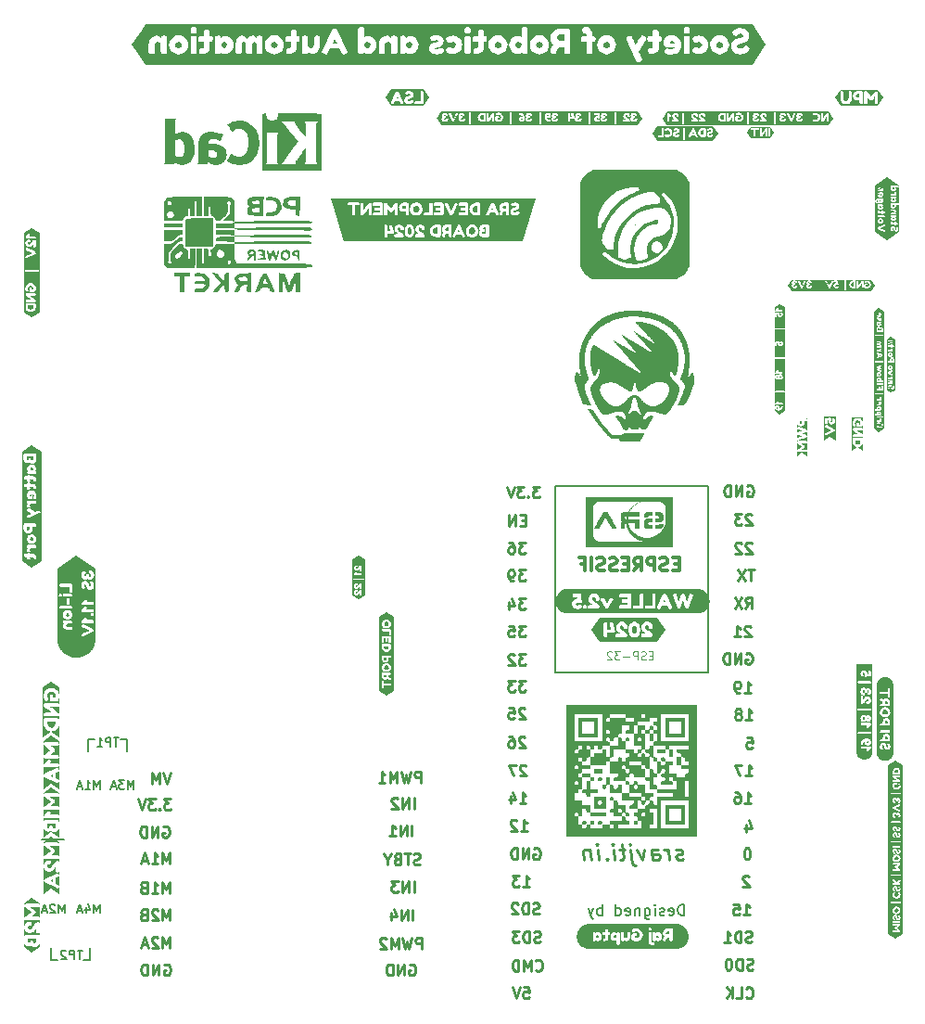
<source format=gbr>
%TF.GenerationSoftware,KiCad,Pcbnew,7.0.5*%
%TF.CreationDate,2024-05-04T18:26:22+05:30*%
%TF.ProjectId,sra_dev_board_2023,7372615f-6465-4765-9f62-6f6172645f32,rev?*%
%TF.SameCoordinates,Original*%
%TF.FileFunction,Legend,Bot*%
%TF.FilePolarity,Positive*%
%FSLAX46Y46*%
G04 Gerber Fmt 4.6, Leading zero omitted, Abs format (unit mm)*
G04 Created by KiCad (PCBNEW 7.0.5) date 2024-05-04 18:26:22*
%MOMM*%
%LPD*%
G01*
G04 APERTURE LIST*
%ADD10C,0.150000*%
%ADD11C,0.250000*%
%ADD12C,0.200000*%
%ADD13C,0.100000*%
%ADD14C,0.300000*%
%ADD15C,0.006350*%
G04 APERTURE END LIST*
D10*
X73440000Y-115580000D02*
X72840000Y-115580000D01*
X76440000Y-115580000D02*
X75840000Y-115580000D01*
X76440000Y-115580000D02*
X76440000Y-114480000D01*
X76240000Y-95380000D02*
X76240000Y-96480000D01*
X132904418Y-72298838D02*
X132904418Y-89298838D01*
X76240000Y-95380000D02*
X76840000Y-95380000D01*
X79840000Y-95380000D02*
X79840000Y-96480000D01*
X72840000Y-115580000D02*
X72840000Y-114480000D01*
X72040000Y-104580000D02*
X74040000Y-104580000D01*
X132904418Y-72298838D02*
X118904418Y-72298838D01*
X79240000Y-95380000D02*
X79840000Y-95380000D01*
X118904418Y-89298838D02*
X118904418Y-72298838D01*
X118904418Y-89298838D02*
X132904418Y-89298838D01*
D11*
X136878758Y-74944857D02*
X136831139Y-74897238D01*
X136831139Y-74897238D02*
X136735901Y-74849619D01*
X136735901Y-74849619D02*
X136497806Y-74849619D01*
X136497806Y-74849619D02*
X136402568Y-74897238D01*
X136402568Y-74897238D02*
X136354949Y-74944857D01*
X136354949Y-74944857D02*
X136307330Y-75040095D01*
X136307330Y-75040095D02*
X136307330Y-75135333D01*
X136307330Y-75135333D02*
X136354949Y-75278190D01*
X136354949Y-75278190D02*
X136926377Y-75849619D01*
X136926377Y-75849619D02*
X136307330Y-75849619D01*
X135973996Y-74849619D02*
X135354949Y-74849619D01*
X135354949Y-74849619D02*
X135688282Y-75230571D01*
X135688282Y-75230571D02*
X135545425Y-75230571D01*
X135545425Y-75230571D02*
X135450187Y-75278190D01*
X135450187Y-75278190D02*
X135402568Y-75325809D01*
X135402568Y-75325809D02*
X135354949Y-75421047D01*
X135354949Y-75421047D02*
X135354949Y-75659142D01*
X135354949Y-75659142D02*
X135402568Y-75754380D01*
X135402568Y-75754380D02*
X135450187Y-75802000D01*
X135450187Y-75802000D02*
X135545425Y-75849619D01*
X135545425Y-75849619D02*
X135831139Y-75849619D01*
X135831139Y-75849619D02*
X135926377Y-75802000D01*
X135926377Y-75802000D02*
X135973996Y-75754380D01*
D10*
X75733922Y-114674295D02*
X75276779Y-114674295D01*
X75505351Y-115474295D02*
X75505351Y-114674295D01*
X75010112Y-115474295D02*
X75010112Y-114674295D01*
X75010112Y-114674295D02*
X74705350Y-114674295D01*
X74705350Y-114674295D02*
X74629160Y-114712390D01*
X74629160Y-114712390D02*
X74591065Y-114750485D01*
X74591065Y-114750485D02*
X74552969Y-114826676D01*
X74552969Y-114826676D02*
X74552969Y-114940961D01*
X74552969Y-114940961D02*
X74591065Y-115017152D01*
X74591065Y-115017152D02*
X74629160Y-115055247D01*
X74629160Y-115055247D02*
X74705350Y-115093342D01*
X74705350Y-115093342D02*
X75010112Y-115093342D01*
X74248208Y-114750485D02*
X74210112Y-114712390D01*
X74210112Y-114712390D02*
X74133922Y-114674295D01*
X74133922Y-114674295D02*
X73943446Y-114674295D01*
X73943446Y-114674295D02*
X73867255Y-114712390D01*
X73867255Y-114712390D02*
X73829160Y-114750485D01*
X73829160Y-114750485D02*
X73791065Y-114826676D01*
X73791065Y-114826676D02*
X73791065Y-114902866D01*
X73791065Y-114902866D02*
X73829160Y-115017152D01*
X73829160Y-115017152D02*
X74286303Y-115474295D01*
X74286303Y-115474295D02*
X73791065Y-115474295D01*
D11*
X116197431Y-75425809D02*
X115864098Y-75425809D01*
X115721241Y-75949619D02*
X116197431Y-75949619D01*
X116197431Y-75949619D02*
X116197431Y-74949619D01*
X116197431Y-74949619D02*
X115721241Y-74949619D01*
X115292669Y-75949619D02*
X115292669Y-74949619D01*
X115292669Y-74949619D02*
X114721241Y-75949619D01*
X114721241Y-75949619D02*
X114721241Y-74949619D01*
X116192669Y-77449619D02*
X115573622Y-77449619D01*
X115573622Y-77449619D02*
X115906955Y-77830571D01*
X115906955Y-77830571D02*
X115764098Y-77830571D01*
X115764098Y-77830571D02*
X115668860Y-77878190D01*
X115668860Y-77878190D02*
X115621241Y-77925809D01*
X115621241Y-77925809D02*
X115573622Y-78021047D01*
X115573622Y-78021047D02*
X115573622Y-78259142D01*
X115573622Y-78259142D02*
X115621241Y-78354380D01*
X115621241Y-78354380D02*
X115668860Y-78402000D01*
X115668860Y-78402000D02*
X115764098Y-78449619D01*
X115764098Y-78449619D02*
X116049812Y-78449619D01*
X116049812Y-78449619D02*
X116145050Y-78402000D01*
X116145050Y-78402000D02*
X116192669Y-78354380D01*
X114716479Y-77449619D02*
X114906955Y-77449619D01*
X114906955Y-77449619D02*
X115002193Y-77497238D01*
X115002193Y-77497238D02*
X115049812Y-77544857D01*
X115049812Y-77544857D02*
X115145050Y-77687714D01*
X115145050Y-77687714D02*
X115192669Y-77878190D01*
X115192669Y-77878190D02*
X115192669Y-78259142D01*
X115192669Y-78259142D02*
X115145050Y-78354380D01*
X115145050Y-78354380D02*
X115097431Y-78402000D01*
X115097431Y-78402000D02*
X115002193Y-78449619D01*
X115002193Y-78449619D02*
X114811717Y-78449619D01*
X114811717Y-78449619D02*
X114716479Y-78402000D01*
X114716479Y-78402000D02*
X114668860Y-78354380D01*
X114668860Y-78354380D02*
X114621241Y-78259142D01*
X114621241Y-78259142D02*
X114621241Y-78021047D01*
X114621241Y-78021047D02*
X114668860Y-77925809D01*
X114668860Y-77925809D02*
X114716479Y-77878190D01*
X114716479Y-77878190D02*
X114811717Y-77830571D01*
X114811717Y-77830571D02*
X115002193Y-77830571D01*
X115002193Y-77830571D02*
X115097431Y-77878190D01*
X115097431Y-77878190D02*
X115145050Y-77925809D01*
X115145050Y-77925809D02*
X115192669Y-78021047D01*
X105593622Y-115997238D02*
X105688860Y-115949619D01*
X105688860Y-115949619D02*
X105831717Y-115949619D01*
X105831717Y-115949619D02*
X105974574Y-115997238D01*
X105974574Y-115997238D02*
X106069812Y-116092476D01*
X106069812Y-116092476D02*
X106117431Y-116187714D01*
X106117431Y-116187714D02*
X106165050Y-116378190D01*
X106165050Y-116378190D02*
X106165050Y-116521047D01*
X106165050Y-116521047D02*
X106117431Y-116711523D01*
X106117431Y-116711523D02*
X106069812Y-116806761D01*
X106069812Y-116806761D02*
X105974574Y-116902000D01*
X105974574Y-116902000D02*
X105831717Y-116949619D01*
X105831717Y-116949619D02*
X105736479Y-116949619D01*
X105736479Y-116949619D02*
X105593622Y-116902000D01*
X105593622Y-116902000D02*
X105546003Y-116854380D01*
X105546003Y-116854380D02*
X105546003Y-116521047D01*
X105546003Y-116521047D02*
X105736479Y-116521047D01*
X105117431Y-116949619D02*
X105117431Y-115949619D01*
X105117431Y-115949619D02*
X104546003Y-116949619D01*
X104546003Y-116949619D02*
X104546003Y-115949619D01*
X104069812Y-116949619D02*
X104069812Y-115949619D01*
X104069812Y-115949619D02*
X103831717Y-115949619D01*
X103831717Y-115949619D02*
X103688860Y-115997238D01*
X103688860Y-115997238D02*
X103593622Y-116092476D01*
X103593622Y-116092476D02*
X103546003Y-116187714D01*
X103546003Y-116187714D02*
X103498384Y-116378190D01*
X103498384Y-116378190D02*
X103498384Y-116521047D01*
X103498384Y-116521047D02*
X103546003Y-116711523D01*
X103546003Y-116711523D02*
X103593622Y-116806761D01*
X103593622Y-116806761D02*
X103688860Y-116902000D01*
X103688860Y-116902000D02*
X103831717Y-116949619D01*
X103831717Y-116949619D02*
X104069812Y-116949619D01*
X116245050Y-97844857D02*
X116197431Y-97797238D01*
X116197431Y-97797238D02*
X116102193Y-97749619D01*
X116102193Y-97749619D02*
X115864098Y-97749619D01*
X115864098Y-97749619D02*
X115768860Y-97797238D01*
X115768860Y-97797238D02*
X115721241Y-97844857D01*
X115721241Y-97844857D02*
X115673622Y-97940095D01*
X115673622Y-97940095D02*
X115673622Y-98035333D01*
X115673622Y-98035333D02*
X115721241Y-98178190D01*
X115721241Y-98178190D02*
X116292669Y-98749619D01*
X116292669Y-98749619D02*
X115673622Y-98749619D01*
X115340288Y-97749619D02*
X114673622Y-97749619D01*
X114673622Y-97749619D02*
X115102193Y-98749619D01*
X130629812Y-106372000D02*
X130495884Y-106443428D01*
X130495884Y-106443428D02*
X130210169Y-106443428D01*
X130210169Y-106443428D02*
X130058384Y-106372000D01*
X130058384Y-106372000D02*
X129969098Y-106229142D01*
X129969098Y-106229142D02*
X129960169Y-106157714D01*
X129960169Y-106157714D02*
X130013741Y-106014857D01*
X130013741Y-106014857D02*
X130147669Y-105943428D01*
X130147669Y-105943428D02*
X130361955Y-105943428D01*
X130361955Y-105943428D02*
X130495884Y-105872000D01*
X130495884Y-105872000D02*
X130549455Y-105729142D01*
X130549455Y-105729142D02*
X130540527Y-105657714D01*
X130540527Y-105657714D02*
X130451241Y-105514857D01*
X130451241Y-105514857D02*
X130299455Y-105443428D01*
X130299455Y-105443428D02*
X130085169Y-105443428D01*
X130085169Y-105443428D02*
X129951241Y-105514857D01*
X129353026Y-106443428D02*
X129228026Y-105443428D01*
X129263741Y-105729142D02*
X129174455Y-105586285D01*
X129174455Y-105586285D02*
X129094098Y-105514857D01*
X129094098Y-105514857D02*
X128942312Y-105443428D01*
X128942312Y-105443428D02*
X128799455Y-105443428D01*
X127781598Y-106443428D02*
X127683384Y-105657714D01*
X127683384Y-105657714D02*
X127736955Y-105514857D01*
X127736955Y-105514857D02*
X127870884Y-105443428D01*
X127870884Y-105443428D02*
X128156598Y-105443428D01*
X128156598Y-105443428D02*
X128308384Y-105514857D01*
X127772670Y-106372000D02*
X127924455Y-106443428D01*
X127924455Y-106443428D02*
X128281598Y-106443428D01*
X128281598Y-106443428D02*
X128415527Y-106372000D01*
X128415527Y-106372000D02*
X128469098Y-106229142D01*
X128469098Y-106229142D02*
X128451241Y-106086285D01*
X128451241Y-106086285D02*
X128361955Y-105943428D01*
X128361955Y-105943428D02*
X128210170Y-105872000D01*
X128210170Y-105872000D02*
X127853027Y-105872000D01*
X127853027Y-105872000D02*
X127701241Y-105800571D01*
X127085169Y-105443428D02*
X126853027Y-106443428D01*
X126853027Y-106443428D02*
X126370884Y-105443428D01*
X125799455Y-105443428D02*
X125960170Y-106729142D01*
X125960170Y-106729142D02*
X126049455Y-106872000D01*
X126049455Y-106872000D02*
X126201241Y-106943428D01*
X126201241Y-106943428D02*
X126272670Y-106943428D01*
X125736955Y-104943428D02*
X125817312Y-105014857D01*
X125817312Y-105014857D02*
X125754812Y-105086285D01*
X125754812Y-105086285D02*
X125674455Y-105014857D01*
X125674455Y-105014857D02*
X125736955Y-104943428D01*
X125736955Y-104943428D02*
X125754812Y-105086285D01*
X125299455Y-105443428D02*
X124728026Y-105443428D01*
X125022669Y-104943428D02*
X125183384Y-106229142D01*
X125183384Y-106229142D02*
X125129812Y-106372000D01*
X125129812Y-106372000D02*
X124995884Y-106443428D01*
X124995884Y-106443428D02*
X124853026Y-106443428D01*
X124353026Y-106443428D02*
X124228026Y-105443428D01*
X124165526Y-104943428D02*
X124245883Y-105014857D01*
X124245883Y-105014857D02*
X124183383Y-105086285D01*
X124183383Y-105086285D02*
X124103026Y-105014857D01*
X124103026Y-105014857D02*
X124165526Y-104943428D01*
X124165526Y-104943428D02*
X124183383Y-105086285D01*
X123620883Y-106300571D02*
X123558383Y-106372000D01*
X123558383Y-106372000D02*
X123638740Y-106443428D01*
X123638740Y-106443428D02*
X123701240Y-106372000D01*
X123701240Y-106372000D02*
X123620883Y-106300571D01*
X123620883Y-106300571D02*
X123638740Y-106443428D01*
X122924454Y-106443428D02*
X122799454Y-105443428D01*
X122736954Y-104943428D02*
X122817311Y-105014857D01*
X122817311Y-105014857D02*
X122754811Y-105086285D01*
X122754811Y-105086285D02*
X122674454Y-105014857D01*
X122674454Y-105014857D02*
X122736954Y-104943428D01*
X122736954Y-104943428D02*
X122754811Y-105086285D01*
X122085168Y-105443428D02*
X122210168Y-106443428D01*
X122103025Y-105586285D02*
X122022668Y-105514857D01*
X122022668Y-105514857D02*
X121870883Y-105443428D01*
X121870883Y-105443428D02*
X121656597Y-105443428D01*
X121656597Y-105443428D02*
X121522668Y-105514857D01*
X121522668Y-105514857D02*
X121469097Y-105657714D01*
X121469097Y-105657714D02*
X121567311Y-106443428D01*
X136626377Y-107944857D02*
X136578758Y-107897238D01*
X136578758Y-107897238D02*
X136483520Y-107849619D01*
X136483520Y-107849619D02*
X136245425Y-107849619D01*
X136245425Y-107849619D02*
X136150187Y-107897238D01*
X136150187Y-107897238D02*
X136102568Y-107944857D01*
X136102568Y-107944857D02*
X136054949Y-108040095D01*
X136054949Y-108040095D02*
X136054949Y-108135333D01*
X136054949Y-108135333D02*
X136102568Y-108278190D01*
X136102568Y-108278190D02*
X136673996Y-108849619D01*
X136673996Y-108849619D02*
X136054949Y-108849619D01*
X136107330Y-111449619D02*
X136678758Y-111449619D01*
X136393044Y-111449619D02*
X136393044Y-110449619D01*
X136393044Y-110449619D02*
X136488282Y-110592476D01*
X136488282Y-110592476D02*
X136583520Y-110687714D01*
X136583520Y-110687714D02*
X136678758Y-110735333D01*
X135202568Y-110449619D02*
X135678758Y-110449619D01*
X135678758Y-110449619D02*
X135726377Y-110925809D01*
X135726377Y-110925809D02*
X135678758Y-110878190D01*
X135678758Y-110878190D02*
X135583520Y-110830571D01*
X135583520Y-110830571D02*
X135345425Y-110830571D01*
X135345425Y-110830571D02*
X135250187Y-110878190D01*
X135250187Y-110878190D02*
X135202568Y-110925809D01*
X135202568Y-110925809D02*
X135154949Y-111021047D01*
X135154949Y-111021047D02*
X135154949Y-111259142D01*
X135154949Y-111259142D02*
X135202568Y-111354380D01*
X135202568Y-111354380D02*
X135250187Y-111402000D01*
X135250187Y-111402000D02*
X135345425Y-111449619D01*
X135345425Y-111449619D02*
X135583520Y-111449619D01*
X135583520Y-111449619D02*
X135678758Y-111402000D01*
X135678758Y-111402000D02*
X135726377Y-111354380D01*
X116192669Y-87649619D02*
X115573622Y-87649619D01*
X115573622Y-87649619D02*
X115906955Y-88030571D01*
X115906955Y-88030571D02*
X115764098Y-88030571D01*
X115764098Y-88030571D02*
X115668860Y-88078190D01*
X115668860Y-88078190D02*
X115621241Y-88125809D01*
X115621241Y-88125809D02*
X115573622Y-88221047D01*
X115573622Y-88221047D02*
X115573622Y-88459142D01*
X115573622Y-88459142D02*
X115621241Y-88554380D01*
X115621241Y-88554380D02*
X115668860Y-88602000D01*
X115668860Y-88602000D02*
X115764098Y-88649619D01*
X115764098Y-88649619D02*
X116049812Y-88649619D01*
X116049812Y-88649619D02*
X116145050Y-88602000D01*
X116145050Y-88602000D02*
X116192669Y-88554380D01*
X115192669Y-87744857D02*
X115145050Y-87697238D01*
X115145050Y-87697238D02*
X115049812Y-87649619D01*
X115049812Y-87649619D02*
X114811717Y-87649619D01*
X114811717Y-87649619D02*
X114716479Y-87697238D01*
X114716479Y-87697238D02*
X114668860Y-87744857D01*
X114668860Y-87744857D02*
X114621241Y-87840095D01*
X114621241Y-87840095D02*
X114621241Y-87935333D01*
X114621241Y-87935333D02*
X114668860Y-88078190D01*
X114668860Y-88078190D02*
X115240288Y-88649619D01*
X115240288Y-88649619D02*
X114621241Y-88649619D01*
D10*
X79033922Y-95274295D02*
X78576779Y-95274295D01*
X78805351Y-96074295D02*
X78805351Y-95274295D01*
X78310112Y-96074295D02*
X78310112Y-95274295D01*
X78310112Y-95274295D02*
X78005350Y-95274295D01*
X78005350Y-95274295D02*
X77929160Y-95312390D01*
X77929160Y-95312390D02*
X77891065Y-95350485D01*
X77891065Y-95350485D02*
X77852969Y-95426676D01*
X77852969Y-95426676D02*
X77852969Y-95540961D01*
X77852969Y-95540961D02*
X77891065Y-95617152D01*
X77891065Y-95617152D02*
X77929160Y-95655247D01*
X77929160Y-95655247D02*
X78005350Y-95693342D01*
X78005350Y-95693342D02*
X78310112Y-95693342D01*
X77091065Y-96074295D02*
X77548208Y-96074295D01*
X77319636Y-96074295D02*
X77319636Y-95274295D01*
X77319636Y-95274295D02*
X77395827Y-95388580D01*
X77395827Y-95388580D02*
X77472017Y-95464771D01*
X77472017Y-95464771D02*
X77548208Y-95502866D01*
D11*
X117492669Y-72349619D02*
X116873622Y-72349619D01*
X116873622Y-72349619D02*
X117206955Y-72730571D01*
X117206955Y-72730571D02*
X117064098Y-72730571D01*
X117064098Y-72730571D02*
X116968860Y-72778190D01*
X116968860Y-72778190D02*
X116921241Y-72825809D01*
X116921241Y-72825809D02*
X116873622Y-72921047D01*
X116873622Y-72921047D02*
X116873622Y-73159142D01*
X116873622Y-73159142D02*
X116921241Y-73254380D01*
X116921241Y-73254380D02*
X116968860Y-73302000D01*
X116968860Y-73302000D02*
X117064098Y-73349619D01*
X117064098Y-73349619D02*
X117349812Y-73349619D01*
X117349812Y-73349619D02*
X117445050Y-73302000D01*
X117445050Y-73302000D02*
X117492669Y-73254380D01*
X116445050Y-73254380D02*
X116397431Y-73302000D01*
X116397431Y-73302000D02*
X116445050Y-73349619D01*
X116445050Y-73349619D02*
X116492669Y-73302000D01*
X116492669Y-73302000D02*
X116445050Y-73254380D01*
X116445050Y-73254380D02*
X116445050Y-73349619D01*
X116064098Y-72349619D02*
X115445051Y-72349619D01*
X115445051Y-72349619D02*
X115778384Y-72730571D01*
X115778384Y-72730571D02*
X115635527Y-72730571D01*
X115635527Y-72730571D02*
X115540289Y-72778190D01*
X115540289Y-72778190D02*
X115492670Y-72825809D01*
X115492670Y-72825809D02*
X115445051Y-72921047D01*
X115445051Y-72921047D02*
X115445051Y-73159142D01*
X115445051Y-73159142D02*
X115492670Y-73254380D01*
X115492670Y-73254380D02*
X115540289Y-73302000D01*
X115540289Y-73302000D02*
X115635527Y-73349619D01*
X115635527Y-73349619D02*
X115921241Y-73349619D01*
X115921241Y-73349619D02*
X116016479Y-73302000D01*
X116016479Y-73302000D02*
X116064098Y-73254380D01*
X115159336Y-72349619D02*
X114826003Y-73349619D01*
X114826003Y-73349619D02*
X114492670Y-72349619D01*
X136978758Y-116402000D02*
X136835901Y-116449619D01*
X136835901Y-116449619D02*
X136597806Y-116449619D01*
X136597806Y-116449619D02*
X136502568Y-116402000D01*
X136502568Y-116402000D02*
X136454949Y-116354380D01*
X136454949Y-116354380D02*
X136407330Y-116259142D01*
X136407330Y-116259142D02*
X136407330Y-116163904D01*
X136407330Y-116163904D02*
X136454949Y-116068666D01*
X136454949Y-116068666D02*
X136502568Y-116021047D01*
X136502568Y-116021047D02*
X136597806Y-115973428D01*
X136597806Y-115973428D02*
X136788282Y-115925809D01*
X136788282Y-115925809D02*
X136883520Y-115878190D01*
X136883520Y-115878190D02*
X136931139Y-115830571D01*
X136931139Y-115830571D02*
X136978758Y-115735333D01*
X136978758Y-115735333D02*
X136978758Y-115640095D01*
X136978758Y-115640095D02*
X136931139Y-115544857D01*
X136931139Y-115544857D02*
X136883520Y-115497238D01*
X136883520Y-115497238D02*
X136788282Y-115449619D01*
X136788282Y-115449619D02*
X136550187Y-115449619D01*
X136550187Y-115449619D02*
X136407330Y-115497238D01*
X135978758Y-116449619D02*
X135978758Y-115449619D01*
X135978758Y-115449619D02*
X135740663Y-115449619D01*
X135740663Y-115449619D02*
X135597806Y-115497238D01*
X135597806Y-115497238D02*
X135502568Y-115592476D01*
X135502568Y-115592476D02*
X135454949Y-115687714D01*
X135454949Y-115687714D02*
X135407330Y-115878190D01*
X135407330Y-115878190D02*
X135407330Y-116021047D01*
X135407330Y-116021047D02*
X135454949Y-116211523D01*
X135454949Y-116211523D02*
X135502568Y-116306761D01*
X135502568Y-116306761D02*
X135597806Y-116402000D01*
X135597806Y-116402000D02*
X135740663Y-116449619D01*
X135740663Y-116449619D02*
X135978758Y-116449619D01*
X134788282Y-115449619D02*
X134693044Y-115449619D01*
X134693044Y-115449619D02*
X134597806Y-115497238D01*
X134597806Y-115497238D02*
X134550187Y-115544857D01*
X134550187Y-115544857D02*
X134502568Y-115640095D01*
X134502568Y-115640095D02*
X134454949Y-115830571D01*
X134454949Y-115830571D02*
X134454949Y-116068666D01*
X134454949Y-116068666D02*
X134502568Y-116259142D01*
X134502568Y-116259142D02*
X134550187Y-116354380D01*
X134550187Y-116354380D02*
X134597806Y-116402000D01*
X134597806Y-116402000D02*
X134693044Y-116449619D01*
X134693044Y-116449619D02*
X134788282Y-116449619D01*
X134788282Y-116449619D02*
X134883520Y-116402000D01*
X134883520Y-116402000D02*
X134931139Y-116354380D01*
X134931139Y-116354380D02*
X134978758Y-116259142D01*
X134978758Y-116259142D02*
X135026377Y-116068666D01*
X135026377Y-116068666D02*
X135026377Y-115830571D01*
X135026377Y-115830571D02*
X134978758Y-115640095D01*
X134978758Y-115640095D02*
X134931139Y-115544857D01*
X134931139Y-115544857D02*
X134883520Y-115497238D01*
X134883520Y-115497238D02*
X134788282Y-115449619D01*
X136364473Y-118954380D02*
X136412092Y-119002000D01*
X136412092Y-119002000D02*
X136554949Y-119049619D01*
X136554949Y-119049619D02*
X136650187Y-119049619D01*
X136650187Y-119049619D02*
X136793044Y-119002000D01*
X136793044Y-119002000D02*
X136888282Y-118906761D01*
X136888282Y-118906761D02*
X136935901Y-118811523D01*
X136935901Y-118811523D02*
X136983520Y-118621047D01*
X136983520Y-118621047D02*
X136983520Y-118478190D01*
X136983520Y-118478190D02*
X136935901Y-118287714D01*
X136935901Y-118287714D02*
X136888282Y-118192476D01*
X136888282Y-118192476D02*
X136793044Y-118097238D01*
X136793044Y-118097238D02*
X136650187Y-118049619D01*
X136650187Y-118049619D02*
X136554949Y-118049619D01*
X136554949Y-118049619D02*
X136412092Y-118097238D01*
X136412092Y-118097238D02*
X136364473Y-118144857D01*
X135459711Y-119049619D02*
X135935901Y-119049619D01*
X135935901Y-119049619D02*
X135935901Y-118049619D01*
X135126377Y-119049619D02*
X135126377Y-118049619D01*
X134554949Y-119049619D02*
X134983520Y-118478190D01*
X134554949Y-118049619D02*
X135126377Y-118621047D01*
X136307330Y-93649619D02*
X136878758Y-93649619D01*
X136593044Y-93649619D02*
X136593044Y-92649619D01*
X136593044Y-92649619D02*
X136688282Y-92792476D01*
X136688282Y-92792476D02*
X136783520Y-92887714D01*
X136783520Y-92887714D02*
X136878758Y-92935333D01*
X135735901Y-93078190D02*
X135831139Y-93030571D01*
X135831139Y-93030571D02*
X135878758Y-92982952D01*
X135878758Y-92982952D02*
X135926377Y-92887714D01*
X135926377Y-92887714D02*
X135926377Y-92840095D01*
X135926377Y-92840095D02*
X135878758Y-92744857D01*
X135878758Y-92744857D02*
X135831139Y-92697238D01*
X135831139Y-92697238D02*
X135735901Y-92649619D01*
X135735901Y-92649619D02*
X135545425Y-92649619D01*
X135545425Y-92649619D02*
X135450187Y-92697238D01*
X135450187Y-92697238D02*
X135402568Y-92744857D01*
X135402568Y-92744857D02*
X135354949Y-92840095D01*
X135354949Y-92840095D02*
X135354949Y-92887714D01*
X135354949Y-92887714D02*
X135402568Y-92982952D01*
X135402568Y-92982952D02*
X135450187Y-93030571D01*
X135450187Y-93030571D02*
X135545425Y-93078190D01*
X135545425Y-93078190D02*
X135735901Y-93078190D01*
X135735901Y-93078190D02*
X135831139Y-93125809D01*
X135831139Y-93125809D02*
X135878758Y-93173428D01*
X135878758Y-93173428D02*
X135926377Y-93268666D01*
X135926377Y-93268666D02*
X135926377Y-93459142D01*
X135926377Y-93459142D02*
X135878758Y-93554380D01*
X135878758Y-93554380D02*
X135831139Y-93602000D01*
X135831139Y-93602000D02*
X135735901Y-93649619D01*
X135735901Y-93649619D02*
X135545425Y-93649619D01*
X135545425Y-93649619D02*
X135450187Y-93602000D01*
X135450187Y-93602000D02*
X135402568Y-93554380D01*
X135402568Y-93554380D02*
X135354949Y-93459142D01*
X135354949Y-93459142D02*
X135354949Y-93268666D01*
X135354949Y-93268666D02*
X135402568Y-93173428D01*
X135402568Y-93173428D02*
X135450187Y-93125809D01*
X135450187Y-93125809D02*
X135545425Y-93078190D01*
X136350187Y-87597238D02*
X136445425Y-87549619D01*
X136445425Y-87549619D02*
X136588282Y-87549619D01*
X136588282Y-87549619D02*
X136731139Y-87597238D01*
X136731139Y-87597238D02*
X136826377Y-87692476D01*
X136826377Y-87692476D02*
X136873996Y-87787714D01*
X136873996Y-87787714D02*
X136921615Y-87978190D01*
X136921615Y-87978190D02*
X136921615Y-88121047D01*
X136921615Y-88121047D02*
X136873996Y-88311523D01*
X136873996Y-88311523D02*
X136826377Y-88406761D01*
X136826377Y-88406761D02*
X136731139Y-88502000D01*
X136731139Y-88502000D02*
X136588282Y-88549619D01*
X136588282Y-88549619D02*
X136493044Y-88549619D01*
X136493044Y-88549619D02*
X136350187Y-88502000D01*
X136350187Y-88502000D02*
X136302568Y-88454380D01*
X136302568Y-88454380D02*
X136302568Y-88121047D01*
X136302568Y-88121047D02*
X136493044Y-88121047D01*
X135873996Y-88549619D02*
X135873996Y-87549619D01*
X135873996Y-87549619D02*
X135302568Y-88549619D01*
X135302568Y-88549619D02*
X135302568Y-87549619D01*
X134826377Y-88549619D02*
X134826377Y-87549619D01*
X134826377Y-87549619D02*
X134588282Y-87549619D01*
X134588282Y-87549619D02*
X134445425Y-87597238D01*
X134445425Y-87597238D02*
X134350187Y-87692476D01*
X134350187Y-87692476D02*
X134302568Y-87787714D01*
X134302568Y-87787714D02*
X134254949Y-87978190D01*
X134254949Y-87978190D02*
X134254949Y-88121047D01*
X134254949Y-88121047D02*
X134302568Y-88311523D01*
X134302568Y-88311523D02*
X134350187Y-88406761D01*
X134350187Y-88406761D02*
X134445425Y-88502000D01*
X134445425Y-88502000D02*
X134588282Y-88549619D01*
X134588282Y-88549619D02*
X134826377Y-88549619D01*
X106717431Y-114549619D02*
X106717431Y-113549619D01*
X106717431Y-113549619D02*
X106336479Y-113549619D01*
X106336479Y-113549619D02*
X106241241Y-113597238D01*
X106241241Y-113597238D02*
X106193622Y-113644857D01*
X106193622Y-113644857D02*
X106146003Y-113740095D01*
X106146003Y-113740095D02*
X106146003Y-113882952D01*
X106146003Y-113882952D02*
X106193622Y-113978190D01*
X106193622Y-113978190D02*
X106241241Y-114025809D01*
X106241241Y-114025809D02*
X106336479Y-114073428D01*
X106336479Y-114073428D02*
X106717431Y-114073428D01*
X105812669Y-113549619D02*
X105574574Y-114549619D01*
X105574574Y-114549619D02*
X105384098Y-113835333D01*
X105384098Y-113835333D02*
X105193622Y-114549619D01*
X105193622Y-114549619D02*
X104955527Y-113549619D01*
X104574574Y-114549619D02*
X104574574Y-113549619D01*
X104574574Y-113549619D02*
X104241241Y-114263904D01*
X104241241Y-114263904D02*
X103907908Y-113549619D01*
X103907908Y-113549619D02*
X103907908Y-114549619D01*
X103479336Y-113644857D02*
X103431717Y-113597238D01*
X103431717Y-113597238D02*
X103336479Y-113549619D01*
X103336479Y-113549619D02*
X103098384Y-113549619D01*
X103098384Y-113549619D02*
X103003146Y-113597238D01*
X103003146Y-113597238D02*
X102955527Y-113644857D01*
X102955527Y-113644857D02*
X102907908Y-113740095D01*
X102907908Y-113740095D02*
X102907908Y-113835333D01*
X102907908Y-113835333D02*
X102955527Y-113978190D01*
X102955527Y-113978190D02*
X103526955Y-114549619D01*
X103526955Y-114549619D02*
X102907908Y-114549619D01*
X106565050Y-106802000D02*
X106422193Y-106849619D01*
X106422193Y-106849619D02*
X106184098Y-106849619D01*
X106184098Y-106849619D02*
X106088860Y-106802000D01*
X106088860Y-106802000D02*
X106041241Y-106754380D01*
X106041241Y-106754380D02*
X105993622Y-106659142D01*
X105993622Y-106659142D02*
X105993622Y-106563904D01*
X105993622Y-106563904D02*
X106041241Y-106468666D01*
X106041241Y-106468666D02*
X106088860Y-106421047D01*
X106088860Y-106421047D02*
X106184098Y-106373428D01*
X106184098Y-106373428D02*
X106374574Y-106325809D01*
X106374574Y-106325809D02*
X106469812Y-106278190D01*
X106469812Y-106278190D02*
X106517431Y-106230571D01*
X106517431Y-106230571D02*
X106565050Y-106135333D01*
X106565050Y-106135333D02*
X106565050Y-106040095D01*
X106565050Y-106040095D02*
X106517431Y-105944857D01*
X106517431Y-105944857D02*
X106469812Y-105897238D01*
X106469812Y-105897238D02*
X106374574Y-105849619D01*
X106374574Y-105849619D02*
X106136479Y-105849619D01*
X106136479Y-105849619D02*
X105993622Y-105897238D01*
X105707907Y-105849619D02*
X105136479Y-105849619D01*
X105422193Y-106849619D02*
X105422193Y-105849619D01*
X104469812Y-106325809D02*
X104326955Y-106373428D01*
X104326955Y-106373428D02*
X104279336Y-106421047D01*
X104279336Y-106421047D02*
X104231717Y-106516285D01*
X104231717Y-106516285D02*
X104231717Y-106659142D01*
X104231717Y-106659142D02*
X104279336Y-106754380D01*
X104279336Y-106754380D02*
X104326955Y-106802000D01*
X104326955Y-106802000D02*
X104422193Y-106849619D01*
X104422193Y-106849619D02*
X104803145Y-106849619D01*
X104803145Y-106849619D02*
X104803145Y-105849619D01*
X104803145Y-105849619D02*
X104469812Y-105849619D01*
X104469812Y-105849619D02*
X104374574Y-105897238D01*
X104374574Y-105897238D02*
X104326955Y-105944857D01*
X104326955Y-105944857D02*
X104279336Y-106040095D01*
X104279336Y-106040095D02*
X104279336Y-106135333D01*
X104279336Y-106135333D02*
X104326955Y-106230571D01*
X104326955Y-106230571D02*
X104374574Y-106278190D01*
X104374574Y-106278190D02*
X104469812Y-106325809D01*
X104469812Y-106325809D02*
X104803145Y-106325809D01*
X103612669Y-106373428D02*
X103612669Y-106849619D01*
X103946002Y-105849619D02*
X103612669Y-106373428D01*
X103612669Y-106373428D02*
X103279336Y-105849619D01*
D10*
X77310112Y-99974295D02*
X77310112Y-99174295D01*
X77310112Y-99174295D02*
X77043446Y-99745723D01*
X77043446Y-99745723D02*
X76776779Y-99174295D01*
X76776779Y-99174295D02*
X76776779Y-99974295D01*
X75976779Y-99974295D02*
X76433922Y-99974295D01*
X76205350Y-99974295D02*
X76205350Y-99174295D01*
X76205350Y-99174295D02*
X76281541Y-99288580D01*
X76281541Y-99288580D02*
X76357731Y-99364771D01*
X76357731Y-99364771D02*
X76433922Y-99402866D01*
X75672017Y-99745723D02*
X75291064Y-99745723D01*
X75748207Y-99974295D02*
X75481540Y-99174295D01*
X75481540Y-99174295D02*
X75214874Y-99974295D01*
D11*
X136207330Y-101249619D02*
X136778758Y-101249619D01*
X136493044Y-101249619D02*
X136493044Y-100249619D01*
X136493044Y-100249619D02*
X136588282Y-100392476D01*
X136588282Y-100392476D02*
X136683520Y-100487714D01*
X136683520Y-100487714D02*
X136778758Y-100535333D01*
X135350187Y-100249619D02*
X135540663Y-100249619D01*
X135540663Y-100249619D02*
X135635901Y-100297238D01*
X135635901Y-100297238D02*
X135683520Y-100344857D01*
X135683520Y-100344857D02*
X135778758Y-100487714D01*
X135778758Y-100487714D02*
X135826377Y-100678190D01*
X135826377Y-100678190D02*
X135826377Y-101059142D01*
X135826377Y-101059142D02*
X135778758Y-101154380D01*
X135778758Y-101154380D02*
X135731139Y-101202000D01*
X135731139Y-101202000D02*
X135635901Y-101249619D01*
X135635901Y-101249619D02*
X135445425Y-101249619D01*
X135445425Y-101249619D02*
X135350187Y-101202000D01*
X135350187Y-101202000D02*
X135302568Y-101154380D01*
X135302568Y-101154380D02*
X135254949Y-101059142D01*
X135254949Y-101059142D02*
X135254949Y-100821047D01*
X135254949Y-100821047D02*
X135302568Y-100725809D01*
X135302568Y-100725809D02*
X135350187Y-100678190D01*
X135350187Y-100678190D02*
X135445425Y-100630571D01*
X135445425Y-100630571D02*
X135635901Y-100630571D01*
X135635901Y-100630571D02*
X135731139Y-100678190D01*
X135731139Y-100678190D02*
X135778758Y-100725809D01*
X135778758Y-100725809D02*
X135826377Y-100821047D01*
X105917431Y-111949619D02*
X105917431Y-110949619D01*
X105441241Y-111949619D02*
X105441241Y-110949619D01*
X105441241Y-110949619D02*
X104869813Y-111949619D01*
X104869813Y-111949619D02*
X104869813Y-110949619D01*
X103965051Y-111282952D02*
X103965051Y-111949619D01*
X104203146Y-110902000D02*
X104441241Y-111616285D01*
X104441241Y-111616285D02*
X103822194Y-111616285D01*
X83093622Y-103397238D02*
X83188860Y-103349619D01*
X83188860Y-103349619D02*
X83331717Y-103349619D01*
X83331717Y-103349619D02*
X83474574Y-103397238D01*
X83474574Y-103397238D02*
X83569812Y-103492476D01*
X83569812Y-103492476D02*
X83617431Y-103587714D01*
X83617431Y-103587714D02*
X83665050Y-103778190D01*
X83665050Y-103778190D02*
X83665050Y-103921047D01*
X83665050Y-103921047D02*
X83617431Y-104111523D01*
X83617431Y-104111523D02*
X83569812Y-104206761D01*
X83569812Y-104206761D02*
X83474574Y-104302000D01*
X83474574Y-104302000D02*
X83331717Y-104349619D01*
X83331717Y-104349619D02*
X83236479Y-104349619D01*
X83236479Y-104349619D02*
X83093622Y-104302000D01*
X83093622Y-104302000D02*
X83046003Y-104254380D01*
X83046003Y-104254380D02*
X83046003Y-103921047D01*
X83046003Y-103921047D02*
X83236479Y-103921047D01*
X82617431Y-104349619D02*
X82617431Y-103349619D01*
X82617431Y-103349619D02*
X82046003Y-104349619D01*
X82046003Y-104349619D02*
X82046003Y-103349619D01*
X81569812Y-104349619D02*
X81569812Y-103349619D01*
X81569812Y-103349619D02*
X81331717Y-103349619D01*
X81331717Y-103349619D02*
X81188860Y-103397238D01*
X81188860Y-103397238D02*
X81093622Y-103492476D01*
X81093622Y-103492476D02*
X81046003Y-103587714D01*
X81046003Y-103587714D02*
X80998384Y-103778190D01*
X80998384Y-103778190D02*
X80998384Y-103921047D01*
X80998384Y-103921047D02*
X81046003Y-104111523D01*
X81046003Y-104111523D02*
X81093622Y-104206761D01*
X81093622Y-104206761D02*
X81188860Y-104302000D01*
X81188860Y-104302000D02*
X81331717Y-104349619D01*
X81331717Y-104349619D02*
X81569812Y-104349619D01*
X136350187Y-103182952D02*
X136350187Y-103849619D01*
X136588282Y-102802000D02*
X136826377Y-103516285D01*
X136826377Y-103516285D02*
X136207330Y-103516285D01*
X116145050Y-92644857D02*
X116097431Y-92597238D01*
X116097431Y-92597238D02*
X116002193Y-92549619D01*
X116002193Y-92549619D02*
X115764098Y-92549619D01*
X115764098Y-92549619D02*
X115668860Y-92597238D01*
X115668860Y-92597238D02*
X115621241Y-92644857D01*
X115621241Y-92644857D02*
X115573622Y-92740095D01*
X115573622Y-92740095D02*
X115573622Y-92835333D01*
X115573622Y-92835333D02*
X115621241Y-92978190D01*
X115621241Y-92978190D02*
X116192669Y-93549619D01*
X116192669Y-93549619D02*
X115573622Y-93549619D01*
X114668860Y-92549619D02*
X115145050Y-92549619D01*
X115145050Y-92549619D02*
X115192669Y-93025809D01*
X115192669Y-93025809D02*
X115145050Y-92978190D01*
X115145050Y-92978190D02*
X115049812Y-92930571D01*
X115049812Y-92930571D02*
X114811717Y-92930571D01*
X114811717Y-92930571D02*
X114716479Y-92978190D01*
X114716479Y-92978190D02*
X114668860Y-93025809D01*
X114668860Y-93025809D02*
X114621241Y-93121047D01*
X114621241Y-93121047D02*
X114621241Y-93359142D01*
X114621241Y-93359142D02*
X114668860Y-93454380D01*
X114668860Y-93454380D02*
X114716479Y-93502000D01*
X114716479Y-93502000D02*
X114811717Y-93549619D01*
X114811717Y-93549619D02*
X115049812Y-93549619D01*
X115049812Y-93549619D02*
X115145050Y-93502000D01*
X115145050Y-93502000D02*
X115192669Y-93454380D01*
X116145050Y-95244857D02*
X116097431Y-95197238D01*
X116097431Y-95197238D02*
X116002193Y-95149619D01*
X116002193Y-95149619D02*
X115764098Y-95149619D01*
X115764098Y-95149619D02*
X115668860Y-95197238D01*
X115668860Y-95197238D02*
X115621241Y-95244857D01*
X115621241Y-95244857D02*
X115573622Y-95340095D01*
X115573622Y-95340095D02*
X115573622Y-95435333D01*
X115573622Y-95435333D02*
X115621241Y-95578190D01*
X115621241Y-95578190D02*
X116192669Y-96149619D01*
X116192669Y-96149619D02*
X115573622Y-96149619D01*
X114716479Y-95149619D02*
X114906955Y-95149619D01*
X114906955Y-95149619D02*
X115002193Y-95197238D01*
X115002193Y-95197238D02*
X115049812Y-95244857D01*
X115049812Y-95244857D02*
X115145050Y-95387714D01*
X115145050Y-95387714D02*
X115192669Y-95578190D01*
X115192669Y-95578190D02*
X115192669Y-95959142D01*
X115192669Y-95959142D02*
X115145050Y-96054380D01*
X115145050Y-96054380D02*
X115097431Y-96102000D01*
X115097431Y-96102000D02*
X115002193Y-96149619D01*
X115002193Y-96149619D02*
X114811717Y-96149619D01*
X114811717Y-96149619D02*
X114716479Y-96102000D01*
X114716479Y-96102000D02*
X114668860Y-96054380D01*
X114668860Y-96054380D02*
X114621241Y-95959142D01*
X114621241Y-95959142D02*
X114621241Y-95721047D01*
X114621241Y-95721047D02*
X114668860Y-95625809D01*
X114668860Y-95625809D02*
X114716479Y-95578190D01*
X114716479Y-95578190D02*
X114811717Y-95530571D01*
X114811717Y-95530571D02*
X115002193Y-95530571D01*
X115002193Y-95530571D02*
X115097431Y-95578190D01*
X115097431Y-95578190D02*
X115145050Y-95625809D01*
X115145050Y-95625809D02*
X115192669Y-95721047D01*
X115773622Y-103749619D02*
X116345050Y-103749619D01*
X116059336Y-103749619D02*
X116059336Y-102749619D01*
X116059336Y-102749619D02*
X116154574Y-102892476D01*
X116154574Y-102892476D02*
X116249812Y-102987714D01*
X116249812Y-102987714D02*
X116345050Y-103035333D01*
X115392669Y-102844857D02*
X115345050Y-102797238D01*
X115345050Y-102797238D02*
X115249812Y-102749619D01*
X115249812Y-102749619D02*
X115011717Y-102749619D01*
X115011717Y-102749619D02*
X114916479Y-102797238D01*
X114916479Y-102797238D02*
X114868860Y-102844857D01*
X114868860Y-102844857D02*
X114821241Y-102940095D01*
X114821241Y-102940095D02*
X114821241Y-103035333D01*
X114821241Y-103035333D02*
X114868860Y-103178190D01*
X114868860Y-103178190D02*
X115440288Y-103749619D01*
X115440288Y-103749619D02*
X114821241Y-103749619D01*
X83717431Y-106749619D02*
X83717431Y-105749619D01*
X83717431Y-105749619D02*
X83384098Y-106463904D01*
X83384098Y-106463904D02*
X83050765Y-105749619D01*
X83050765Y-105749619D02*
X83050765Y-106749619D01*
X82050765Y-106749619D02*
X82622193Y-106749619D01*
X82336479Y-106749619D02*
X82336479Y-105749619D01*
X82336479Y-105749619D02*
X82431717Y-105892476D01*
X82431717Y-105892476D02*
X82526955Y-105987714D01*
X82526955Y-105987714D02*
X82622193Y-106035333D01*
X81669812Y-106463904D02*
X81193622Y-106463904D01*
X81765050Y-106749619D02*
X81431717Y-105749619D01*
X81431717Y-105749619D02*
X81098384Y-106749619D01*
X106017431Y-101749619D02*
X106017431Y-100749619D01*
X105541241Y-101749619D02*
X105541241Y-100749619D01*
X105541241Y-100749619D02*
X104969813Y-101749619D01*
X104969813Y-101749619D02*
X104969813Y-100749619D01*
X104541241Y-100844857D02*
X104493622Y-100797238D01*
X104493622Y-100797238D02*
X104398384Y-100749619D01*
X104398384Y-100749619D02*
X104160289Y-100749619D01*
X104160289Y-100749619D02*
X104065051Y-100797238D01*
X104065051Y-100797238D02*
X104017432Y-100844857D01*
X104017432Y-100844857D02*
X103969813Y-100940095D01*
X103969813Y-100940095D02*
X103969813Y-101035333D01*
X103969813Y-101035333D02*
X104017432Y-101178190D01*
X104017432Y-101178190D02*
X104588860Y-101749619D01*
X104588860Y-101749619D02*
X103969813Y-101749619D01*
X83760288Y-98449619D02*
X83426955Y-99449619D01*
X83426955Y-99449619D02*
X83093622Y-98449619D01*
X82760288Y-99449619D02*
X82760288Y-98449619D01*
X82760288Y-98449619D02*
X82426955Y-99163904D01*
X82426955Y-99163904D02*
X82093622Y-98449619D01*
X82093622Y-98449619D02*
X82093622Y-99449619D01*
X116192669Y-90049619D02*
X115573622Y-90049619D01*
X115573622Y-90049619D02*
X115906955Y-90430571D01*
X115906955Y-90430571D02*
X115764098Y-90430571D01*
X115764098Y-90430571D02*
X115668860Y-90478190D01*
X115668860Y-90478190D02*
X115621241Y-90525809D01*
X115621241Y-90525809D02*
X115573622Y-90621047D01*
X115573622Y-90621047D02*
X115573622Y-90859142D01*
X115573622Y-90859142D02*
X115621241Y-90954380D01*
X115621241Y-90954380D02*
X115668860Y-91002000D01*
X115668860Y-91002000D02*
X115764098Y-91049619D01*
X115764098Y-91049619D02*
X116049812Y-91049619D01*
X116049812Y-91049619D02*
X116145050Y-91002000D01*
X116145050Y-91002000D02*
X116192669Y-90954380D01*
X115240288Y-90049619D02*
X114621241Y-90049619D01*
X114621241Y-90049619D02*
X114954574Y-90430571D01*
X114954574Y-90430571D02*
X114811717Y-90430571D01*
X114811717Y-90430571D02*
X114716479Y-90478190D01*
X114716479Y-90478190D02*
X114668860Y-90525809D01*
X114668860Y-90525809D02*
X114621241Y-90621047D01*
X114621241Y-90621047D02*
X114621241Y-90859142D01*
X114621241Y-90859142D02*
X114668860Y-90954380D01*
X114668860Y-90954380D02*
X114716479Y-91002000D01*
X114716479Y-91002000D02*
X114811717Y-91049619D01*
X114811717Y-91049619D02*
X115097431Y-91049619D01*
X115097431Y-91049619D02*
X115192669Y-91002000D01*
X115192669Y-91002000D02*
X115240288Y-90954380D01*
X106017431Y-109349619D02*
X106017431Y-108349619D01*
X105541241Y-109349619D02*
X105541241Y-108349619D01*
X105541241Y-108349619D02*
X104969813Y-109349619D01*
X104969813Y-109349619D02*
X104969813Y-108349619D01*
X104588860Y-108349619D02*
X103969813Y-108349619D01*
X103969813Y-108349619D02*
X104303146Y-108730571D01*
X104303146Y-108730571D02*
X104160289Y-108730571D01*
X104160289Y-108730571D02*
X104065051Y-108778190D01*
X104065051Y-108778190D02*
X104017432Y-108825809D01*
X104017432Y-108825809D02*
X103969813Y-108921047D01*
X103969813Y-108921047D02*
X103969813Y-109159142D01*
X103969813Y-109159142D02*
X104017432Y-109254380D01*
X104017432Y-109254380D02*
X104065051Y-109302000D01*
X104065051Y-109302000D02*
X104160289Y-109349619D01*
X104160289Y-109349619D02*
X104446003Y-109349619D01*
X104446003Y-109349619D02*
X104541241Y-109302000D01*
X104541241Y-109302000D02*
X104588860Y-109254380D01*
X116973622Y-105397238D02*
X117068860Y-105349619D01*
X117068860Y-105349619D02*
X117211717Y-105349619D01*
X117211717Y-105349619D02*
X117354574Y-105397238D01*
X117354574Y-105397238D02*
X117449812Y-105492476D01*
X117449812Y-105492476D02*
X117497431Y-105587714D01*
X117497431Y-105587714D02*
X117545050Y-105778190D01*
X117545050Y-105778190D02*
X117545050Y-105921047D01*
X117545050Y-105921047D02*
X117497431Y-106111523D01*
X117497431Y-106111523D02*
X117449812Y-106206761D01*
X117449812Y-106206761D02*
X117354574Y-106302000D01*
X117354574Y-106302000D02*
X117211717Y-106349619D01*
X117211717Y-106349619D02*
X117116479Y-106349619D01*
X117116479Y-106349619D02*
X116973622Y-106302000D01*
X116973622Y-106302000D02*
X116926003Y-106254380D01*
X116926003Y-106254380D02*
X116926003Y-105921047D01*
X116926003Y-105921047D02*
X117116479Y-105921047D01*
X116497431Y-106349619D02*
X116497431Y-105349619D01*
X116497431Y-105349619D02*
X115926003Y-106349619D01*
X115926003Y-106349619D02*
X115926003Y-105349619D01*
X115449812Y-106349619D02*
X115449812Y-105349619D01*
X115449812Y-105349619D02*
X115211717Y-105349619D01*
X115211717Y-105349619D02*
X115068860Y-105397238D01*
X115068860Y-105397238D02*
X114973622Y-105492476D01*
X114973622Y-105492476D02*
X114926003Y-105587714D01*
X114926003Y-105587714D02*
X114878384Y-105778190D01*
X114878384Y-105778190D02*
X114878384Y-105921047D01*
X114878384Y-105921047D02*
X114926003Y-106111523D01*
X114926003Y-106111523D02*
X114973622Y-106206761D01*
X114973622Y-106206761D02*
X115068860Y-106302000D01*
X115068860Y-106302000D02*
X115211717Y-106349619D01*
X115211717Y-106349619D02*
X115449812Y-106349619D01*
X136307330Y-83449619D02*
X136640663Y-82973428D01*
X136878758Y-83449619D02*
X136878758Y-82449619D01*
X136878758Y-82449619D02*
X136497806Y-82449619D01*
X136497806Y-82449619D02*
X136402568Y-82497238D01*
X136402568Y-82497238D02*
X136354949Y-82544857D01*
X136354949Y-82544857D02*
X136307330Y-82640095D01*
X136307330Y-82640095D02*
X136307330Y-82782952D01*
X136307330Y-82782952D02*
X136354949Y-82878190D01*
X136354949Y-82878190D02*
X136402568Y-82925809D01*
X136402568Y-82925809D02*
X136497806Y-82973428D01*
X136497806Y-82973428D02*
X136878758Y-82973428D01*
X135973996Y-82449619D02*
X135307330Y-83449619D01*
X135307330Y-82449619D02*
X135973996Y-83449619D01*
X136878758Y-77544857D02*
X136831139Y-77497238D01*
X136831139Y-77497238D02*
X136735901Y-77449619D01*
X136735901Y-77449619D02*
X136497806Y-77449619D01*
X136497806Y-77449619D02*
X136402568Y-77497238D01*
X136402568Y-77497238D02*
X136354949Y-77544857D01*
X136354949Y-77544857D02*
X136307330Y-77640095D01*
X136307330Y-77640095D02*
X136307330Y-77735333D01*
X136307330Y-77735333D02*
X136354949Y-77878190D01*
X136354949Y-77878190D02*
X136926377Y-78449619D01*
X136926377Y-78449619D02*
X136307330Y-78449619D01*
X135926377Y-77544857D02*
X135878758Y-77497238D01*
X135878758Y-77497238D02*
X135783520Y-77449619D01*
X135783520Y-77449619D02*
X135545425Y-77449619D01*
X135545425Y-77449619D02*
X135450187Y-77497238D01*
X135450187Y-77497238D02*
X135402568Y-77544857D01*
X135402568Y-77544857D02*
X135354949Y-77640095D01*
X135354949Y-77640095D02*
X135354949Y-77735333D01*
X135354949Y-77735333D02*
X135402568Y-77878190D01*
X135402568Y-77878190D02*
X135973996Y-78449619D01*
X135973996Y-78449619D02*
X135354949Y-78449619D01*
X136778758Y-85144857D02*
X136731139Y-85097238D01*
X136731139Y-85097238D02*
X136635901Y-85049619D01*
X136635901Y-85049619D02*
X136397806Y-85049619D01*
X136397806Y-85049619D02*
X136302568Y-85097238D01*
X136302568Y-85097238D02*
X136254949Y-85144857D01*
X136254949Y-85144857D02*
X136207330Y-85240095D01*
X136207330Y-85240095D02*
X136207330Y-85335333D01*
X136207330Y-85335333D02*
X136254949Y-85478190D01*
X136254949Y-85478190D02*
X136826377Y-86049619D01*
X136826377Y-86049619D02*
X136207330Y-86049619D01*
X135254949Y-86049619D02*
X135826377Y-86049619D01*
X135540663Y-86049619D02*
X135540663Y-85049619D01*
X135540663Y-85049619D02*
X135635901Y-85192476D01*
X135635901Y-85192476D02*
X135731139Y-85287714D01*
X135731139Y-85287714D02*
X135826377Y-85335333D01*
X115973622Y-108849619D02*
X116545050Y-108849619D01*
X116259336Y-108849619D02*
X116259336Y-107849619D01*
X116259336Y-107849619D02*
X116354574Y-107992476D01*
X116354574Y-107992476D02*
X116449812Y-108087714D01*
X116449812Y-108087714D02*
X116545050Y-108135333D01*
X115640288Y-107849619D02*
X115021241Y-107849619D01*
X115021241Y-107849619D02*
X115354574Y-108230571D01*
X115354574Y-108230571D02*
X115211717Y-108230571D01*
X115211717Y-108230571D02*
X115116479Y-108278190D01*
X115116479Y-108278190D02*
X115068860Y-108325809D01*
X115068860Y-108325809D02*
X115021241Y-108421047D01*
X115021241Y-108421047D02*
X115021241Y-108659142D01*
X115021241Y-108659142D02*
X115068860Y-108754380D01*
X115068860Y-108754380D02*
X115116479Y-108802000D01*
X115116479Y-108802000D02*
X115211717Y-108849619D01*
X115211717Y-108849619D02*
X115497431Y-108849619D01*
X115497431Y-108849619D02*
X115592669Y-108802000D01*
X115592669Y-108802000D02*
X115640288Y-108754380D01*
D10*
X74110112Y-111274295D02*
X74110112Y-110474295D01*
X74110112Y-110474295D02*
X73843446Y-111045723D01*
X73843446Y-111045723D02*
X73576779Y-110474295D01*
X73576779Y-110474295D02*
X73576779Y-111274295D01*
X73233922Y-110550485D02*
X73195826Y-110512390D01*
X73195826Y-110512390D02*
X73119636Y-110474295D01*
X73119636Y-110474295D02*
X72929160Y-110474295D01*
X72929160Y-110474295D02*
X72852969Y-110512390D01*
X72852969Y-110512390D02*
X72814874Y-110550485D01*
X72814874Y-110550485D02*
X72776779Y-110626676D01*
X72776779Y-110626676D02*
X72776779Y-110702866D01*
X72776779Y-110702866D02*
X72814874Y-110817152D01*
X72814874Y-110817152D02*
X73272017Y-111274295D01*
X73272017Y-111274295D02*
X72776779Y-111274295D01*
X72472017Y-111045723D02*
X72091064Y-111045723D01*
X72548207Y-111274295D02*
X72281540Y-110474295D01*
X72281540Y-110474295D02*
X72014874Y-111274295D01*
D11*
X117126003Y-116454380D02*
X117173622Y-116502000D01*
X117173622Y-116502000D02*
X117316479Y-116549619D01*
X117316479Y-116549619D02*
X117411717Y-116549619D01*
X117411717Y-116549619D02*
X117554574Y-116502000D01*
X117554574Y-116502000D02*
X117649812Y-116406761D01*
X117649812Y-116406761D02*
X117697431Y-116311523D01*
X117697431Y-116311523D02*
X117745050Y-116121047D01*
X117745050Y-116121047D02*
X117745050Y-115978190D01*
X117745050Y-115978190D02*
X117697431Y-115787714D01*
X117697431Y-115787714D02*
X117649812Y-115692476D01*
X117649812Y-115692476D02*
X117554574Y-115597238D01*
X117554574Y-115597238D02*
X117411717Y-115549619D01*
X117411717Y-115549619D02*
X117316479Y-115549619D01*
X117316479Y-115549619D02*
X117173622Y-115597238D01*
X117173622Y-115597238D02*
X117126003Y-115644857D01*
X116697431Y-116549619D02*
X116697431Y-115549619D01*
X116697431Y-115549619D02*
X116364098Y-116263904D01*
X116364098Y-116263904D02*
X116030765Y-115549619D01*
X116030765Y-115549619D02*
X116030765Y-116549619D01*
X115554574Y-116549619D02*
X115554574Y-115549619D01*
X115554574Y-115549619D02*
X115316479Y-115549619D01*
X115316479Y-115549619D02*
X115173622Y-115597238D01*
X115173622Y-115597238D02*
X115078384Y-115692476D01*
X115078384Y-115692476D02*
X115030765Y-115787714D01*
X115030765Y-115787714D02*
X114983146Y-115978190D01*
X114983146Y-115978190D02*
X114983146Y-116121047D01*
X114983146Y-116121047D02*
X115030765Y-116311523D01*
X115030765Y-116311523D02*
X115078384Y-116406761D01*
X115078384Y-116406761D02*
X115173622Y-116502000D01*
X115173622Y-116502000D02*
X115316479Y-116549619D01*
X115316479Y-116549619D02*
X115554574Y-116549619D01*
X83717431Y-114439619D02*
X83717431Y-113439619D01*
X83717431Y-113439619D02*
X83384098Y-114153904D01*
X83384098Y-114153904D02*
X83050765Y-113439619D01*
X83050765Y-113439619D02*
X83050765Y-114439619D01*
X82622193Y-113534857D02*
X82574574Y-113487238D01*
X82574574Y-113487238D02*
X82479336Y-113439619D01*
X82479336Y-113439619D02*
X82241241Y-113439619D01*
X82241241Y-113439619D02*
X82146003Y-113487238D01*
X82146003Y-113487238D02*
X82098384Y-113534857D01*
X82098384Y-113534857D02*
X82050765Y-113630095D01*
X82050765Y-113630095D02*
X82050765Y-113725333D01*
X82050765Y-113725333D02*
X82098384Y-113868190D01*
X82098384Y-113868190D02*
X82669812Y-114439619D01*
X82669812Y-114439619D02*
X82050765Y-114439619D01*
X81669812Y-114153904D02*
X81193622Y-114153904D01*
X81765050Y-114439619D02*
X81431717Y-113439619D01*
X81431717Y-113439619D02*
X81098384Y-114439619D01*
X117545050Y-113902000D02*
X117402193Y-113949619D01*
X117402193Y-113949619D02*
X117164098Y-113949619D01*
X117164098Y-113949619D02*
X117068860Y-113902000D01*
X117068860Y-113902000D02*
X117021241Y-113854380D01*
X117021241Y-113854380D02*
X116973622Y-113759142D01*
X116973622Y-113759142D02*
X116973622Y-113663904D01*
X116973622Y-113663904D02*
X117021241Y-113568666D01*
X117021241Y-113568666D02*
X117068860Y-113521047D01*
X117068860Y-113521047D02*
X117164098Y-113473428D01*
X117164098Y-113473428D02*
X117354574Y-113425809D01*
X117354574Y-113425809D02*
X117449812Y-113378190D01*
X117449812Y-113378190D02*
X117497431Y-113330571D01*
X117497431Y-113330571D02*
X117545050Y-113235333D01*
X117545050Y-113235333D02*
X117545050Y-113140095D01*
X117545050Y-113140095D02*
X117497431Y-113044857D01*
X117497431Y-113044857D02*
X117449812Y-112997238D01*
X117449812Y-112997238D02*
X117354574Y-112949619D01*
X117354574Y-112949619D02*
X117116479Y-112949619D01*
X117116479Y-112949619D02*
X116973622Y-112997238D01*
X116545050Y-113949619D02*
X116545050Y-112949619D01*
X116545050Y-112949619D02*
X116306955Y-112949619D01*
X116306955Y-112949619D02*
X116164098Y-112997238D01*
X116164098Y-112997238D02*
X116068860Y-113092476D01*
X116068860Y-113092476D02*
X116021241Y-113187714D01*
X116021241Y-113187714D02*
X115973622Y-113378190D01*
X115973622Y-113378190D02*
X115973622Y-113521047D01*
X115973622Y-113521047D02*
X116021241Y-113711523D01*
X116021241Y-113711523D02*
X116068860Y-113806761D01*
X116068860Y-113806761D02*
X116164098Y-113902000D01*
X116164098Y-113902000D02*
X116306955Y-113949619D01*
X116306955Y-113949619D02*
X116545050Y-113949619D01*
X115640288Y-112949619D02*
X115021241Y-112949619D01*
X115021241Y-112949619D02*
X115354574Y-113330571D01*
X115354574Y-113330571D02*
X115211717Y-113330571D01*
X115211717Y-113330571D02*
X115116479Y-113378190D01*
X115116479Y-113378190D02*
X115068860Y-113425809D01*
X115068860Y-113425809D02*
X115021241Y-113521047D01*
X115021241Y-113521047D02*
X115021241Y-113759142D01*
X115021241Y-113759142D02*
X115068860Y-113854380D01*
X115068860Y-113854380D02*
X115116479Y-113902000D01*
X115116479Y-113902000D02*
X115211717Y-113949619D01*
X115211717Y-113949619D02*
X115497431Y-113949619D01*
X115497431Y-113949619D02*
X115592669Y-113902000D01*
X115592669Y-113902000D02*
X115640288Y-113854380D01*
X83812669Y-100849619D02*
X83193622Y-100849619D01*
X83193622Y-100849619D02*
X83526955Y-101230571D01*
X83526955Y-101230571D02*
X83384098Y-101230571D01*
X83384098Y-101230571D02*
X83288860Y-101278190D01*
X83288860Y-101278190D02*
X83241241Y-101325809D01*
X83241241Y-101325809D02*
X83193622Y-101421047D01*
X83193622Y-101421047D02*
X83193622Y-101659142D01*
X83193622Y-101659142D02*
X83241241Y-101754380D01*
X83241241Y-101754380D02*
X83288860Y-101802000D01*
X83288860Y-101802000D02*
X83384098Y-101849619D01*
X83384098Y-101849619D02*
X83669812Y-101849619D01*
X83669812Y-101849619D02*
X83765050Y-101802000D01*
X83765050Y-101802000D02*
X83812669Y-101754380D01*
X82765050Y-101754380D02*
X82717431Y-101802000D01*
X82717431Y-101802000D02*
X82765050Y-101849619D01*
X82765050Y-101849619D02*
X82812669Y-101802000D01*
X82812669Y-101802000D02*
X82765050Y-101754380D01*
X82765050Y-101754380D02*
X82765050Y-101849619D01*
X82384098Y-100849619D02*
X81765051Y-100849619D01*
X81765051Y-100849619D02*
X82098384Y-101230571D01*
X82098384Y-101230571D02*
X81955527Y-101230571D01*
X81955527Y-101230571D02*
X81860289Y-101278190D01*
X81860289Y-101278190D02*
X81812670Y-101325809D01*
X81812670Y-101325809D02*
X81765051Y-101421047D01*
X81765051Y-101421047D02*
X81765051Y-101659142D01*
X81765051Y-101659142D02*
X81812670Y-101754380D01*
X81812670Y-101754380D02*
X81860289Y-101802000D01*
X81860289Y-101802000D02*
X81955527Y-101849619D01*
X81955527Y-101849619D02*
X82241241Y-101849619D01*
X82241241Y-101849619D02*
X82336479Y-101802000D01*
X82336479Y-101802000D02*
X82384098Y-101754380D01*
X81479336Y-100849619D02*
X81146003Y-101849619D01*
X81146003Y-101849619D02*
X80812670Y-100849619D01*
X83193622Y-115997238D02*
X83288860Y-115949619D01*
X83288860Y-115949619D02*
X83431717Y-115949619D01*
X83431717Y-115949619D02*
X83574574Y-115997238D01*
X83574574Y-115997238D02*
X83669812Y-116092476D01*
X83669812Y-116092476D02*
X83717431Y-116187714D01*
X83717431Y-116187714D02*
X83765050Y-116378190D01*
X83765050Y-116378190D02*
X83765050Y-116521047D01*
X83765050Y-116521047D02*
X83717431Y-116711523D01*
X83717431Y-116711523D02*
X83669812Y-116806761D01*
X83669812Y-116806761D02*
X83574574Y-116902000D01*
X83574574Y-116902000D02*
X83431717Y-116949619D01*
X83431717Y-116949619D02*
X83336479Y-116949619D01*
X83336479Y-116949619D02*
X83193622Y-116902000D01*
X83193622Y-116902000D02*
X83146003Y-116854380D01*
X83146003Y-116854380D02*
X83146003Y-116521047D01*
X83146003Y-116521047D02*
X83336479Y-116521047D01*
X82717431Y-116949619D02*
X82717431Y-115949619D01*
X82717431Y-115949619D02*
X82146003Y-116949619D01*
X82146003Y-116949619D02*
X82146003Y-115949619D01*
X81669812Y-116949619D02*
X81669812Y-115949619D01*
X81669812Y-115949619D02*
X81431717Y-115949619D01*
X81431717Y-115949619D02*
X81288860Y-115997238D01*
X81288860Y-115997238D02*
X81193622Y-116092476D01*
X81193622Y-116092476D02*
X81146003Y-116187714D01*
X81146003Y-116187714D02*
X81098384Y-116378190D01*
X81098384Y-116378190D02*
X81098384Y-116521047D01*
X81098384Y-116521047D02*
X81146003Y-116711523D01*
X81146003Y-116711523D02*
X81193622Y-116806761D01*
X81193622Y-116806761D02*
X81288860Y-116902000D01*
X81288860Y-116902000D02*
X81431717Y-116949619D01*
X81431717Y-116949619D02*
X81669812Y-116949619D01*
X83717431Y-109439619D02*
X83717431Y-108439619D01*
X83717431Y-108439619D02*
X83384098Y-109153904D01*
X83384098Y-109153904D02*
X83050765Y-108439619D01*
X83050765Y-108439619D02*
X83050765Y-109439619D01*
X82050765Y-109439619D02*
X82622193Y-109439619D01*
X82336479Y-109439619D02*
X82336479Y-108439619D01*
X82336479Y-108439619D02*
X82431717Y-108582476D01*
X82431717Y-108582476D02*
X82526955Y-108677714D01*
X82526955Y-108677714D02*
X82622193Y-108725333D01*
X81288860Y-108915809D02*
X81146003Y-108963428D01*
X81146003Y-108963428D02*
X81098384Y-109011047D01*
X81098384Y-109011047D02*
X81050765Y-109106285D01*
X81050765Y-109106285D02*
X81050765Y-109249142D01*
X81050765Y-109249142D02*
X81098384Y-109344380D01*
X81098384Y-109344380D02*
X81146003Y-109392000D01*
X81146003Y-109392000D02*
X81241241Y-109439619D01*
X81241241Y-109439619D02*
X81622193Y-109439619D01*
X81622193Y-109439619D02*
X81622193Y-108439619D01*
X81622193Y-108439619D02*
X81288860Y-108439619D01*
X81288860Y-108439619D02*
X81193622Y-108487238D01*
X81193622Y-108487238D02*
X81146003Y-108534857D01*
X81146003Y-108534857D02*
X81098384Y-108630095D01*
X81098384Y-108630095D02*
X81098384Y-108725333D01*
X81098384Y-108725333D02*
X81146003Y-108820571D01*
X81146003Y-108820571D02*
X81193622Y-108868190D01*
X81193622Y-108868190D02*
X81288860Y-108915809D01*
X81288860Y-108915809D02*
X81622193Y-108915809D01*
X136488282Y-105349619D02*
X136393044Y-105349619D01*
X136393044Y-105349619D02*
X136297806Y-105397238D01*
X136297806Y-105397238D02*
X136250187Y-105444857D01*
X136250187Y-105444857D02*
X136202568Y-105540095D01*
X136202568Y-105540095D02*
X136154949Y-105730571D01*
X136154949Y-105730571D02*
X136154949Y-105968666D01*
X136154949Y-105968666D02*
X136202568Y-106159142D01*
X136202568Y-106159142D02*
X136250187Y-106254380D01*
X136250187Y-106254380D02*
X136297806Y-106302000D01*
X136297806Y-106302000D02*
X136393044Y-106349619D01*
X136393044Y-106349619D02*
X136488282Y-106349619D01*
X136488282Y-106349619D02*
X136583520Y-106302000D01*
X136583520Y-106302000D02*
X136631139Y-106254380D01*
X136631139Y-106254380D02*
X136678758Y-106159142D01*
X136678758Y-106159142D02*
X136726377Y-105968666D01*
X136726377Y-105968666D02*
X136726377Y-105730571D01*
X136726377Y-105730571D02*
X136678758Y-105540095D01*
X136678758Y-105540095D02*
X136631139Y-105444857D01*
X136631139Y-105444857D02*
X136583520Y-105397238D01*
X136583520Y-105397238D02*
X136488282Y-105349619D01*
X105817431Y-104249619D02*
X105817431Y-103249619D01*
X105341241Y-104249619D02*
X105341241Y-103249619D01*
X105341241Y-103249619D02*
X104769813Y-104249619D01*
X104769813Y-104249619D02*
X104769813Y-103249619D01*
X103769813Y-104249619D02*
X104341241Y-104249619D01*
X104055527Y-104249619D02*
X104055527Y-103249619D01*
X104055527Y-103249619D02*
X104150765Y-103392476D01*
X104150765Y-103392476D02*
X104246003Y-103487714D01*
X104246003Y-103487714D02*
X104341241Y-103535333D01*
D12*
X130690326Y-111497219D02*
X130690326Y-110497219D01*
X130690326Y-110497219D02*
X130452231Y-110497219D01*
X130452231Y-110497219D02*
X130309374Y-110544838D01*
X130309374Y-110544838D02*
X130214136Y-110640076D01*
X130214136Y-110640076D02*
X130166517Y-110735314D01*
X130166517Y-110735314D02*
X130118898Y-110925790D01*
X130118898Y-110925790D02*
X130118898Y-111068647D01*
X130118898Y-111068647D02*
X130166517Y-111259123D01*
X130166517Y-111259123D02*
X130214136Y-111354361D01*
X130214136Y-111354361D02*
X130309374Y-111449600D01*
X130309374Y-111449600D02*
X130452231Y-111497219D01*
X130452231Y-111497219D02*
X130690326Y-111497219D01*
X129309374Y-111449600D02*
X129404612Y-111497219D01*
X129404612Y-111497219D02*
X129595088Y-111497219D01*
X129595088Y-111497219D02*
X129690326Y-111449600D01*
X129690326Y-111449600D02*
X129737945Y-111354361D01*
X129737945Y-111354361D02*
X129737945Y-110973409D01*
X129737945Y-110973409D02*
X129690326Y-110878171D01*
X129690326Y-110878171D02*
X129595088Y-110830552D01*
X129595088Y-110830552D02*
X129404612Y-110830552D01*
X129404612Y-110830552D02*
X129309374Y-110878171D01*
X129309374Y-110878171D02*
X129261755Y-110973409D01*
X129261755Y-110973409D02*
X129261755Y-111068647D01*
X129261755Y-111068647D02*
X129737945Y-111163885D01*
X128880802Y-111449600D02*
X128785564Y-111497219D01*
X128785564Y-111497219D02*
X128595088Y-111497219D01*
X128595088Y-111497219D02*
X128499850Y-111449600D01*
X128499850Y-111449600D02*
X128452231Y-111354361D01*
X128452231Y-111354361D02*
X128452231Y-111306742D01*
X128452231Y-111306742D02*
X128499850Y-111211504D01*
X128499850Y-111211504D02*
X128595088Y-111163885D01*
X128595088Y-111163885D02*
X128737945Y-111163885D01*
X128737945Y-111163885D02*
X128833183Y-111116266D01*
X128833183Y-111116266D02*
X128880802Y-111021028D01*
X128880802Y-111021028D02*
X128880802Y-110973409D01*
X128880802Y-110973409D02*
X128833183Y-110878171D01*
X128833183Y-110878171D02*
X128737945Y-110830552D01*
X128737945Y-110830552D02*
X128595088Y-110830552D01*
X128595088Y-110830552D02*
X128499850Y-110878171D01*
X128023659Y-111497219D02*
X128023659Y-110830552D01*
X128023659Y-110497219D02*
X128071278Y-110544838D01*
X128071278Y-110544838D02*
X128023659Y-110592457D01*
X128023659Y-110592457D02*
X127976040Y-110544838D01*
X127976040Y-110544838D02*
X128023659Y-110497219D01*
X128023659Y-110497219D02*
X128023659Y-110592457D01*
X127118898Y-110830552D02*
X127118898Y-111640076D01*
X127118898Y-111640076D02*
X127166517Y-111735314D01*
X127166517Y-111735314D02*
X127214136Y-111782933D01*
X127214136Y-111782933D02*
X127309374Y-111830552D01*
X127309374Y-111830552D02*
X127452231Y-111830552D01*
X127452231Y-111830552D02*
X127547469Y-111782933D01*
X127118898Y-111449600D02*
X127214136Y-111497219D01*
X127214136Y-111497219D02*
X127404612Y-111497219D01*
X127404612Y-111497219D02*
X127499850Y-111449600D01*
X127499850Y-111449600D02*
X127547469Y-111401980D01*
X127547469Y-111401980D02*
X127595088Y-111306742D01*
X127595088Y-111306742D02*
X127595088Y-111021028D01*
X127595088Y-111021028D02*
X127547469Y-110925790D01*
X127547469Y-110925790D02*
X127499850Y-110878171D01*
X127499850Y-110878171D02*
X127404612Y-110830552D01*
X127404612Y-110830552D02*
X127214136Y-110830552D01*
X127214136Y-110830552D02*
X127118898Y-110878171D01*
X126642707Y-110830552D02*
X126642707Y-111497219D01*
X126642707Y-110925790D02*
X126595088Y-110878171D01*
X126595088Y-110878171D02*
X126499850Y-110830552D01*
X126499850Y-110830552D02*
X126356993Y-110830552D01*
X126356993Y-110830552D02*
X126261755Y-110878171D01*
X126261755Y-110878171D02*
X126214136Y-110973409D01*
X126214136Y-110973409D02*
X126214136Y-111497219D01*
X125356993Y-111449600D02*
X125452231Y-111497219D01*
X125452231Y-111497219D02*
X125642707Y-111497219D01*
X125642707Y-111497219D02*
X125737945Y-111449600D01*
X125737945Y-111449600D02*
X125785564Y-111354361D01*
X125785564Y-111354361D02*
X125785564Y-110973409D01*
X125785564Y-110973409D02*
X125737945Y-110878171D01*
X125737945Y-110878171D02*
X125642707Y-110830552D01*
X125642707Y-110830552D02*
X125452231Y-110830552D01*
X125452231Y-110830552D02*
X125356993Y-110878171D01*
X125356993Y-110878171D02*
X125309374Y-110973409D01*
X125309374Y-110973409D02*
X125309374Y-111068647D01*
X125309374Y-111068647D02*
X125785564Y-111163885D01*
X124452231Y-111497219D02*
X124452231Y-110497219D01*
X124452231Y-111449600D02*
X124547469Y-111497219D01*
X124547469Y-111497219D02*
X124737945Y-111497219D01*
X124737945Y-111497219D02*
X124833183Y-111449600D01*
X124833183Y-111449600D02*
X124880802Y-111401980D01*
X124880802Y-111401980D02*
X124928421Y-111306742D01*
X124928421Y-111306742D02*
X124928421Y-111021028D01*
X124928421Y-111021028D02*
X124880802Y-110925790D01*
X124880802Y-110925790D02*
X124833183Y-110878171D01*
X124833183Y-110878171D02*
X124737945Y-110830552D01*
X124737945Y-110830552D02*
X124547469Y-110830552D01*
X124547469Y-110830552D02*
X124452231Y-110878171D01*
X123214135Y-111497219D02*
X123214135Y-110497219D01*
X123214135Y-110878171D02*
X123118897Y-110830552D01*
X123118897Y-110830552D02*
X122928421Y-110830552D01*
X122928421Y-110830552D02*
X122833183Y-110878171D01*
X122833183Y-110878171D02*
X122785564Y-110925790D01*
X122785564Y-110925790D02*
X122737945Y-111021028D01*
X122737945Y-111021028D02*
X122737945Y-111306742D01*
X122737945Y-111306742D02*
X122785564Y-111401980D01*
X122785564Y-111401980D02*
X122833183Y-111449600D01*
X122833183Y-111449600D02*
X122928421Y-111497219D01*
X122928421Y-111497219D02*
X123118897Y-111497219D01*
X123118897Y-111497219D02*
X123214135Y-111449600D01*
X122404611Y-110830552D02*
X122166516Y-111497219D01*
X121928421Y-110830552D02*
X122166516Y-111497219D01*
X122166516Y-111497219D02*
X122261754Y-111735314D01*
X122261754Y-111735314D02*
X122309373Y-111782933D01*
X122309373Y-111782933D02*
X122404611Y-111830552D01*
D11*
X116021241Y-118049619D02*
X116497431Y-118049619D01*
X116497431Y-118049619D02*
X116545050Y-118525809D01*
X116545050Y-118525809D02*
X116497431Y-118478190D01*
X116497431Y-118478190D02*
X116402193Y-118430571D01*
X116402193Y-118430571D02*
X116164098Y-118430571D01*
X116164098Y-118430571D02*
X116068860Y-118478190D01*
X116068860Y-118478190D02*
X116021241Y-118525809D01*
X116021241Y-118525809D02*
X115973622Y-118621047D01*
X115973622Y-118621047D02*
X115973622Y-118859142D01*
X115973622Y-118859142D02*
X116021241Y-118954380D01*
X116021241Y-118954380D02*
X116068860Y-119002000D01*
X116068860Y-119002000D02*
X116164098Y-119049619D01*
X116164098Y-119049619D02*
X116402193Y-119049619D01*
X116402193Y-119049619D02*
X116497431Y-119002000D01*
X116497431Y-119002000D02*
X116545050Y-118954380D01*
X115687907Y-118049619D02*
X115354574Y-119049619D01*
X115354574Y-119049619D02*
X115021241Y-118049619D01*
X116192669Y-85049619D02*
X115573622Y-85049619D01*
X115573622Y-85049619D02*
X115906955Y-85430571D01*
X115906955Y-85430571D02*
X115764098Y-85430571D01*
X115764098Y-85430571D02*
X115668860Y-85478190D01*
X115668860Y-85478190D02*
X115621241Y-85525809D01*
X115621241Y-85525809D02*
X115573622Y-85621047D01*
X115573622Y-85621047D02*
X115573622Y-85859142D01*
X115573622Y-85859142D02*
X115621241Y-85954380D01*
X115621241Y-85954380D02*
X115668860Y-86002000D01*
X115668860Y-86002000D02*
X115764098Y-86049619D01*
X115764098Y-86049619D02*
X116049812Y-86049619D01*
X116049812Y-86049619D02*
X116145050Y-86002000D01*
X116145050Y-86002000D02*
X116192669Y-85954380D01*
X114668860Y-85049619D02*
X115145050Y-85049619D01*
X115145050Y-85049619D02*
X115192669Y-85525809D01*
X115192669Y-85525809D02*
X115145050Y-85478190D01*
X115145050Y-85478190D02*
X115049812Y-85430571D01*
X115049812Y-85430571D02*
X114811717Y-85430571D01*
X114811717Y-85430571D02*
X114716479Y-85478190D01*
X114716479Y-85478190D02*
X114668860Y-85525809D01*
X114668860Y-85525809D02*
X114621241Y-85621047D01*
X114621241Y-85621047D02*
X114621241Y-85859142D01*
X114621241Y-85859142D02*
X114668860Y-85954380D01*
X114668860Y-85954380D02*
X114716479Y-86002000D01*
X114716479Y-86002000D02*
X114811717Y-86049619D01*
X114811717Y-86049619D02*
X115049812Y-86049619D01*
X115049812Y-86049619D02*
X115145050Y-86002000D01*
X115145050Y-86002000D02*
X115192669Y-85954380D01*
D10*
X77310112Y-111274295D02*
X77310112Y-110474295D01*
X77310112Y-110474295D02*
X77043446Y-111045723D01*
X77043446Y-111045723D02*
X76776779Y-110474295D01*
X76776779Y-110474295D02*
X76776779Y-111274295D01*
X76052969Y-110740961D02*
X76052969Y-111274295D01*
X76243445Y-110436200D02*
X76433922Y-111007628D01*
X76433922Y-111007628D02*
X75938683Y-111007628D01*
X75672017Y-111045723D02*
X75291064Y-111045723D01*
X75748207Y-111274295D02*
X75481540Y-110474295D01*
X75481540Y-110474295D02*
X75214874Y-111274295D01*
D11*
X116192669Y-82549619D02*
X115573622Y-82549619D01*
X115573622Y-82549619D02*
X115906955Y-82930571D01*
X115906955Y-82930571D02*
X115764098Y-82930571D01*
X115764098Y-82930571D02*
X115668860Y-82978190D01*
X115668860Y-82978190D02*
X115621241Y-83025809D01*
X115621241Y-83025809D02*
X115573622Y-83121047D01*
X115573622Y-83121047D02*
X115573622Y-83359142D01*
X115573622Y-83359142D02*
X115621241Y-83454380D01*
X115621241Y-83454380D02*
X115668860Y-83502000D01*
X115668860Y-83502000D02*
X115764098Y-83549619D01*
X115764098Y-83549619D02*
X116049812Y-83549619D01*
X116049812Y-83549619D02*
X116145050Y-83502000D01*
X116145050Y-83502000D02*
X116192669Y-83454380D01*
X114716479Y-82882952D02*
X114716479Y-83549619D01*
X114954574Y-82502000D02*
X115192669Y-83216285D01*
X115192669Y-83216285D02*
X114573622Y-83216285D01*
X136402568Y-95249619D02*
X136878758Y-95249619D01*
X136878758Y-95249619D02*
X136926377Y-95725809D01*
X136926377Y-95725809D02*
X136878758Y-95678190D01*
X136878758Y-95678190D02*
X136783520Y-95630571D01*
X136783520Y-95630571D02*
X136545425Y-95630571D01*
X136545425Y-95630571D02*
X136450187Y-95678190D01*
X136450187Y-95678190D02*
X136402568Y-95725809D01*
X136402568Y-95725809D02*
X136354949Y-95821047D01*
X136354949Y-95821047D02*
X136354949Y-96059142D01*
X136354949Y-96059142D02*
X136402568Y-96154380D01*
X136402568Y-96154380D02*
X136450187Y-96202000D01*
X136450187Y-96202000D02*
X136545425Y-96249619D01*
X136545425Y-96249619D02*
X136783520Y-96249619D01*
X136783520Y-96249619D02*
X136878758Y-96202000D01*
X136878758Y-96202000D02*
X136926377Y-96154380D01*
X136207330Y-91149619D02*
X136778758Y-91149619D01*
X136493044Y-91149619D02*
X136493044Y-90149619D01*
X136493044Y-90149619D02*
X136588282Y-90292476D01*
X136588282Y-90292476D02*
X136683520Y-90387714D01*
X136683520Y-90387714D02*
X136778758Y-90435333D01*
X135731139Y-91149619D02*
X135540663Y-91149619D01*
X135540663Y-91149619D02*
X135445425Y-91102000D01*
X135445425Y-91102000D02*
X135397806Y-91054380D01*
X135397806Y-91054380D02*
X135302568Y-90911523D01*
X135302568Y-90911523D02*
X135254949Y-90721047D01*
X135254949Y-90721047D02*
X135254949Y-90340095D01*
X135254949Y-90340095D02*
X135302568Y-90244857D01*
X135302568Y-90244857D02*
X135350187Y-90197238D01*
X135350187Y-90197238D02*
X135445425Y-90149619D01*
X135445425Y-90149619D02*
X135635901Y-90149619D01*
X135635901Y-90149619D02*
X135731139Y-90197238D01*
X135731139Y-90197238D02*
X135778758Y-90244857D01*
X135778758Y-90244857D02*
X135826377Y-90340095D01*
X135826377Y-90340095D02*
X135826377Y-90578190D01*
X135826377Y-90578190D02*
X135778758Y-90673428D01*
X135778758Y-90673428D02*
X135731139Y-90721047D01*
X135731139Y-90721047D02*
X135635901Y-90768666D01*
X135635901Y-90768666D02*
X135445425Y-90768666D01*
X135445425Y-90768666D02*
X135350187Y-90721047D01*
X135350187Y-90721047D02*
X135302568Y-90673428D01*
X135302568Y-90673428D02*
X135254949Y-90578190D01*
X136450187Y-72297238D02*
X136545425Y-72249619D01*
X136545425Y-72249619D02*
X136688282Y-72249619D01*
X136688282Y-72249619D02*
X136831139Y-72297238D01*
X136831139Y-72297238D02*
X136926377Y-72392476D01*
X136926377Y-72392476D02*
X136973996Y-72487714D01*
X136973996Y-72487714D02*
X137021615Y-72678190D01*
X137021615Y-72678190D02*
X137021615Y-72821047D01*
X137021615Y-72821047D02*
X136973996Y-73011523D01*
X136973996Y-73011523D02*
X136926377Y-73106761D01*
X136926377Y-73106761D02*
X136831139Y-73202000D01*
X136831139Y-73202000D02*
X136688282Y-73249619D01*
X136688282Y-73249619D02*
X136593044Y-73249619D01*
X136593044Y-73249619D02*
X136450187Y-73202000D01*
X136450187Y-73202000D02*
X136402568Y-73154380D01*
X136402568Y-73154380D02*
X136402568Y-72821047D01*
X136402568Y-72821047D02*
X136593044Y-72821047D01*
X135973996Y-73249619D02*
X135973996Y-72249619D01*
X135973996Y-72249619D02*
X135402568Y-73249619D01*
X135402568Y-73249619D02*
X135402568Y-72249619D01*
X134926377Y-73249619D02*
X134926377Y-72249619D01*
X134926377Y-72249619D02*
X134688282Y-72249619D01*
X134688282Y-72249619D02*
X134545425Y-72297238D01*
X134545425Y-72297238D02*
X134450187Y-72392476D01*
X134450187Y-72392476D02*
X134402568Y-72487714D01*
X134402568Y-72487714D02*
X134354949Y-72678190D01*
X134354949Y-72678190D02*
X134354949Y-72821047D01*
X134354949Y-72821047D02*
X134402568Y-73011523D01*
X134402568Y-73011523D02*
X134450187Y-73106761D01*
X134450187Y-73106761D02*
X134545425Y-73202000D01*
X134545425Y-73202000D02*
X134688282Y-73249619D01*
X134688282Y-73249619D02*
X134926377Y-73249619D01*
X136307330Y-98749619D02*
X136878758Y-98749619D01*
X136593044Y-98749619D02*
X136593044Y-97749619D01*
X136593044Y-97749619D02*
X136688282Y-97892476D01*
X136688282Y-97892476D02*
X136783520Y-97987714D01*
X136783520Y-97987714D02*
X136878758Y-98035333D01*
X135973996Y-97749619D02*
X135307330Y-97749619D01*
X135307330Y-97749619D02*
X135735901Y-98749619D01*
X137083520Y-79949619D02*
X136512092Y-79949619D01*
X136797806Y-80949619D02*
X136797806Y-79949619D01*
X136273996Y-79949619D02*
X135607330Y-80949619D01*
X135607330Y-79949619D02*
X136273996Y-80949619D01*
X106617431Y-99349619D02*
X106617431Y-98349619D01*
X106617431Y-98349619D02*
X106236479Y-98349619D01*
X106236479Y-98349619D02*
X106141241Y-98397238D01*
X106141241Y-98397238D02*
X106093622Y-98444857D01*
X106093622Y-98444857D02*
X106046003Y-98540095D01*
X106046003Y-98540095D02*
X106046003Y-98682952D01*
X106046003Y-98682952D02*
X106093622Y-98778190D01*
X106093622Y-98778190D02*
X106141241Y-98825809D01*
X106141241Y-98825809D02*
X106236479Y-98873428D01*
X106236479Y-98873428D02*
X106617431Y-98873428D01*
X105712669Y-98349619D02*
X105474574Y-99349619D01*
X105474574Y-99349619D02*
X105284098Y-98635333D01*
X105284098Y-98635333D02*
X105093622Y-99349619D01*
X105093622Y-99349619D02*
X104855527Y-98349619D01*
X104474574Y-99349619D02*
X104474574Y-98349619D01*
X104474574Y-98349619D02*
X104141241Y-99063904D01*
X104141241Y-99063904D02*
X103807908Y-98349619D01*
X103807908Y-98349619D02*
X103807908Y-99349619D01*
X102807908Y-99349619D02*
X103379336Y-99349619D01*
X103093622Y-99349619D02*
X103093622Y-98349619D01*
X103093622Y-98349619D02*
X103188860Y-98492476D01*
X103188860Y-98492476D02*
X103284098Y-98587714D01*
X103284098Y-98587714D02*
X103379336Y-98635333D01*
D10*
X80410112Y-99974295D02*
X80410112Y-99174295D01*
X80410112Y-99174295D02*
X80143446Y-99745723D01*
X80143446Y-99745723D02*
X79876779Y-99174295D01*
X79876779Y-99174295D02*
X79876779Y-99974295D01*
X79572017Y-99174295D02*
X79076779Y-99174295D01*
X79076779Y-99174295D02*
X79343445Y-99479057D01*
X79343445Y-99479057D02*
X79229160Y-99479057D01*
X79229160Y-99479057D02*
X79152969Y-99517152D01*
X79152969Y-99517152D02*
X79114874Y-99555247D01*
X79114874Y-99555247D02*
X79076779Y-99631438D01*
X79076779Y-99631438D02*
X79076779Y-99821914D01*
X79076779Y-99821914D02*
X79114874Y-99898104D01*
X79114874Y-99898104D02*
X79152969Y-99936200D01*
X79152969Y-99936200D02*
X79229160Y-99974295D01*
X79229160Y-99974295D02*
X79457731Y-99974295D01*
X79457731Y-99974295D02*
X79533922Y-99936200D01*
X79533922Y-99936200D02*
X79572017Y-99898104D01*
X78772017Y-99745723D02*
X78391064Y-99745723D01*
X78848207Y-99974295D02*
X78581540Y-99174295D01*
X78581540Y-99174295D02*
X78314874Y-99974295D01*
D11*
X115673622Y-101249619D02*
X116245050Y-101249619D01*
X115959336Y-101249619D02*
X115959336Y-100249619D01*
X115959336Y-100249619D02*
X116054574Y-100392476D01*
X116054574Y-100392476D02*
X116149812Y-100487714D01*
X116149812Y-100487714D02*
X116245050Y-100535333D01*
X114816479Y-100582952D02*
X114816479Y-101249619D01*
X115054574Y-100202000D02*
X115292669Y-100916285D01*
X115292669Y-100916285D02*
X114673622Y-100916285D01*
X116192669Y-79949619D02*
X115573622Y-79949619D01*
X115573622Y-79949619D02*
X115906955Y-80330571D01*
X115906955Y-80330571D02*
X115764098Y-80330571D01*
X115764098Y-80330571D02*
X115668860Y-80378190D01*
X115668860Y-80378190D02*
X115621241Y-80425809D01*
X115621241Y-80425809D02*
X115573622Y-80521047D01*
X115573622Y-80521047D02*
X115573622Y-80759142D01*
X115573622Y-80759142D02*
X115621241Y-80854380D01*
X115621241Y-80854380D02*
X115668860Y-80902000D01*
X115668860Y-80902000D02*
X115764098Y-80949619D01*
X115764098Y-80949619D02*
X116049812Y-80949619D01*
X116049812Y-80949619D02*
X116145050Y-80902000D01*
X116145050Y-80902000D02*
X116192669Y-80854380D01*
X115097431Y-80949619D02*
X114906955Y-80949619D01*
X114906955Y-80949619D02*
X114811717Y-80902000D01*
X114811717Y-80902000D02*
X114764098Y-80854380D01*
X114764098Y-80854380D02*
X114668860Y-80711523D01*
X114668860Y-80711523D02*
X114621241Y-80521047D01*
X114621241Y-80521047D02*
X114621241Y-80140095D01*
X114621241Y-80140095D02*
X114668860Y-80044857D01*
X114668860Y-80044857D02*
X114716479Y-79997238D01*
X114716479Y-79997238D02*
X114811717Y-79949619D01*
X114811717Y-79949619D02*
X115002193Y-79949619D01*
X115002193Y-79949619D02*
X115097431Y-79997238D01*
X115097431Y-79997238D02*
X115145050Y-80044857D01*
X115145050Y-80044857D02*
X115192669Y-80140095D01*
X115192669Y-80140095D02*
X115192669Y-80378190D01*
X115192669Y-80378190D02*
X115145050Y-80473428D01*
X115145050Y-80473428D02*
X115097431Y-80521047D01*
X115097431Y-80521047D02*
X115002193Y-80568666D01*
X115002193Y-80568666D02*
X114811717Y-80568666D01*
X114811717Y-80568666D02*
X114716479Y-80521047D01*
X114716479Y-80521047D02*
X114668860Y-80473428D01*
X114668860Y-80473428D02*
X114621241Y-80378190D01*
X136878758Y-113902000D02*
X136735901Y-113949619D01*
X136735901Y-113949619D02*
X136497806Y-113949619D01*
X136497806Y-113949619D02*
X136402568Y-113902000D01*
X136402568Y-113902000D02*
X136354949Y-113854380D01*
X136354949Y-113854380D02*
X136307330Y-113759142D01*
X136307330Y-113759142D02*
X136307330Y-113663904D01*
X136307330Y-113663904D02*
X136354949Y-113568666D01*
X136354949Y-113568666D02*
X136402568Y-113521047D01*
X136402568Y-113521047D02*
X136497806Y-113473428D01*
X136497806Y-113473428D02*
X136688282Y-113425809D01*
X136688282Y-113425809D02*
X136783520Y-113378190D01*
X136783520Y-113378190D02*
X136831139Y-113330571D01*
X136831139Y-113330571D02*
X136878758Y-113235333D01*
X136878758Y-113235333D02*
X136878758Y-113140095D01*
X136878758Y-113140095D02*
X136831139Y-113044857D01*
X136831139Y-113044857D02*
X136783520Y-112997238D01*
X136783520Y-112997238D02*
X136688282Y-112949619D01*
X136688282Y-112949619D02*
X136450187Y-112949619D01*
X136450187Y-112949619D02*
X136307330Y-112997238D01*
X135878758Y-113949619D02*
X135878758Y-112949619D01*
X135878758Y-112949619D02*
X135640663Y-112949619D01*
X135640663Y-112949619D02*
X135497806Y-112997238D01*
X135497806Y-112997238D02*
X135402568Y-113092476D01*
X135402568Y-113092476D02*
X135354949Y-113187714D01*
X135354949Y-113187714D02*
X135307330Y-113378190D01*
X135307330Y-113378190D02*
X135307330Y-113521047D01*
X135307330Y-113521047D02*
X135354949Y-113711523D01*
X135354949Y-113711523D02*
X135402568Y-113806761D01*
X135402568Y-113806761D02*
X135497806Y-113902000D01*
X135497806Y-113902000D02*
X135640663Y-113949619D01*
X135640663Y-113949619D02*
X135878758Y-113949619D01*
X134354949Y-113949619D02*
X134926377Y-113949619D01*
X134640663Y-113949619D02*
X134640663Y-112949619D01*
X134640663Y-112949619D02*
X134735901Y-113092476D01*
X134735901Y-113092476D02*
X134831139Y-113187714D01*
X134831139Y-113187714D02*
X134926377Y-113235333D01*
X83717431Y-111939619D02*
X83717431Y-110939619D01*
X83717431Y-110939619D02*
X83384098Y-111653904D01*
X83384098Y-111653904D02*
X83050765Y-110939619D01*
X83050765Y-110939619D02*
X83050765Y-111939619D01*
X82622193Y-111034857D02*
X82574574Y-110987238D01*
X82574574Y-110987238D02*
X82479336Y-110939619D01*
X82479336Y-110939619D02*
X82241241Y-110939619D01*
X82241241Y-110939619D02*
X82146003Y-110987238D01*
X82146003Y-110987238D02*
X82098384Y-111034857D01*
X82098384Y-111034857D02*
X82050765Y-111130095D01*
X82050765Y-111130095D02*
X82050765Y-111225333D01*
X82050765Y-111225333D02*
X82098384Y-111368190D01*
X82098384Y-111368190D02*
X82669812Y-111939619D01*
X82669812Y-111939619D02*
X82050765Y-111939619D01*
X81288860Y-111415809D02*
X81146003Y-111463428D01*
X81146003Y-111463428D02*
X81098384Y-111511047D01*
X81098384Y-111511047D02*
X81050765Y-111606285D01*
X81050765Y-111606285D02*
X81050765Y-111749142D01*
X81050765Y-111749142D02*
X81098384Y-111844380D01*
X81098384Y-111844380D02*
X81146003Y-111892000D01*
X81146003Y-111892000D02*
X81241241Y-111939619D01*
X81241241Y-111939619D02*
X81622193Y-111939619D01*
X81622193Y-111939619D02*
X81622193Y-110939619D01*
X81622193Y-110939619D02*
X81288860Y-110939619D01*
X81288860Y-110939619D02*
X81193622Y-110987238D01*
X81193622Y-110987238D02*
X81146003Y-111034857D01*
X81146003Y-111034857D02*
X81098384Y-111130095D01*
X81098384Y-111130095D02*
X81098384Y-111225333D01*
X81098384Y-111225333D02*
X81146003Y-111320571D01*
X81146003Y-111320571D02*
X81193622Y-111368190D01*
X81193622Y-111368190D02*
X81288860Y-111415809D01*
X81288860Y-111415809D02*
X81622193Y-111415809D01*
X117445050Y-111302000D02*
X117302193Y-111349619D01*
X117302193Y-111349619D02*
X117064098Y-111349619D01*
X117064098Y-111349619D02*
X116968860Y-111302000D01*
X116968860Y-111302000D02*
X116921241Y-111254380D01*
X116921241Y-111254380D02*
X116873622Y-111159142D01*
X116873622Y-111159142D02*
X116873622Y-111063904D01*
X116873622Y-111063904D02*
X116921241Y-110968666D01*
X116921241Y-110968666D02*
X116968860Y-110921047D01*
X116968860Y-110921047D02*
X117064098Y-110873428D01*
X117064098Y-110873428D02*
X117254574Y-110825809D01*
X117254574Y-110825809D02*
X117349812Y-110778190D01*
X117349812Y-110778190D02*
X117397431Y-110730571D01*
X117397431Y-110730571D02*
X117445050Y-110635333D01*
X117445050Y-110635333D02*
X117445050Y-110540095D01*
X117445050Y-110540095D02*
X117397431Y-110444857D01*
X117397431Y-110444857D02*
X117349812Y-110397238D01*
X117349812Y-110397238D02*
X117254574Y-110349619D01*
X117254574Y-110349619D02*
X117016479Y-110349619D01*
X117016479Y-110349619D02*
X116873622Y-110397238D01*
X116445050Y-111349619D02*
X116445050Y-110349619D01*
X116445050Y-110349619D02*
X116206955Y-110349619D01*
X116206955Y-110349619D02*
X116064098Y-110397238D01*
X116064098Y-110397238D02*
X115968860Y-110492476D01*
X115968860Y-110492476D02*
X115921241Y-110587714D01*
X115921241Y-110587714D02*
X115873622Y-110778190D01*
X115873622Y-110778190D02*
X115873622Y-110921047D01*
X115873622Y-110921047D02*
X115921241Y-111111523D01*
X115921241Y-111111523D02*
X115968860Y-111206761D01*
X115968860Y-111206761D02*
X116064098Y-111302000D01*
X116064098Y-111302000D02*
X116206955Y-111349619D01*
X116206955Y-111349619D02*
X116445050Y-111349619D01*
X115492669Y-110444857D02*
X115445050Y-110397238D01*
X115445050Y-110397238D02*
X115349812Y-110349619D01*
X115349812Y-110349619D02*
X115111717Y-110349619D01*
X115111717Y-110349619D02*
X115016479Y-110397238D01*
X115016479Y-110397238D02*
X114968860Y-110444857D01*
X114968860Y-110444857D02*
X114921241Y-110540095D01*
X114921241Y-110540095D02*
X114921241Y-110635333D01*
X114921241Y-110635333D02*
X114968860Y-110778190D01*
X114968860Y-110778190D02*
X115540288Y-111349619D01*
X115540288Y-111349619D02*
X114921241Y-111349619D01*
D13*
%TO.C,U1*%
X127818404Y-87762492D02*
X127569145Y-87762492D01*
X127462320Y-88154184D02*
X127818404Y-88154184D01*
X127818404Y-88154184D02*
X127818404Y-87406408D01*
X127818404Y-87406408D02*
X127462320Y-87406408D01*
X127177453Y-88118576D02*
X127070628Y-88154184D01*
X127070628Y-88154184D02*
X126892586Y-88154184D01*
X126892586Y-88154184D02*
X126821369Y-88118576D01*
X126821369Y-88118576D02*
X126785761Y-88082967D01*
X126785761Y-88082967D02*
X126750152Y-88011750D01*
X126750152Y-88011750D02*
X126750152Y-87940534D01*
X126750152Y-87940534D02*
X126785761Y-87869317D01*
X126785761Y-87869317D02*
X126821369Y-87833708D01*
X126821369Y-87833708D02*
X126892586Y-87798100D01*
X126892586Y-87798100D02*
X127035019Y-87762492D01*
X127035019Y-87762492D02*
X127106236Y-87726883D01*
X127106236Y-87726883D02*
X127141845Y-87691275D01*
X127141845Y-87691275D02*
X127177453Y-87620058D01*
X127177453Y-87620058D02*
X127177453Y-87548841D01*
X127177453Y-87548841D02*
X127141845Y-87477625D01*
X127141845Y-87477625D02*
X127106236Y-87442016D01*
X127106236Y-87442016D02*
X127035019Y-87406408D01*
X127035019Y-87406408D02*
X126856978Y-87406408D01*
X126856978Y-87406408D02*
X126750152Y-87442016D01*
X126429677Y-88154184D02*
X126429677Y-87406408D01*
X126429677Y-87406408D02*
X126144810Y-87406408D01*
X126144810Y-87406408D02*
X126073593Y-87442016D01*
X126073593Y-87442016D02*
X126037984Y-87477625D01*
X126037984Y-87477625D02*
X126002376Y-87548841D01*
X126002376Y-87548841D02*
X126002376Y-87655667D01*
X126002376Y-87655667D02*
X126037984Y-87726883D01*
X126037984Y-87726883D02*
X126073593Y-87762492D01*
X126073593Y-87762492D02*
X126144810Y-87798100D01*
X126144810Y-87798100D02*
X126429677Y-87798100D01*
X125681901Y-87869317D02*
X125112167Y-87869317D01*
X124827299Y-87406408D02*
X124364390Y-87406408D01*
X124364390Y-87406408D02*
X124613649Y-87691275D01*
X124613649Y-87691275D02*
X124506824Y-87691275D01*
X124506824Y-87691275D02*
X124435607Y-87726883D01*
X124435607Y-87726883D02*
X124399999Y-87762492D01*
X124399999Y-87762492D02*
X124364390Y-87833708D01*
X124364390Y-87833708D02*
X124364390Y-88011750D01*
X124364390Y-88011750D02*
X124399999Y-88082967D01*
X124399999Y-88082967D02*
X124435607Y-88118576D01*
X124435607Y-88118576D02*
X124506824Y-88154184D01*
X124506824Y-88154184D02*
X124720474Y-88154184D01*
X124720474Y-88154184D02*
X124791691Y-88118576D01*
X124791691Y-88118576D02*
X124827299Y-88082967D01*
X124079523Y-87477625D02*
X124043915Y-87442016D01*
X124043915Y-87442016D02*
X123972698Y-87406408D01*
X123972698Y-87406408D02*
X123794656Y-87406408D01*
X123794656Y-87406408D02*
X123723439Y-87442016D01*
X123723439Y-87442016D02*
X123687831Y-87477625D01*
X123687831Y-87477625D02*
X123652222Y-87548841D01*
X123652222Y-87548841D02*
X123652222Y-87620058D01*
X123652222Y-87620058D02*
X123687831Y-87726883D01*
X123687831Y-87726883D02*
X124115131Y-88154184D01*
X124115131Y-88154184D02*
X123652222Y-88154184D01*
D14*
X130225938Y-79412971D02*
X129825938Y-79412971D01*
X129654510Y-80041542D02*
X130225938Y-80041542D01*
X130225938Y-80041542D02*
X130225938Y-78841542D01*
X130225938Y-78841542D02*
X129654510Y-78841542D01*
X129197367Y-79984400D02*
X129025939Y-80041542D01*
X129025939Y-80041542D02*
X128740224Y-80041542D01*
X128740224Y-80041542D02*
X128625939Y-79984400D01*
X128625939Y-79984400D02*
X128568796Y-79927257D01*
X128568796Y-79927257D02*
X128511653Y-79812971D01*
X128511653Y-79812971D02*
X128511653Y-79698685D01*
X128511653Y-79698685D02*
X128568796Y-79584400D01*
X128568796Y-79584400D02*
X128625939Y-79527257D01*
X128625939Y-79527257D02*
X128740224Y-79470114D01*
X128740224Y-79470114D02*
X128968796Y-79412971D01*
X128968796Y-79412971D02*
X129083081Y-79355828D01*
X129083081Y-79355828D02*
X129140224Y-79298685D01*
X129140224Y-79298685D02*
X129197367Y-79184400D01*
X129197367Y-79184400D02*
X129197367Y-79070114D01*
X129197367Y-79070114D02*
X129140224Y-78955828D01*
X129140224Y-78955828D02*
X129083081Y-78898685D01*
X129083081Y-78898685D02*
X128968796Y-78841542D01*
X128968796Y-78841542D02*
X128683081Y-78841542D01*
X128683081Y-78841542D02*
X128511653Y-78898685D01*
X127997367Y-80041542D02*
X127997367Y-78841542D01*
X127997367Y-78841542D02*
X127540224Y-78841542D01*
X127540224Y-78841542D02*
X127425939Y-78898685D01*
X127425939Y-78898685D02*
X127368796Y-78955828D01*
X127368796Y-78955828D02*
X127311653Y-79070114D01*
X127311653Y-79070114D02*
X127311653Y-79241542D01*
X127311653Y-79241542D02*
X127368796Y-79355828D01*
X127368796Y-79355828D02*
X127425939Y-79412971D01*
X127425939Y-79412971D02*
X127540224Y-79470114D01*
X127540224Y-79470114D02*
X127997367Y-79470114D01*
X126111653Y-80041542D02*
X126511653Y-79470114D01*
X126797367Y-80041542D02*
X126797367Y-78841542D01*
X126797367Y-78841542D02*
X126340224Y-78841542D01*
X126340224Y-78841542D02*
X126225939Y-78898685D01*
X126225939Y-78898685D02*
X126168796Y-78955828D01*
X126168796Y-78955828D02*
X126111653Y-79070114D01*
X126111653Y-79070114D02*
X126111653Y-79241542D01*
X126111653Y-79241542D02*
X126168796Y-79355828D01*
X126168796Y-79355828D02*
X126225939Y-79412971D01*
X126225939Y-79412971D02*
X126340224Y-79470114D01*
X126340224Y-79470114D02*
X126797367Y-79470114D01*
X125597367Y-79412971D02*
X125197367Y-79412971D01*
X125025939Y-80041542D02*
X125597367Y-80041542D01*
X125597367Y-80041542D02*
X125597367Y-78841542D01*
X125597367Y-78841542D02*
X125025939Y-78841542D01*
X124568796Y-79984400D02*
X124397368Y-80041542D01*
X124397368Y-80041542D02*
X124111653Y-80041542D01*
X124111653Y-80041542D02*
X123997368Y-79984400D01*
X123997368Y-79984400D02*
X123940225Y-79927257D01*
X123940225Y-79927257D02*
X123883082Y-79812971D01*
X123883082Y-79812971D02*
X123883082Y-79698685D01*
X123883082Y-79698685D02*
X123940225Y-79584400D01*
X123940225Y-79584400D02*
X123997368Y-79527257D01*
X123997368Y-79527257D02*
X124111653Y-79470114D01*
X124111653Y-79470114D02*
X124340225Y-79412971D01*
X124340225Y-79412971D02*
X124454510Y-79355828D01*
X124454510Y-79355828D02*
X124511653Y-79298685D01*
X124511653Y-79298685D02*
X124568796Y-79184400D01*
X124568796Y-79184400D02*
X124568796Y-79070114D01*
X124568796Y-79070114D02*
X124511653Y-78955828D01*
X124511653Y-78955828D02*
X124454510Y-78898685D01*
X124454510Y-78898685D02*
X124340225Y-78841542D01*
X124340225Y-78841542D02*
X124054510Y-78841542D01*
X124054510Y-78841542D02*
X123883082Y-78898685D01*
X123425939Y-79984400D02*
X123254511Y-80041542D01*
X123254511Y-80041542D02*
X122968796Y-80041542D01*
X122968796Y-80041542D02*
X122854511Y-79984400D01*
X122854511Y-79984400D02*
X122797368Y-79927257D01*
X122797368Y-79927257D02*
X122740225Y-79812971D01*
X122740225Y-79812971D02*
X122740225Y-79698685D01*
X122740225Y-79698685D02*
X122797368Y-79584400D01*
X122797368Y-79584400D02*
X122854511Y-79527257D01*
X122854511Y-79527257D02*
X122968796Y-79470114D01*
X122968796Y-79470114D02*
X123197368Y-79412971D01*
X123197368Y-79412971D02*
X123311653Y-79355828D01*
X123311653Y-79355828D02*
X123368796Y-79298685D01*
X123368796Y-79298685D02*
X123425939Y-79184400D01*
X123425939Y-79184400D02*
X123425939Y-79070114D01*
X123425939Y-79070114D02*
X123368796Y-78955828D01*
X123368796Y-78955828D02*
X123311653Y-78898685D01*
X123311653Y-78898685D02*
X123197368Y-78841542D01*
X123197368Y-78841542D02*
X122911653Y-78841542D01*
X122911653Y-78841542D02*
X122740225Y-78898685D01*
X122225939Y-80041542D02*
X122225939Y-78841542D01*
X121254510Y-79412971D02*
X121654510Y-79412971D01*
X121654510Y-80041542D02*
X121654510Y-78841542D01*
X121654510Y-78841542D02*
X121083082Y-78841542D01*
D15*
%TO.C,G\u002A\u002A\u002A*%
X126222375Y-48387229D02*
X126224794Y-48386019D01*
X126224794Y-48386019D02*
X126228423Y-48386019D01*
X126228423Y-48386019D02*
X126232051Y-48387229D01*
X126232051Y-48387229D02*
X126234470Y-48389648D01*
X126234470Y-48389648D02*
X126235680Y-48392067D01*
X126235680Y-48392067D02*
X126236889Y-48396905D01*
X126236889Y-48396905D02*
X126236889Y-48400533D01*
X126236889Y-48400533D02*
X126235680Y-48405371D01*
X126235680Y-48405371D02*
X126234470Y-48407790D01*
X126234470Y-48407790D02*
X126232051Y-48410210D01*
X126232051Y-48410210D02*
X126228423Y-48411419D01*
X126228423Y-48411419D02*
X126226004Y-48411419D01*
X126226004Y-48411419D02*
X126222375Y-48410210D01*
X126222375Y-48410210D02*
X126221166Y-48409000D01*
X126221166Y-48409000D02*
X126221166Y-48400533D01*
X126221166Y-48400533D02*
X126226004Y-48400533D01*
X126206651Y-48386019D02*
X126206651Y-48392067D01*
X126212699Y-48389648D02*
X126206651Y-48392067D01*
X126206651Y-48392067D02*
X126200604Y-48389648D01*
X126210280Y-48396905D02*
X126206651Y-48392067D01*
X126206651Y-48392067D02*
X126203023Y-48396905D01*
X126187299Y-48386019D02*
X126187299Y-48392067D01*
X126193347Y-48389648D02*
X126187299Y-48392067D01*
X126187299Y-48392067D02*
X126181252Y-48389648D01*
X126190928Y-48396905D02*
X126187299Y-48392067D01*
X126187299Y-48392067D02*
X126183671Y-48396905D01*
X126167947Y-48386019D02*
X126167947Y-48392067D01*
X126173995Y-48389648D02*
X126167947Y-48392067D01*
X126167947Y-48392067D02*
X126161900Y-48389648D01*
X126171576Y-48396905D02*
X126167947Y-48392067D01*
X126167947Y-48392067D02*
X126164319Y-48396905D01*
%TO.C,kibuzzard-65916111*%
G36*
X118318717Y-38408570D02*
G01*
X118340108Y-38464411D01*
X118320661Y-38512194D01*
X118257876Y-38534419D01*
X118191756Y-38513861D01*
X118168976Y-38472745D01*
X118171754Y-38440519D01*
X118183422Y-38415516D01*
X118254542Y-38389957D01*
X118318717Y-38408570D01*
G37*
G36*
X115925918Y-38743890D02*
G01*
X115948698Y-38785562D01*
X115945920Y-38817788D01*
X115935363Y-38842236D01*
X115864243Y-38867794D01*
X115800068Y-38849181D01*
X115778677Y-38793341D01*
X115798124Y-38745557D01*
X115860354Y-38723332D01*
X115925918Y-38743890D01*
G37*
G36*
X112356027Y-38837791D02*
G01*
X112248236Y-38837791D01*
X112172115Y-38822928D01*
X112103773Y-38778339D01*
X112055434Y-38711247D01*
X112039321Y-38628876D01*
X112055017Y-38546226D01*
X112102106Y-38478301D01*
X112170309Y-38432879D01*
X112249347Y-38417738D01*
X112356027Y-38417738D01*
X112356027Y-38837791D01*
G37*
G36*
X126847437Y-38735000D02*
G01*
X126413432Y-39386007D01*
X126413339Y-39386007D01*
X126105523Y-39386007D01*
X125205411Y-39386007D01*
X124405866Y-39386007D01*
X123387406Y-39386007D01*
X122765106Y-39386007D01*
X122056684Y-39386007D01*
X121038223Y-39386007D01*
X120181449Y-39386007D01*
X119638604Y-39386007D01*
X118901289Y-39386007D01*
X118414562Y-39386007D01*
X117537230Y-39386007D01*
X116518769Y-39386007D01*
X115859798Y-39386007D01*
X114873564Y-39386007D01*
X113752868Y-39386007D01*
X112740519Y-39386007D01*
X112251569Y-39386007D01*
X111131985Y-39386007D01*
X110394671Y-39386007D01*
X109613462Y-39386007D01*
X108848922Y-39386007D01*
X108536661Y-39386007D01*
X108536568Y-39386007D01*
X108411120Y-39197836D01*
X111055864Y-39197836D01*
X111063921Y-39257843D01*
X111088091Y-39286736D01*
X111131985Y-39293403D01*
X111175879Y-39286736D01*
X111199216Y-39263399D01*
X111207814Y-39197836D01*
X114797443Y-39197836D01*
X114805500Y-39257843D01*
X114829669Y-39286736D01*
X114873564Y-39293403D01*
X114917458Y-39286736D01*
X114940794Y-39263399D01*
X114949392Y-39197836D01*
X117461109Y-39197836D01*
X117469166Y-39257843D01*
X117493336Y-39286736D01*
X117537230Y-39293403D01*
X117581124Y-39286736D01*
X117604461Y-39263399D01*
X117613059Y-39197836D01*
X119562483Y-39197836D01*
X119570540Y-39257843D01*
X119594709Y-39286736D01*
X119638604Y-39293403D01*
X119682498Y-39286736D01*
X119705834Y-39263399D01*
X119714432Y-39197836D01*
X121980563Y-39197836D01*
X121988620Y-39257843D01*
X122012789Y-39286736D01*
X122056684Y-39293403D01*
X122100578Y-39286736D01*
X122123914Y-39263399D01*
X122132512Y-39197836D01*
X124329746Y-39197836D01*
X124337802Y-39257843D01*
X124361972Y-39286736D01*
X124405866Y-39293403D01*
X124449761Y-39286736D01*
X124473097Y-39263399D01*
X124481987Y-39195613D01*
X124481987Y-38939470D01*
X125105398Y-38939470D01*
X125112621Y-38995588D01*
X125136513Y-39024481D01*
X125205411Y-39037816D01*
X125639909Y-39037816D01*
X125708807Y-39007812D01*
X125737699Y-38937803D01*
X125727281Y-38880157D01*
X125696028Y-38827234D01*
X125650050Y-38780283D01*
X125645088Y-38776672D01*
X125793262Y-38776672D01*
X125803140Y-38851311D01*
X125832773Y-38916689D01*
X125882162Y-38972807D01*
X125946491Y-39015714D01*
X126020945Y-39041458D01*
X126105523Y-39050039D01*
X126189484Y-39041396D01*
X126263568Y-39015467D01*
X126327773Y-38972252D01*
X126359166Y-38937525D01*
X126386669Y-38893353D01*
X126398893Y-38864461D01*
X126401116Y-38853348D01*
X126413339Y-38793341D01*
X126386114Y-38745001D01*
X126304437Y-38728888D01*
X126245541Y-38740001D01*
X126212203Y-38797786D01*
X126151084Y-38851126D01*
X126104412Y-38857793D01*
X126053294Y-38851820D01*
X126017734Y-38833901D01*
X125989953Y-38780006D01*
X126017179Y-38727221D01*
X126081631Y-38704441D01*
X126132193Y-38702218D01*
X126161086Y-38691106D01*
X126183588Y-38662491D01*
X126191089Y-38605539D01*
X126180810Y-38543587D01*
X126149973Y-38513306D01*
X126092188Y-38507749D01*
X126028847Y-38496915D01*
X126007733Y-38464411D01*
X126029958Y-38419961D01*
X126091633Y-38398847D01*
X126154418Y-38412182D01*
X126183311Y-38438852D01*
X126189978Y-38452187D01*
X126221093Y-38493859D01*
X126263321Y-38507749D01*
X126324439Y-38487747D01*
X126366111Y-38453020D01*
X126380002Y-38413293D01*
X126354443Y-38337728D01*
X126329996Y-38302724D01*
X126283879Y-38258829D01*
X126210536Y-38224381D01*
X126160669Y-38212712D01*
X126105523Y-38208823D01*
X126020821Y-38217466D01*
X125948960Y-38243395D01*
X125889941Y-38286611D01*
X125846108Y-38340630D01*
X125819808Y-38398970D01*
X125811042Y-38461632D01*
X125820673Y-38520467D01*
X125849565Y-38567325D01*
X125897719Y-38602206D01*
X125897719Y-38609984D01*
X125864938Y-38633876D01*
X125829933Y-38669992D01*
X125802430Y-38719998D01*
X125793262Y-38776672D01*
X125645088Y-38776672D01*
X125595459Y-38740556D01*
X125536563Y-38704718D01*
X125477667Y-38669436D01*
X125423077Y-38632070D01*
X125377099Y-38589982D01*
X125345845Y-38544143D01*
X125335427Y-38495526D01*
X125343206Y-38467189D01*
X125360430Y-38437185D01*
X125389878Y-38415516D01*
X125445441Y-38405514D01*
X125507115Y-38431629D01*
X125536563Y-38483302D01*
X125541008Y-38508861D01*
X125541008Y-38515528D01*
X125542675Y-38552199D01*
X125553232Y-38579981D01*
X125583236Y-38599983D01*
X125639909Y-38606651D01*
X125701862Y-38596094D01*
X125732143Y-38564423D01*
X125737699Y-38507749D01*
X125728501Y-38433357D01*
X125700905Y-38364275D01*
X125654911Y-38300501D01*
X125594039Y-38249569D01*
X125521808Y-38219010D01*
X125438218Y-38208823D01*
X125354565Y-38219133D01*
X125282149Y-38250063D01*
X125220968Y-38301612D01*
X125174666Y-38366374D01*
X125146885Y-38436938D01*
X125137624Y-38513306D01*
X125144570Y-38574980D01*
X125165406Y-38633321D01*
X125195965Y-38684438D01*
X125232081Y-38724443D01*
X125309868Y-38785840D01*
X125378766Y-38823344D01*
X125406547Y-38834457D01*
X125406547Y-38840013D01*
X125203188Y-38840013D01*
X125138180Y-38850570D01*
X125112066Y-38882796D01*
X125105398Y-38939470D01*
X124481987Y-38939470D01*
X124481987Y-38272164D01*
X124473930Y-38212157D01*
X124449761Y-38183264D01*
X124405866Y-38176597D01*
X124361972Y-38183264D01*
X124338636Y-38206601D01*
X124329746Y-38273276D01*
X124329746Y-39197836D01*
X122132512Y-39197836D01*
X122132804Y-39195613D01*
X122132804Y-38770560D01*
X122486182Y-38770560D01*
X122495072Y-38843656D01*
X122521742Y-38909590D01*
X122566192Y-38968362D01*
X122623853Y-39014356D01*
X122690158Y-39041952D01*
X122765106Y-39051151D01*
X122831781Y-39045347D01*
X122894011Y-39027938D01*
X122951796Y-38998922D01*
X122979577Y-38977808D01*
X122988467Y-38970029D01*
X123030694Y-38903354D01*
X122989578Y-38831123D01*
X122925126Y-38794452D01*
X122850672Y-38830012D01*
X122781219Y-38853348D01*
X122707876Y-38832234D01*
X122685122Y-38776672D01*
X123075144Y-38776672D01*
X123085022Y-38851311D01*
X123114655Y-38916689D01*
X123164044Y-38972807D01*
X123228373Y-39015714D01*
X123302827Y-39041458D01*
X123387406Y-39050039D01*
X123471367Y-39041396D01*
X123545450Y-39015467D01*
X123609656Y-38972252D01*
X123641048Y-38937525D01*
X123668552Y-38893353D01*
X123680776Y-38864461D01*
X123682998Y-38853348D01*
X123695222Y-38793341D01*
X123667996Y-38745001D01*
X123586319Y-38728888D01*
X123527423Y-38740001D01*
X123494086Y-38797786D01*
X123432967Y-38851126D01*
X123386294Y-38857793D01*
X123335177Y-38851820D01*
X123299617Y-38833901D01*
X123271836Y-38780006D01*
X123299061Y-38727221D01*
X123363514Y-38704441D01*
X123414076Y-38702218D01*
X123442968Y-38691106D01*
X123465471Y-38662491D01*
X123472972Y-38605539D01*
X123462693Y-38543587D01*
X123431856Y-38513306D01*
X123374071Y-38507749D01*
X123310729Y-38496915D01*
X123289616Y-38464411D01*
X123311841Y-38419961D01*
X123373515Y-38398847D01*
X123436301Y-38412182D01*
X123465193Y-38438852D01*
X123471861Y-38452187D01*
X123502976Y-38493859D01*
X123545203Y-38507749D01*
X123606322Y-38487747D01*
X123647994Y-38453020D01*
X123661884Y-38413293D01*
X123636326Y-38337728D01*
X123611878Y-38302724D01*
X123565761Y-38258829D01*
X123492419Y-38224381D01*
X123442551Y-38212712D01*
X123387406Y-38208823D01*
X123302704Y-38217466D01*
X123230843Y-38243395D01*
X123171823Y-38286611D01*
X123127990Y-38340630D01*
X123101691Y-38398970D01*
X123092924Y-38461632D01*
X123102555Y-38520467D01*
X123131448Y-38567325D01*
X123179602Y-38602206D01*
X123179602Y-38609984D01*
X123146820Y-38633876D01*
X123111816Y-38669992D01*
X123084312Y-38719998D01*
X123075144Y-38776672D01*
X122685122Y-38776672D01*
X122683984Y-38773894D01*
X122710099Y-38714997D01*
X122769551Y-38693328D01*
X122822891Y-38713331D01*
X122883454Y-38738889D01*
X122953463Y-38717776D01*
X123005136Y-38683882D01*
X123017359Y-38656657D01*
X123011803Y-38604706D01*
X122995134Y-38477746D01*
X122978188Y-38352730D01*
X122971798Y-38306613D01*
X122964019Y-38283277D01*
X122947906Y-38253273D01*
X122919014Y-38229381D01*
X122874008Y-38218824D01*
X122705098Y-38219936D01*
X122600641Y-38219936D01*
X122561747Y-38221602D01*
X122532854Y-38232159D01*
X122510352Y-38262163D01*
X122502851Y-38321059D01*
X122509796Y-38374677D01*
X122530632Y-38402181D01*
X122557858Y-38412737D01*
X122593973Y-38414404D01*
X122788442Y-38414404D01*
X122799554Y-38498859D01*
X122760661Y-38496637D01*
X122692627Y-38505465D01*
X122629286Y-38531950D01*
X122570637Y-38576091D01*
X122523717Y-38633012D01*
X122495566Y-38697835D01*
X122486182Y-38770560D01*
X122132804Y-38770560D01*
X122132804Y-38272164D01*
X122124748Y-38212157D01*
X122100578Y-38183264D01*
X122056684Y-38176597D01*
X122012789Y-38183264D01*
X121989453Y-38206601D01*
X121980563Y-38273276D01*
X121980563Y-39197836D01*
X119714432Y-39197836D01*
X119714724Y-39195613D01*
X119714724Y-38936692D01*
X120084771Y-38936692D01*
X120095328Y-39000589D01*
X120127554Y-39027814D01*
X120181449Y-39034482D01*
X120232567Y-39028926D01*
X120261459Y-39015591D01*
X120275906Y-38993366D01*
X120282573Y-38935581D01*
X120282573Y-38800008D01*
X120583722Y-38800008D01*
X120645674Y-38789451D01*
X120657893Y-38776672D01*
X120725962Y-38776672D01*
X120735840Y-38851311D01*
X120765473Y-38916689D01*
X120814862Y-38972807D01*
X120879191Y-39015714D01*
X120953645Y-39041458D01*
X121038223Y-39050039D01*
X121122184Y-39041396D01*
X121196268Y-39015467D01*
X121260473Y-38972252D01*
X121291866Y-38937525D01*
X121319369Y-38893353D01*
X121331593Y-38864461D01*
X121333816Y-38853348D01*
X121346039Y-38793341D01*
X121318814Y-38745001D01*
X121237137Y-38728888D01*
X121178241Y-38740001D01*
X121144903Y-38797786D01*
X121083784Y-38851126D01*
X121037112Y-38857793D01*
X120985994Y-38851820D01*
X120950434Y-38833901D01*
X120922653Y-38780006D01*
X120949879Y-38727221D01*
X121014331Y-38704441D01*
X121064893Y-38702218D01*
X121093786Y-38691106D01*
X121116288Y-38662491D01*
X121123789Y-38605539D01*
X121113510Y-38543587D01*
X121082673Y-38513306D01*
X121024888Y-38507749D01*
X120961547Y-38496915D01*
X120940433Y-38464411D01*
X120962658Y-38419961D01*
X121024333Y-38398847D01*
X121087118Y-38412182D01*
X121116011Y-38438852D01*
X121122678Y-38452187D01*
X121153793Y-38493859D01*
X121196021Y-38507749D01*
X121257139Y-38487747D01*
X121298811Y-38453020D01*
X121312702Y-38413293D01*
X121287143Y-38337728D01*
X121262696Y-38302724D01*
X121216579Y-38258829D01*
X121143236Y-38224381D01*
X121093369Y-38212712D01*
X121038223Y-38208823D01*
X120953521Y-38217466D01*
X120881660Y-38243395D01*
X120822641Y-38286611D01*
X120778808Y-38340630D01*
X120752508Y-38398970D01*
X120743742Y-38461632D01*
X120753373Y-38520467D01*
X120782265Y-38567325D01*
X120830419Y-38602206D01*
X120830419Y-38609984D01*
X120797638Y-38633876D01*
X120762633Y-38669992D01*
X120735130Y-38719998D01*
X120725962Y-38776672D01*
X120657893Y-38776672D01*
X120675956Y-38757781D01*
X120681512Y-38709997D01*
X120678178Y-38665547D01*
X120585944Y-38293278D01*
X120574276Y-38254384D01*
X120554274Y-38228826D01*
X120515936Y-38216602D01*
X120464818Y-38224381D01*
X120406478Y-38252717D01*
X120387031Y-38295501D01*
X120394809Y-38342173D01*
X120395921Y-38345507D01*
X120463707Y-38616652D01*
X120282573Y-38616652D01*
X120282573Y-38313281D01*
X120280906Y-38275498D01*
X120270349Y-38247717D01*
X120239790Y-38226047D01*
X120183116Y-38219936D01*
X120126998Y-38227159D01*
X120096994Y-38250495D01*
X120086438Y-38279943D01*
X120084771Y-38318837D01*
X120084771Y-38936692D01*
X119714724Y-38936692D01*
X119714724Y-38272164D01*
X119706668Y-38212157D01*
X119682498Y-38183264D01*
X119638604Y-38176597D01*
X119594709Y-38183264D01*
X119571373Y-38206601D01*
X119562483Y-38273276D01*
X119562483Y-39197836D01*
X117613059Y-39197836D01*
X117613351Y-39195613D01*
X117613351Y-38539976D01*
X117966728Y-38539976D01*
X117971529Y-38622075D01*
X117985931Y-38698573D01*
X118009934Y-38769471D01*
X118043538Y-38834768D01*
X118086743Y-38894464D01*
X118138261Y-38945671D01*
X118196801Y-38985498D01*
X118262365Y-39013946D01*
X118334952Y-39031015D01*
X118414562Y-39036704D01*
X118421229Y-39036704D01*
X118481237Y-39025592D01*
X118504573Y-38994199D01*
X118512352Y-38937803D01*
X118501795Y-38876129D01*
X118470124Y-38846681D01*
X118405672Y-38840013D01*
X118317328Y-38824456D01*
X118251208Y-38786673D01*
X118242169Y-38776672D01*
X118589028Y-38776672D01*
X118598906Y-38851311D01*
X118628539Y-38916689D01*
X118677928Y-38972807D01*
X118742257Y-39015714D01*
X118816711Y-39041458D01*
X118901289Y-39050039D01*
X118985250Y-39041396D01*
X119059334Y-39015467D01*
X119123539Y-38972252D01*
X119154932Y-38937525D01*
X119182436Y-38893353D01*
X119194659Y-38864461D01*
X119196882Y-38853348D01*
X119209106Y-38793341D01*
X119181880Y-38745001D01*
X119100203Y-38728888D01*
X119041307Y-38740001D01*
X119007969Y-38797786D01*
X118946851Y-38851126D01*
X118900178Y-38857793D01*
X118849061Y-38851820D01*
X118813501Y-38833901D01*
X118785719Y-38780006D01*
X118812945Y-38727221D01*
X118877398Y-38704441D01*
X118927959Y-38702218D01*
X118956852Y-38691106D01*
X118979355Y-38662491D01*
X118986856Y-38605539D01*
X118976577Y-38543587D01*
X118945739Y-38513306D01*
X118887954Y-38507749D01*
X118824613Y-38496915D01*
X118803499Y-38464411D01*
X118825724Y-38419961D01*
X118887399Y-38398847D01*
X118950184Y-38412182D01*
X118979077Y-38438852D01*
X118985744Y-38452187D01*
X119016859Y-38493859D01*
X119059087Y-38507749D01*
X119120206Y-38487747D01*
X119161878Y-38453020D01*
X119175768Y-38413293D01*
X119150209Y-38337728D01*
X119125762Y-38302724D01*
X119079645Y-38258829D01*
X119006303Y-38224381D01*
X118956435Y-38212712D01*
X118901289Y-38208823D01*
X118816587Y-38217466D01*
X118744727Y-38243395D01*
X118685707Y-38286611D01*
X118641874Y-38340630D01*
X118615575Y-38398970D01*
X118606808Y-38461632D01*
X118616439Y-38520467D01*
X118645331Y-38567325D01*
X118693486Y-38602206D01*
X118693486Y-38609984D01*
X118660704Y-38633876D01*
X118625699Y-38669992D01*
X118598196Y-38719998D01*
X118589028Y-38776672D01*
X118242169Y-38776672D01*
X118212037Y-38743334D01*
X118190089Y-38704441D01*
X118184533Y-38688883D01*
X118267877Y-38707774D01*
X118337083Y-38699687D01*
X118399498Y-38675425D01*
X118455123Y-38634987D01*
X118498646Y-38584426D01*
X118524761Y-38529789D01*
X118533466Y-38471078D01*
X118524576Y-38400329D01*
X118497906Y-38337728D01*
X118453456Y-38283277D01*
X118396288Y-38241296D01*
X118331465Y-38216108D01*
X118258987Y-38207712D01*
X118169963Y-38218022D01*
X118096991Y-38248952D01*
X118040071Y-38300501D01*
X117999325Y-38368349D01*
X117974877Y-38448174D01*
X117966728Y-38539976D01*
X117613351Y-38539976D01*
X117613351Y-38272164D01*
X117605294Y-38212157D01*
X117581124Y-38183264D01*
X117537230Y-38176597D01*
X117493336Y-38183264D01*
X117469999Y-38206601D01*
X117461109Y-38273276D01*
X117461109Y-39197836D01*
X114949392Y-39197836D01*
X114949684Y-39195613D01*
X114949684Y-38786673D01*
X115584208Y-38786673D01*
X115593160Y-38857423D01*
X115620015Y-38920023D01*
X115664774Y-38974474D01*
X115722250Y-39016455D01*
X115787258Y-39041643D01*
X115859798Y-39050039D01*
X115948204Y-39039729D01*
X116020806Y-39008800D01*
X116077603Y-38957250D01*
X116118349Y-38889402D01*
X116142796Y-38809577D01*
X116145717Y-38776672D01*
X116206508Y-38776672D01*
X116216386Y-38851311D01*
X116246019Y-38916689D01*
X116295408Y-38972807D01*
X116359737Y-39015714D01*
X116434191Y-39041458D01*
X116518769Y-39050039D01*
X116602730Y-39041396D01*
X116676814Y-39015467D01*
X116741019Y-38972252D01*
X116772412Y-38937525D01*
X116799916Y-38893353D01*
X116812139Y-38864461D01*
X116814362Y-38853348D01*
X116826586Y-38793341D01*
X116799360Y-38745001D01*
X116717683Y-38728888D01*
X116658787Y-38740001D01*
X116625449Y-38797786D01*
X116564331Y-38851126D01*
X116517658Y-38857793D01*
X116466541Y-38851820D01*
X116430981Y-38833901D01*
X116403199Y-38780006D01*
X116430425Y-38727221D01*
X116494878Y-38704441D01*
X116545439Y-38702218D01*
X116574332Y-38691106D01*
X116596835Y-38662491D01*
X116604336Y-38605539D01*
X116594057Y-38543587D01*
X116563219Y-38513306D01*
X116505434Y-38507749D01*
X116442093Y-38496915D01*
X116420979Y-38464411D01*
X116443204Y-38419961D01*
X116504879Y-38398847D01*
X116567664Y-38412182D01*
X116596557Y-38438852D01*
X116603224Y-38452187D01*
X116634339Y-38493859D01*
X116676567Y-38507749D01*
X116737686Y-38487747D01*
X116779358Y-38453020D01*
X116793248Y-38413293D01*
X116767689Y-38337728D01*
X116743242Y-38302724D01*
X116697125Y-38258829D01*
X116623783Y-38224381D01*
X116573915Y-38212712D01*
X116518769Y-38208823D01*
X116434067Y-38217466D01*
X116362207Y-38243395D01*
X116303187Y-38286611D01*
X116259354Y-38340630D01*
X116233055Y-38398970D01*
X116224288Y-38461632D01*
X116233919Y-38520467D01*
X116262811Y-38567325D01*
X116310966Y-38602206D01*
X116310966Y-38609984D01*
X116278184Y-38633876D01*
X116243179Y-38669992D01*
X116215676Y-38719998D01*
X116206508Y-38776672D01*
X116145717Y-38776672D01*
X116150946Y-38717776D01*
X116146123Y-38635676D01*
X116131654Y-38559178D01*
X116107540Y-38488280D01*
X116073780Y-38422983D01*
X116030375Y-38363287D01*
X115978613Y-38312080D01*
X115919783Y-38272253D01*
X115853886Y-38243805D01*
X115780922Y-38226736D01*
X115700889Y-38221047D01*
X115639215Y-38231604D01*
X115613101Y-38263274D01*
X115606433Y-38316614D01*
X115611989Y-38367732D01*
X115625324Y-38396624D01*
X115647549Y-38411071D01*
X115712002Y-38417738D01*
X115800346Y-38433296D01*
X115867577Y-38471078D01*
X115907026Y-38514417D01*
X115927584Y-38553311D01*
X115933141Y-38568868D01*
X115850908Y-38549977D01*
X115781085Y-38558064D01*
X115718299Y-38582327D01*
X115662551Y-38622764D01*
X115619027Y-38673326D01*
X115592913Y-38727962D01*
X115584208Y-38786673D01*
X114949684Y-38786673D01*
X114949684Y-38272164D01*
X114941628Y-38212157D01*
X114917458Y-38183264D01*
X114873564Y-38176597D01*
X114829669Y-38183264D01*
X114806333Y-38206601D01*
X114797443Y-38273276D01*
X114797443Y-39197836D01*
X111207814Y-39197836D01*
X111208106Y-39195613D01*
X111208106Y-38622764D01*
X111842629Y-38622764D01*
X111850096Y-38704475D01*
X111872494Y-38780145D01*
X111909825Y-38849771D01*
X111962089Y-38913356D01*
X112024979Y-38966348D01*
X112094189Y-39004200D01*
X112169719Y-39026911D01*
X112251569Y-39034482D01*
X112454928Y-39034482D01*
X112509935Y-39027537D01*
X112539383Y-39006701D01*
X112552301Y-38937803D01*
X112641618Y-38937803D01*
X112643285Y-38976697D01*
X112653842Y-39005589D01*
X112683290Y-39028092D01*
X112740519Y-39035593D01*
X112800527Y-39028926D01*
X112828308Y-39007812D01*
X112906898Y-38903107D01*
X112975981Y-38811244D01*
X113035556Y-38732222D01*
X113085624Y-38666041D01*
X113126185Y-38612701D01*
X113157238Y-38572202D01*
X113157238Y-38937803D01*
X113158905Y-38976697D01*
X113169462Y-39005589D01*
X113198910Y-39028092D01*
X113256139Y-39035593D01*
X113311702Y-39028092D01*
X113340594Y-39005589D01*
X113351151Y-38975586D01*
X113352818Y-38936692D01*
X113352818Y-38882241D01*
X113441718Y-38882241D01*
X113472833Y-38950027D01*
X113525340Y-38992324D01*
X113589514Y-39022536D01*
X113665357Y-39040663D01*
X113752868Y-39046706D01*
X113832948Y-39038892D01*
X113907610Y-39015452D01*
X113976854Y-38976384D01*
X114040682Y-38921690D01*
X114094161Y-38855953D01*
X114132360Y-38783756D01*
X114155280Y-38705100D01*
X114162919Y-38619986D01*
X114155141Y-38535288D01*
X114131804Y-38457882D01*
X114092911Y-38387769D01*
X114038459Y-38324949D01*
X113973451Y-38273171D01*
X113902887Y-38236188D01*
X113826766Y-38213997D01*
X113745089Y-38206601D01*
X113659276Y-38216231D01*
X113576673Y-38245124D01*
X113497281Y-38293278D01*
X113467277Y-38342729D01*
X113492836Y-38405514D01*
X113534230Y-38449687D01*
X113571734Y-38464411D01*
X113639521Y-38433851D01*
X113690638Y-38410932D01*
X113750646Y-38403292D01*
X113830378Y-38418155D01*
X113900664Y-38462744D01*
X113949837Y-38531363D01*
X113966228Y-38618319D01*
X113958820Y-38679191D01*
X113936595Y-38733642D01*
X113899553Y-38781672D01*
X113828433Y-38832095D01*
X113748423Y-38848903D01*
X113690360Y-38843902D01*
X113638409Y-38828901D01*
X113638409Y-38707774D01*
X113726198Y-38707774D01*
X113775093Y-38698884D01*
X113793984Y-38672770D01*
X113798429Y-38626097D01*
X113793429Y-38578869D01*
X113775093Y-38554422D01*
X113721753Y-38544421D01*
X113526173Y-38544421D01*
X113452831Y-38575536D01*
X113441718Y-38637766D01*
X113441718Y-38882241D01*
X113352818Y-38882241D01*
X113352818Y-38316614D01*
X113342261Y-38254940D01*
X113310591Y-38228826D01*
X113256139Y-38222158D01*
X113203355Y-38228270D01*
X113176129Y-38242161D01*
X113150571Y-38271053D01*
X113076734Y-38371343D01*
X113011541Y-38459595D01*
X112954991Y-38535808D01*
X112907083Y-38599983D01*
X112867819Y-38652119D01*
X112837198Y-38692217D01*
X112837198Y-38316614D01*
X112826641Y-38254940D01*
X112794971Y-38228826D01*
X112742186Y-38222158D01*
X112691069Y-38227714D01*
X112662176Y-38241049D01*
X112648286Y-38264386D01*
X112641618Y-38321059D01*
X112641618Y-38937803D01*
X112552301Y-38937803D01*
X112552718Y-38935581D01*
X112552718Y-38317726D01*
X112551051Y-38278832D01*
X112540494Y-38249939D01*
X112511046Y-38227437D01*
X112453817Y-38219936D01*
X112248236Y-38221047D01*
X112170101Y-38228305D01*
X112096828Y-38250078D01*
X112028416Y-38286368D01*
X111964867Y-38337172D01*
X111911388Y-38398569D01*
X111873189Y-38466633D01*
X111850269Y-38541365D01*
X111842629Y-38622764D01*
X111208106Y-38622764D01*
X111208106Y-38272164D01*
X111200049Y-38212157D01*
X111175879Y-38183264D01*
X111131985Y-38176597D01*
X111088091Y-38183264D01*
X111064754Y-38206601D01*
X111055864Y-38273276D01*
X111055864Y-39197836D01*
X108411120Y-39197836D01*
X108130344Y-38776672D01*
X108536661Y-38776672D01*
X108546538Y-38851311D01*
X108576172Y-38916689D01*
X108625561Y-38972807D01*
X108689890Y-39015714D01*
X108764343Y-39041458D01*
X108848922Y-39050039D01*
X108932883Y-39041396D01*
X109006966Y-39015467D01*
X109071172Y-38972252D01*
X109102565Y-38937525D01*
X109130068Y-38893353D01*
X109142292Y-38864461D01*
X109144514Y-38853348D01*
X109156738Y-38793341D01*
X109129512Y-38745001D01*
X109047836Y-38728888D01*
X108988939Y-38740001D01*
X108955602Y-38797786D01*
X108894483Y-38851126D01*
X108847811Y-38857793D01*
X108796693Y-38851820D01*
X108761133Y-38833901D01*
X108733352Y-38780006D01*
X108760577Y-38727221D01*
X108825030Y-38704441D01*
X108875592Y-38702218D01*
X108904484Y-38691106D01*
X108926987Y-38662491D01*
X108934488Y-38605539D01*
X108924209Y-38543587D01*
X108893372Y-38513306D01*
X108835587Y-38507749D01*
X108772246Y-38496915D01*
X108751132Y-38464411D01*
X108773357Y-38419961D01*
X108835031Y-38398847D01*
X108897817Y-38412182D01*
X108926709Y-38438852D01*
X108933377Y-38452187D01*
X108964492Y-38493859D01*
X109006719Y-38507749D01*
X109067838Y-38487747D01*
X109109510Y-38453020D01*
X109123401Y-38413293D01*
X109097842Y-38337728D01*
X109074558Y-38304391D01*
X109201188Y-38304391D01*
X109217857Y-38357731D01*
X109524562Y-38980031D01*
X109561789Y-39019480D01*
X109613462Y-39034482D01*
X109624574Y-39034482D01*
X109677359Y-39019480D01*
X109714586Y-38980031D01*
X109814813Y-38776672D01*
X110082409Y-38776672D01*
X110092287Y-38851311D01*
X110121920Y-38916689D01*
X110171309Y-38972807D01*
X110235638Y-39015714D01*
X110310092Y-39041458D01*
X110394671Y-39050039D01*
X110478632Y-39041396D01*
X110552715Y-39015467D01*
X110616921Y-38972252D01*
X110648313Y-38937525D01*
X110675817Y-38893353D01*
X110688041Y-38864461D01*
X110690263Y-38853348D01*
X110702487Y-38793341D01*
X110675261Y-38745001D01*
X110593584Y-38728888D01*
X110534688Y-38740001D01*
X110501351Y-38797786D01*
X110440232Y-38851126D01*
X110393559Y-38857793D01*
X110342442Y-38851820D01*
X110306882Y-38833901D01*
X110279101Y-38780006D01*
X110306326Y-38727221D01*
X110370779Y-38704441D01*
X110421341Y-38702218D01*
X110450233Y-38691106D01*
X110472736Y-38662491D01*
X110480237Y-38605539D01*
X110469958Y-38543587D01*
X110439121Y-38513306D01*
X110381336Y-38507749D01*
X110317994Y-38496915D01*
X110296881Y-38464411D01*
X110319106Y-38419961D01*
X110380780Y-38398847D01*
X110443566Y-38412182D01*
X110472458Y-38438852D01*
X110479126Y-38452187D01*
X110510241Y-38493859D01*
X110552468Y-38507749D01*
X110613587Y-38487747D01*
X110655259Y-38453020D01*
X110669149Y-38413293D01*
X110643591Y-38337728D01*
X110619143Y-38302724D01*
X110573026Y-38258829D01*
X110499684Y-38224381D01*
X110449816Y-38212712D01*
X110394671Y-38208823D01*
X110309969Y-38217466D01*
X110238108Y-38243395D01*
X110179088Y-38286611D01*
X110135255Y-38340630D01*
X110108956Y-38398970D01*
X110100189Y-38461632D01*
X110109820Y-38520467D01*
X110138713Y-38567325D01*
X110186867Y-38602206D01*
X110186867Y-38609984D01*
X110154085Y-38633876D01*
X110119081Y-38669992D01*
X110091577Y-38719998D01*
X110082409Y-38776672D01*
X109814813Y-38776672D01*
X110021291Y-38357731D01*
X110037959Y-38304391D01*
X110021568Y-38267164D01*
X109972396Y-38233271D01*
X109916277Y-38214379D01*
X109886829Y-38218824D01*
X109867938Y-38234382D01*
X109849602Y-38263830D01*
X109834740Y-38294945D01*
X109806819Y-38356064D01*
X109771120Y-38434546D01*
X109732921Y-38517751D01*
X109694583Y-38600955D01*
X109658467Y-38679437D01*
X109631103Y-38738750D01*
X109619018Y-38764448D01*
X109396768Y-38277721D01*
X109381211Y-38244383D01*
X109332316Y-38214379D01*
X109266752Y-38233271D01*
X109217579Y-38267164D01*
X109201188Y-38304391D01*
X109074558Y-38304391D01*
X109073394Y-38302724D01*
X109027277Y-38258829D01*
X108953935Y-38224381D01*
X108904068Y-38212712D01*
X108848922Y-38208823D01*
X108764220Y-38217466D01*
X108692359Y-38243395D01*
X108633339Y-38286611D01*
X108589507Y-38340630D01*
X108563207Y-38398970D01*
X108554441Y-38461632D01*
X108564071Y-38520467D01*
X108592964Y-38567325D01*
X108641118Y-38602206D01*
X108641118Y-38609984D01*
X108608336Y-38633876D01*
X108573332Y-38669992D01*
X108545828Y-38719998D01*
X108536661Y-38776672D01*
X108130344Y-38776672D01*
X108102563Y-38735000D01*
X108536568Y-38083993D01*
X108536661Y-38083993D01*
X126413339Y-38083993D01*
X126413432Y-38083993D01*
X126847437Y-38735000D01*
G37*
%TO.C,G\u002A\u002A\u002A*%
G36*
X131159895Y-48467041D02*
G01*
X131159895Y-52247811D01*
X131042674Y-52497808D01*
X131028394Y-52527508D01*
X130833336Y-52834736D01*
X130583516Y-53086326D01*
X130291833Y-53271656D01*
X129971187Y-53380103D01*
X129941050Y-53383369D01*
X129821486Y-53388915D01*
X129623805Y-53393999D01*
X129354978Y-53398565D01*
X129021974Y-53402558D01*
X128631763Y-53405922D01*
X128191315Y-53408602D01*
X127707600Y-53410540D01*
X127187588Y-53411683D01*
X126638248Y-53411973D01*
X126066550Y-53411355D01*
X122352189Y-53404378D01*
X122102192Y-53287157D01*
X121791209Y-53101437D01*
X121536980Y-52855098D01*
X121340623Y-52544222D01*
X121195622Y-52249682D01*
X121195622Y-51090863D01*
X123219615Y-51090863D01*
X123221205Y-51101521D01*
X123269974Y-51178444D01*
X123376230Y-51288800D01*
X123525581Y-51420470D01*
X123703636Y-51561340D01*
X123896002Y-51699290D01*
X124088287Y-51822205D01*
X124350593Y-51962478D01*
X124773222Y-52140242D01*
X125212823Y-52276296D01*
X125632014Y-52357676D01*
X125925949Y-52385281D01*
X126405731Y-52382982D01*
X126876354Y-52314654D01*
X127368275Y-52177131D01*
X127466713Y-52142834D01*
X127873119Y-51973018D01*
X128237070Y-51766598D01*
X128583096Y-51507996D01*
X128935727Y-51181631D01*
X129205161Y-50892682D01*
X129482819Y-50533074D01*
X129701081Y-50162090D01*
X129874133Y-49758207D01*
X129931173Y-49588961D01*
X130061078Y-49032996D01*
X130110972Y-48467041D01*
X130082702Y-47902133D01*
X129978112Y-47349311D01*
X129799046Y-46819610D01*
X129547350Y-46324069D01*
X129224869Y-45873724D01*
X129223793Y-45872447D01*
X129070916Y-45696347D01*
X128958838Y-45583164D01*
X128875485Y-45524369D01*
X128808787Y-45511430D01*
X128746672Y-45535819D01*
X128721997Y-45552815D01*
X128669202Y-45619045D01*
X128673893Y-45703937D01*
X128739625Y-45820334D01*
X128869953Y-45981077D01*
X128935056Y-46063309D01*
X129115598Y-46291355D01*
X129398804Y-46762521D01*
X129599557Y-47265078D01*
X129719098Y-47802374D01*
X129749834Y-48249296D01*
X129758669Y-48377758D01*
X129758339Y-48428918D01*
X129708587Y-49000403D01*
X129576537Y-49544970D01*
X129365456Y-50056061D01*
X129141393Y-50424020D01*
X129078613Y-50527119D01*
X128719278Y-50951585D01*
X128290718Y-51322902D01*
X128204391Y-51384847D01*
X127737873Y-51657519D01*
X127239592Y-51854832D01*
X126719994Y-51977165D01*
X126189526Y-52024896D01*
X125658632Y-51998405D01*
X125137760Y-51898071D01*
X124637355Y-51724272D01*
X124167864Y-51477388D01*
X123739732Y-51157797D01*
X123672865Y-51099721D01*
X123543958Y-50992728D01*
X123446676Y-50918715D01*
X123398163Y-50891068D01*
X123390450Y-50891735D01*
X123318701Y-50933615D01*
X123250176Y-51012948D01*
X123219615Y-51090863D01*
X121195622Y-51090863D01*
X121195622Y-49854474D01*
X123192590Y-49854474D01*
X123213222Y-50003318D01*
X123270104Y-50145889D01*
X123364373Y-50299033D01*
X123497169Y-50479597D01*
X123675267Y-50713135D01*
X124231237Y-50713135D01*
X124235493Y-50668652D01*
X124646608Y-50668652D01*
X124647519Y-50754712D01*
X124653956Y-50960907D01*
X124665022Y-51140779D01*
X124679008Y-51263011D01*
X124679724Y-51266983D01*
X124703179Y-51362088D01*
X124745430Y-51424792D01*
X124828380Y-51475168D01*
X124973933Y-51533290D01*
X125238060Y-51631803D01*
X125529975Y-51544174D01*
X125533719Y-51543049D01*
X125680933Y-51497906D01*
X125789224Y-51462979D01*
X125835387Y-51445745D01*
X125836988Y-51436508D01*
X125832594Y-51360782D01*
X125818088Y-51226324D01*
X125795580Y-51053917D01*
X125792332Y-51029855D01*
X125774411Y-50564837D01*
X125837674Y-50106615D01*
X125976337Y-49666700D01*
X126184615Y-49256602D01*
X126456724Y-48887833D01*
X126786878Y-48571903D01*
X127169294Y-48320324D01*
X127176070Y-48316749D01*
X127391440Y-48216678D01*
X127627172Y-48128283D01*
X127858500Y-48059014D01*
X128060655Y-48016322D01*
X128208869Y-48007654D01*
X128304769Y-48024176D01*
X128348775Y-48069836D01*
X128357443Y-48173864D01*
X128357443Y-48325836D01*
X128049982Y-48387975D01*
X127789357Y-48456645D01*
X127399523Y-48619678D01*
X127042172Y-48841243D01*
X126735094Y-49109605D01*
X126496080Y-49413026D01*
X126459696Y-49472891D01*
X126271124Y-49872874D01*
X126158713Y-50294065D01*
X126123819Y-50722294D01*
X126167802Y-51143394D01*
X126292017Y-51543193D01*
X126301776Y-51565702D01*
X126349703Y-51658154D01*
X126406446Y-51711503D01*
X126491617Y-51731195D01*
X126624828Y-51722678D01*
X126825693Y-51691397D01*
X126900796Y-51673745D01*
X127053180Y-51614923D01*
X127200797Y-51534246D01*
X127323989Y-51444922D01*
X127403096Y-51360157D01*
X127418460Y-51293159D01*
X127372553Y-51181730D01*
X127305410Y-50978241D01*
X127277245Y-50799728D01*
X127281250Y-50612413D01*
X127283510Y-50588925D01*
X127294139Y-50543265D01*
X127681184Y-50543265D01*
X127718277Y-50689121D01*
X127827994Y-50849706D01*
X128011268Y-50963933D01*
X128053195Y-50981199D01*
X128172361Y-51016483D01*
X128276637Y-51009145D01*
X128412171Y-50958568D01*
X128455019Y-50937432D01*
X128609225Y-50805729D01*
X128701526Y-50626718D01*
X128718391Y-50424020D01*
X128667222Y-50262107D01*
X128551252Y-50106582D01*
X128394831Y-49997840D01*
X128220389Y-49956918D01*
X128120689Y-49965257D01*
X127928131Y-50035915D01*
X127781321Y-50165996D01*
X127694319Y-50340209D01*
X127681184Y-50543265D01*
X127294139Y-50543265D01*
X127358318Y-50267554D01*
X127506263Y-49991141D01*
X127719811Y-49767721D01*
X127991427Y-49605324D01*
X128313575Y-49511984D01*
X128653302Y-49421432D01*
X128951234Y-49260432D01*
X129194526Y-49029686D01*
X129385512Y-48727487D01*
X129455031Y-48553892D01*
X129510090Y-48249296D01*
X129488999Y-47948875D01*
X129399191Y-47664054D01*
X129248096Y-47406255D01*
X129043149Y-47186904D01*
X128791780Y-47017423D01*
X128501423Y-46909237D01*
X128179510Y-46873770D01*
X128009755Y-46885989D01*
X127711215Y-46938120D01*
X127383959Y-47023933D01*
X127056173Y-47135672D01*
X126756042Y-47265578D01*
X126488337Y-47411584D01*
X126030628Y-47735865D01*
X125628688Y-48121831D01*
X125287977Y-48560674D01*
X125013954Y-49043585D01*
X124812078Y-49561757D01*
X124687810Y-50106382D01*
X124646608Y-50668652D01*
X124235493Y-50668652D01*
X124262091Y-50390631D01*
X124268644Y-50325826D01*
X124369259Y-49716377D01*
X124537379Y-49160302D01*
X124776816Y-48649305D01*
X125091381Y-48175093D01*
X125484885Y-47729369D01*
X125587900Y-47628859D01*
X125958336Y-47312163D01*
X126344164Y-47056855D01*
X126773967Y-46843289D01*
X126792358Y-46835368D01*
X127033461Y-46737452D01*
X127251365Y-46663993D01*
X127474088Y-46607850D01*
X127729647Y-46561878D01*
X128046059Y-46518934D01*
X128490893Y-46464216D01*
X128504094Y-46213498D01*
X128504541Y-46204978D01*
X128508174Y-46063309D01*
X128489983Y-45973507D01*
X128434476Y-45900306D01*
X128326161Y-45808438D01*
X128202493Y-45709896D01*
X128022664Y-45576223D01*
X127880475Y-45490178D01*
X127758037Y-45443721D01*
X127637463Y-45428808D01*
X127500865Y-45437397D01*
X127355561Y-45462179D01*
X127099549Y-45527015D01*
X126808329Y-45618666D01*
X126507316Y-45728306D01*
X126221929Y-45847113D01*
X125977583Y-45966260D01*
X125403356Y-46320749D01*
X124865179Y-46750813D01*
X124392647Y-47238669D01*
X123988685Y-47780863D01*
X123656216Y-48373941D01*
X123398162Y-49014447D01*
X123336805Y-49201830D01*
X123255520Y-49470577D01*
X123207068Y-49682509D01*
X123192590Y-49854474D01*
X121195622Y-49854474D01*
X121195622Y-48468379D01*
X122774781Y-48468379D01*
X122774783Y-48472170D01*
X122782018Y-48621017D01*
X122808220Y-48706826D01*
X122860823Y-48754302D01*
X122951495Y-48792569D01*
X123030015Y-48782172D01*
X123082437Y-48698945D01*
X123111976Y-48627900D01*
X123183876Y-48471973D01*
X123277036Y-48281035D01*
X123379680Y-48078214D01*
X123480035Y-47886637D01*
X123566327Y-47729431D01*
X123626781Y-47629723D01*
X123797599Y-47388499D01*
X124095477Y-47004435D01*
X124390957Y-46675971D01*
X124701216Y-46384708D01*
X125043432Y-46112245D01*
X125083363Y-46083527D01*
X125243296Y-45977958D01*
X125439779Y-45858302D01*
X125656772Y-45733241D01*
X125878233Y-45611454D01*
X126088121Y-45501621D01*
X126270392Y-45412423D01*
X126409007Y-45352538D01*
X126487922Y-45330648D01*
X126539970Y-45320758D01*
X126581284Y-45256274D01*
X126557286Y-45134206D01*
X126532851Y-45080353D01*
X126496161Y-45045990D01*
X126428567Y-45027876D01*
X126310715Y-45020922D01*
X126123255Y-45020037D01*
X125819220Y-45031686D01*
X125433036Y-45088266D01*
X125058253Y-45199046D01*
X124661796Y-45371990D01*
X124605266Y-45400567D01*
X124146089Y-45686255D01*
X123745454Y-46034860D01*
X123407773Y-46439148D01*
X123137454Y-46891880D01*
X122938909Y-47385821D01*
X122816548Y-47913733D01*
X122774781Y-48468379D01*
X121195622Y-48468379D01*
X121195622Y-44594802D01*
X121340623Y-44300262D01*
X121530824Y-43997060D01*
X121783339Y-43749054D01*
X122102192Y-43557326D01*
X122352189Y-43440105D01*
X130005198Y-43440105D01*
X130299738Y-43585107D01*
X130602940Y-43775308D01*
X130850946Y-44027823D01*
X131042674Y-44346676D01*
X131159895Y-44596673D01*
X131159895Y-45256274D01*
X131159895Y-48467041D01*
G37*
%TO.C,kibuzzard-653918A0*%
G36*
X129034857Y-82920205D02*
G01*
X128781493Y-82920205D01*
X128909128Y-82659220D01*
X129034857Y-82920205D01*
G37*
G36*
X132017901Y-81690518D02*
G01*
X132126513Y-81706629D01*
X132233023Y-81733308D01*
X132336406Y-81770299D01*
X132435664Y-81817245D01*
X132529843Y-81873694D01*
X132618036Y-81939102D01*
X132699393Y-82012839D01*
X132773131Y-82094196D01*
X132838539Y-82182389D01*
X132894988Y-82276568D01*
X132941934Y-82375827D01*
X132978924Y-82479209D01*
X133005604Y-82585719D01*
X133021715Y-82694332D01*
X133027103Y-82804000D01*
X133021715Y-82913668D01*
X133005604Y-83022281D01*
X132978924Y-83128791D01*
X132941934Y-83232173D01*
X132894988Y-83331432D01*
X132838539Y-83425611D01*
X132773131Y-83513804D01*
X132699393Y-83595161D01*
X132618036Y-83668898D01*
X132529843Y-83734306D01*
X132435664Y-83790755D01*
X132336406Y-83837701D01*
X132233023Y-83874692D01*
X132126513Y-83901371D01*
X132017901Y-83917482D01*
X131908233Y-83922870D01*
X131511358Y-83922870D01*
X130215005Y-83922870D01*
X128420495Y-83922870D01*
X127249872Y-83922870D01*
X126131637Y-83922870D01*
X124944823Y-83922870D01*
X123635135Y-83922870D01*
X122070177Y-83922870D01*
X121632980Y-83922870D01*
X120934797Y-83922870D01*
X120456642Y-83922870D01*
X120059767Y-83922870D01*
X119950099Y-83917482D01*
X119841487Y-83901371D01*
X119734977Y-83874692D01*
X119631594Y-83837701D01*
X119532336Y-83790755D01*
X119438157Y-83734306D01*
X119349964Y-83668898D01*
X119268607Y-83595161D01*
X119194869Y-83513804D01*
X119129461Y-83425611D01*
X119073012Y-83331432D01*
X119026066Y-83232173D01*
X118989076Y-83128791D01*
X118968083Y-83044983D01*
X120456642Y-83044983D01*
X120471882Y-83170289D01*
X120517602Y-83283319D01*
X120593802Y-83384073D01*
X120692651Y-83462918D01*
X120806316Y-83510226D01*
X120934797Y-83525995D01*
X121049097Y-83516047D01*
X121155778Y-83486202D01*
X121254837Y-83436460D01*
X121302462Y-83400265D01*
X121317702Y-83386930D01*
X121356310Y-83325970D01*
X121466292Y-83325970D01*
X121469150Y-83393598D01*
X121489152Y-83445985D01*
X121539397Y-83487419D01*
X121632980Y-83501230D01*
X121728706Y-83492181D01*
X121785380Y-83465035D01*
X121820722Y-83334543D01*
X121898727Y-83334543D01*
X121911110Y-83430745D01*
X121952067Y-83480275D01*
X122070177Y-83503135D01*
X122815032Y-83503135D01*
X122933142Y-83451700D01*
X122982672Y-83331685D01*
X122964813Y-83232863D01*
X122911235Y-83142138D01*
X122832416Y-83061651D01*
X122738832Y-82993548D01*
X122637868Y-82932111D01*
X122536902Y-82871628D01*
X122443319Y-82807572D01*
X122364500Y-82735420D01*
X122310922Y-82656839D01*
X122293062Y-82573495D01*
X122306397Y-82524918D01*
X122335925Y-82473483D01*
X122386408Y-82436335D01*
X122481657Y-82419190D01*
X122587385Y-82463958D01*
X122637867Y-82552540D01*
X122645487Y-82596355D01*
X122645487Y-82607785D01*
X122648345Y-82670650D01*
X122666442Y-82718275D01*
X122717877Y-82752565D01*
X122815032Y-82763995D01*
X122921236Y-82745898D01*
X122973147Y-82691605D01*
X122977816Y-82643980D01*
X123058872Y-82643980D01*
X123096972Y-82748755D01*
X123491307Y-83425030D01*
X123552267Y-83483133D01*
X123635135Y-83508850D01*
X123713240Y-83488848D01*
X123765627Y-83447890D01*
X123782772Y-83426935D01*
X123838424Y-83331685D01*
X124775277Y-83331685D01*
X124792899Y-83437413D01*
X124845762Y-83487895D01*
X124944823Y-83499325D01*
X125699202Y-83499325D01*
X125804930Y-83481228D01*
X125855412Y-83426935D01*
X125863593Y-83357403D01*
X125990667Y-83357403D01*
X126000192Y-83438365D01*
X126032577Y-83480275D01*
X126131637Y-83499325D01*
X126817437Y-83499325D01*
X126923165Y-83481228D01*
X126973647Y-83426935D01*
X126981827Y-83357403D01*
X127108902Y-83357403D01*
X127118427Y-83438365D01*
X127150812Y-83480275D01*
X127249872Y-83499325D01*
X127935672Y-83499325D01*
X128041400Y-83481228D01*
X128091882Y-83426935D01*
X128099502Y-83362165D01*
X128208087Y-83362165D01*
X128235710Y-83427411D01*
X128318577Y-83485990D01*
X128420495Y-83518375D01*
X128481455Y-83501230D01*
X128515745Y-83465035D01*
X128545272Y-83407885D01*
X128644333Y-83202145D01*
X129172017Y-83202145D01*
X129271077Y-83407885D01*
X129300605Y-83463130D01*
X129334895Y-83498373D01*
X129395855Y-83516470D01*
X129497773Y-83484085D01*
X129580640Y-83426935D01*
X129608263Y-83362165D01*
X129575878Y-83265010D01*
X129077169Y-82232500D01*
X129665412Y-82232500D01*
X129688272Y-82325845D01*
X130054033Y-83383120D01*
X130067367Y-83415505D01*
X130117850Y-83465988D01*
X130215005Y-83497420D01*
X130312160Y-83465988D01*
X130366452Y-83404075D01*
X130589338Y-82746850D01*
X130665614Y-82972250D01*
X130725278Y-83148576D01*
X130768331Y-83275830D01*
X130794773Y-83354012D01*
X130804603Y-83383120D01*
X130821748Y-83415505D01*
X130852228Y-83453605D01*
X130957003Y-83497420D01*
X131057015Y-83468845D01*
X131109402Y-83411695D01*
X131122737Y-83383120D01*
X131490403Y-82325845D01*
X131511358Y-82232500D01*
X131479449Y-82164396D01*
X131383722Y-82112485D01*
X131283710Y-82093435D01*
X131215130Y-82123915D01*
X131172267Y-82217260D01*
X130962718Y-82853530D01*
X130755073Y-82226785D01*
X130717449Y-82159158D01*
X130657918Y-82116295D01*
X130578860Y-82102960D01*
X130488373Y-82134392D01*
X130435032Y-82196305D01*
X130215958Y-82857340D01*
X130006408Y-82217260D01*
X129981642Y-82152490D01*
X129946400Y-82111532D01*
X129882583Y-82091530D01*
X129793048Y-82110580D01*
X129697321Y-82163920D01*
X129665412Y-82232500D01*
X129077169Y-82232500D01*
X129061527Y-82200115D01*
X128997710Y-82129630D01*
X128907222Y-82102960D01*
X128817688Y-82127725D01*
X128754822Y-82202020D01*
X128240472Y-83265010D01*
X128208087Y-83362165D01*
X128099502Y-83362165D01*
X128103312Y-83329780D01*
X128103312Y-82270600D01*
X128100455Y-82204878D01*
X128082358Y-82154395D01*
X128031875Y-82115819D01*
X127933767Y-82102960D01*
X127827564Y-82120581D01*
X127775652Y-82173445D01*
X127766127Y-82272505D01*
X127766127Y-83217385D01*
X127247967Y-83217385D01*
X127156528Y-83231673D01*
X127118427Y-83276440D01*
X127108902Y-83357403D01*
X126981827Y-83357403D01*
X126985077Y-83329780D01*
X126985077Y-82270600D01*
X126982220Y-82204878D01*
X126964122Y-82154395D01*
X126913640Y-82115819D01*
X126815532Y-82102960D01*
X126709329Y-82120581D01*
X126657417Y-82173445D01*
X126647892Y-82272505D01*
X126647892Y-83217385D01*
X126129732Y-83217385D01*
X126038292Y-83231673D01*
X126000192Y-83276440D01*
X125990667Y-83357403D01*
X125863593Y-83357403D01*
X125866843Y-83329780D01*
X125866843Y-82270600D01*
X125830647Y-82138203D01*
X125693487Y-82102960D01*
X124942918Y-82102960D01*
X124877195Y-82105818D01*
X124826713Y-82123915D01*
X124788136Y-82174398D01*
X124775277Y-82272505D01*
X124792899Y-82378233D01*
X124845762Y-82428715D01*
X124944823Y-82440145D01*
X125529657Y-82440145D01*
X125529657Y-82632550D01*
X125152467Y-82632550D01*
X125086745Y-82635408D01*
X125036262Y-82653505D01*
X124997686Y-82703988D01*
X124984827Y-82802095D01*
X125002925Y-82907823D01*
X125057217Y-82958305D01*
X125156277Y-82969735D01*
X125529657Y-82969735D01*
X125529657Y-83162140D01*
X124942918Y-83162140D01*
X124877195Y-83164998D01*
X124826713Y-83183095D01*
X124788136Y-83233577D01*
X124775277Y-83331685D01*
X123838424Y-83331685D01*
X124179012Y-82748755D01*
X124217112Y-82645885D01*
X124192347Y-82579686D01*
X124118052Y-82518250D01*
X124003752Y-82476340D01*
X123938030Y-82502058D01*
X123887547Y-82579210D01*
X123637992Y-83059270D01*
X123388437Y-82579210D01*
X123357005Y-82526823D01*
X123323667Y-82494438D01*
X123262707Y-82478245D01*
X123157932Y-82518250D01*
X123083637Y-82579210D01*
X123058872Y-82643980D01*
X122977816Y-82643980D01*
X122982672Y-82594450D01*
X122966903Y-82466921D01*
X122919596Y-82348493D01*
X122840750Y-82239168D01*
X122736398Y-82151855D01*
X122612573Y-82099467D01*
X122469275Y-82082005D01*
X122325871Y-82099679D01*
X122201728Y-82152702D01*
X122096847Y-82241073D01*
X122017472Y-82352092D01*
X121969847Y-82473059D01*
X121953972Y-82603975D01*
X121965879Y-82709703D01*
X122001597Y-82809715D01*
X122053985Y-82897345D01*
X122115897Y-82965925D01*
X122249247Y-83071176D01*
X122367357Y-83135470D01*
X122414983Y-83154520D01*
X122414983Y-83164045D01*
X122066367Y-83164045D01*
X121954925Y-83182143D01*
X121910158Y-83237388D01*
X121898727Y-83334543D01*
X121820722Y-83334543D01*
X121822528Y-83327875D01*
X121822528Y-83320255D01*
X121819670Y-83253580D01*
X121801572Y-83202145D01*
X121751328Y-83159283D01*
X121657745Y-83144995D01*
X121560352Y-83154996D01*
X121498677Y-83185000D01*
X121466292Y-83318350D01*
X121466292Y-83325970D01*
X121356310Y-83325970D01*
X121390092Y-83272630D01*
X121319607Y-83148805D01*
X121209118Y-83085940D01*
X121081482Y-83146900D01*
X120962420Y-83186905D01*
X120836690Y-83150710D01*
X120795732Y-83050698D01*
X120840500Y-82949733D01*
X120942417Y-82912585D01*
X121033857Y-82946875D01*
X121137680Y-82990690D01*
X121257695Y-82954495D01*
X121346277Y-82896393D01*
X121367232Y-82849720D01*
X121357708Y-82760661D01*
X121329133Y-82543015D01*
X121300081Y-82328702D01*
X121289127Y-82249645D01*
X121275792Y-82209640D01*
X121248170Y-82158205D01*
X121198640Y-82117248D01*
X121121487Y-82099150D01*
X120831927Y-82101055D01*
X120652857Y-82101055D01*
X120586182Y-82103912D01*
X120536652Y-82122010D01*
X120498076Y-82173445D01*
X120485217Y-82274410D01*
X120497124Y-82366326D01*
X120532842Y-82413475D01*
X120579515Y-82431573D01*
X120641427Y-82434430D01*
X120974802Y-82434430D01*
X120993852Y-82579210D01*
X120927177Y-82575400D01*
X120810549Y-82590534D01*
X120701964Y-82635937D01*
X120601422Y-82711608D01*
X120520989Y-82809186D01*
X120472729Y-82920311D01*
X120456642Y-83044983D01*
X118968083Y-83044983D01*
X118962396Y-83022281D01*
X118946285Y-82913668D01*
X118940897Y-82804000D01*
X118946285Y-82694332D01*
X118962396Y-82585719D01*
X118989076Y-82479209D01*
X119026066Y-82375827D01*
X119073012Y-82276568D01*
X119129461Y-82182389D01*
X119194869Y-82094196D01*
X119268607Y-82012839D01*
X119349964Y-81939102D01*
X119438157Y-81873694D01*
X119532336Y-81817245D01*
X119631594Y-81770299D01*
X119734977Y-81733308D01*
X119841487Y-81706629D01*
X119950099Y-81690518D01*
X120059767Y-81685130D01*
X120456642Y-81685130D01*
X131511357Y-81685130D01*
X131511358Y-81685130D01*
X131908233Y-81685130D01*
X132017901Y-81690518D01*
G37*
%TO.C,kibuzzard-65916C76*%
G36*
X71043800Y-73186925D02*
G01*
X70993000Y-73247250D01*
X70934262Y-73219469D01*
X70912037Y-73140094D01*
X70954106Y-73037700D01*
X71043800Y-72986900D01*
X71043800Y-73186925D01*
G37*
G36*
X70913625Y-76192062D02*
G01*
X70878700Y-76285725D01*
X70773925Y-76331762D01*
X70668356Y-76285725D01*
X70632637Y-76190475D01*
X70632637Y-75992037D01*
X70913625Y-75992037D01*
X70913625Y-76192062D01*
G37*
G36*
X71192231Y-70638987D02*
G01*
X71234300Y-70739000D01*
X71191437Y-70836631D01*
X71096981Y-70875525D01*
X71000937Y-70838219D01*
X70956487Y-70738206D01*
X71000937Y-70636606D01*
X71097775Y-70597712D01*
X71192231Y-70638987D01*
G37*
G36*
X71162862Y-76984225D02*
G01*
X71211281Y-77022325D01*
X71250175Y-77125513D01*
X71210487Y-77230288D01*
X71161275Y-77269578D01*
X71093012Y-77282675D01*
X71025147Y-77270372D01*
X70977125Y-77233462D01*
X70939025Y-77127100D01*
X70978712Y-77020738D01*
X71027727Y-76983828D01*
X71095394Y-76971525D01*
X71162862Y-76984225D01*
G37*
G36*
X71232713Y-69859525D02*
G01*
X71205725Y-69934534D01*
X71124762Y-69959537D01*
X71064438Y-69950806D01*
X71032687Y-69921437D01*
X71019987Y-69832537D01*
X70997763Y-69746812D01*
X70906481Y-69718237D01*
X70815200Y-69747606D01*
X70792975Y-69845237D01*
X70759637Y-69921437D01*
X70702487Y-69926200D01*
X70646925Y-69900006D01*
X70631050Y-69821425D01*
X70631050Y-69599175D01*
X71232713Y-69599175D01*
X71232713Y-69859525D01*
G37*
G36*
X72022229Y-71038244D02*
G01*
X72022229Y-71732775D01*
X72022229Y-72445562D01*
X72022229Y-73142475D01*
X72022229Y-73763187D01*
X72022229Y-74683937D01*
X72022229Y-75850750D01*
X72022229Y-77127100D01*
X72022229Y-77804963D01*
X72022229Y-78835250D01*
X72022229Y-79017813D01*
X72022229Y-79150104D01*
X71120000Y-79751590D01*
X70217771Y-79150104D01*
X70217771Y-79017813D01*
X70217771Y-78638400D01*
X70392925Y-78638400D01*
X70407609Y-78724522D01*
X70451662Y-78766988D01*
X70532625Y-78774925D01*
X70688200Y-78774925D01*
X70681850Y-78880494D01*
X70684231Y-78934469D01*
X70699312Y-78976538D01*
X70740191Y-79007494D01*
X70821550Y-79017813D01*
X70902116Y-79007097D01*
X70943787Y-78974950D01*
X70957281Y-78932881D01*
X70959662Y-78878113D01*
X70953312Y-78774925D01*
X71172387Y-78774925D01*
X71234300Y-78788419D01*
X71253350Y-78839219D01*
X71255731Y-78896369D01*
X71270812Y-78938438D01*
X71377175Y-78974950D01*
X71457741Y-78963837D01*
X71499413Y-78930500D01*
X71512906Y-78888431D01*
X71515287Y-78835250D01*
X71506997Y-78734003D01*
X71482126Y-78650394D01*
X71440675Y-78584425D01*
X71379468Y-78536800D01*
X71295331Y-78508225D01*
X71188263Y-78498700D01*
X70953312Y-78498700D01*
X70958075Y-78433613D01*
X70931087Y-78375669D01*
X70839012Y-78352650D01*
X70744556Y-78360587D01*
X70702487Y-78382813D01*
X70681850Y-78446313D01*
X70688200Y-78498700D01*
X70524687Y-78498700D01*
X70470712Y-78501081D01*
X70432612Y-78516162D01*
X70402847Y-78557041D01*
X70392925Y-78638400D01*
X70217771Y-78638400D01*
X70217771Y-78116906D01*
X70670737Y-78116906D01*
X70674706Y-78179613D01*
X70688200Y-78235175D01*
X70720744Y-78285181D01*
X70794562Y-78305025D01*
X70905687Y-78274863D01*
X70966012Y-78187550D01*
X70953312Y-78132781D01*
X70940612Y-78063725D01*
X70970775Y-77983556D01*
X71043800Y-77946250D01*
X71377175Y-77946250D01*
X71431944Y-77943869D01*
X71474013Y-77928787D01*
X71504969Y-77885925D01*
X71515287Y-77804963D01*
X71488300Y-77695425D01*
X71420037Y-77666850D01*
X71374000Y-77666850D01*
X70816787Y-77666850D01*
X70762019Y-77669231D01*
X70721537Y-77682725D01*
X70689391Y-77724794D01*
X70678675Y-77806550D01*
X70687803Y-77883941D01*
X70715187Y-77925613D01*
X70767575Y-77943075D01*
X70740587Y-77966094D01*
X70697725Y-78030387D01*
X70670737Y-78116906D01*
X70217771Y-78116906D01*
X70217771Y-77128688D01*
X70659625Y-77128688D01*
X70673295Y-77238578D01*
X70714306Y-77339649D01*
X70782656Y-77431900D01*
X70872174Y-77505101D01*
X70976684Y-77549022D01*
X71096188Y-77563663D01*
X71220608Y-77546597D01*
X71330344Y-77495400D01*
X71419244Y-77419795D01*
X71481156Y-77329506D01*
X71517470Y-77230089D01*
X71529575Y-77127100D01*
X71516677Y-77023913D01*
X71477981Y-76923900D01*
X71414084Y-76833214D01*
X71325581Y-76758006D01*
X71218227Y-76707405D01*
X71097775Y-76690538D01*
X70978183Y-76705354D01*
X70873408Y-76749804D01*
X70783450Y-76823888D01*
X70714658Y-76917021D01*
X70673383Y-77018621D01*
X70659625Y-77128688D01*
X70217771Y-77128688D01*
X70217771Y-76192062D01*
X70351650Y-76192062D01*
X70362939Y-76284314D01*
X70396806Y-76374801D01*
X70453250Y-76463525D01*
X70511194Y-76522659D01*
X70586600Y-76569888D01*
X70675500Y-76600844D01*
X70773925Y-76611162D01*
X70872152Y-76600844D01*
X70960456Y-76569888D01*
X71035267Y-76522659D01*
X71093012Y-76463525D01*
X71149457Y-76374625D01*
X71183324Y-76283608D01*
X71194613Y-76190475D01*
X71194613Y-75992037D01*
X71374000Y-75992037D01*
X71428769Y-75989656D01*
X71470837Y-75974575D01*
X71502984Y-75932506D01*
X71513700Y-75850750D01*
X71499016Y-75762644D01*
X71454963Y-75720575D01*
X71372412Y-75711050D01*
X70491350Y-75711050D01*
X70436581Y-75713431D01*
X70394512Y-75728513D01*
X70362366Y-75770581D01*
X70351650Y-75852338D01*
X70351650Y-76192062D01*
X70217771Y-76192062D01*
X70217771Y-74480737D01*
X70661212Y-74480737D01*
X70673912Y-74529950D01*
X70700106Y-74557731D01*
X70743762Y-74583925D01*
X70847744Y-74645044D01*
X70935144Y-74696638D01*
X71018488Y-74746644D01*
X71097775Y-74795062D01*
X71036061Y-74820462D01*
X70901719Y-74880787D01*
X70770948Y-74940517D01*
X70719950Y-74964131D01*
X70692962Y-74982387D01*
X70665975Y-75040331D01*
X70688200Y-75128437D01*
X70733841Y-75198684D01*
X70788212Y-75222100D01*
X70842187Y-75209400D01*
X70869175Y-75196700D01*
X71799450Y-74780775D01*
X71845488Y-74759344D01*
X71875650Y-74731562D01*
X71889938Y-74683937D01*
X71866125Y-74599800D01*
X71820881Y-74529553D01*
X71767700Y-74506137D01*
X71730691Y-74515663D01*
X71657766Y-74544237D01*
X71548923Y-74591863D01*
X71404163Y-74658537D01*
X70872350Y-74342625D01*
X70794562Y-74310875D01*
X70743762Y-74332306D01*
X70692962Y-74396600D01*
X70661212Y-74480737D01*
X70217771Y-74480737D01*
X70217771Y-74075131D01*
X70670737Y-74075131D01*
X70674706Y-74137837D01*
X70688200Y-74193400D01*
X70720744Y-74243406D01*
X70794562Y-74263250D01*
X70905687Y-74233087D01*
X70966012Y-74145775D01*
X70953312Y-74091006D01*
X70940612Y-74021950D01*
X70970775Y-73941781D01*
X71043800Y-73904475D01*
X71377175Y-73904475D01*
X71431944Y-73902094D01*
X71474013Y-73887012D01*
X71504969Y-73844150D01*
X71515287Y-73763187D01*
X71488300Y-73653650D01*
X71420037Y-73625075D01*
X71374000Y-73625075D01*
X70816787Y-73625075D01*
X70762019Y-73627456D01*
X70721537Y-73640950D01*
X70689391Y-73683019D01*
X70678675Y-73764775D01*
X70687803Y-73842166D01*
X70715187Y-73883837D01*
X70767575Y-73901300D01*
X70740587Y-73924319D01*
X70697725Y-73988612D01*
X70670737Y-74075131D01*
X70217771Y-74075131D01*
X70217771Y-73144062D01*
X70661212Y-73144062D01*
X70670936Y-73247052D01*
X70700106Y-73335356D01*
X70748723Y-73408977D01*
X70816787Y-73467912D01*
X70903108Y-73508394D01*
X70996969Y-73521887D01*
X71081900Y-73509783D01*
X71141431Y-73473469D01*
X71188263Y-73366312D01*
X71188263Y-72990075D01*
X71262875Y-73042462D01*
X71293037Y-73147237D01*
X71288275Y-73229391D01*
X71273987Y-73291700D01*
X71267637Y-73309162D01*
X71250175Y-73372662D01*
X71321612Y-73459975D01*
X71394637Y-73480612D01*
X71456451Y-73459479D01*
X71500603Y-73396078D01*
X71527095Y-73290410D01*
X71535925Y-73142475D01*
X71525805Y-73031548D01*
X71495444Y-72933719D01*
X71448414Y-72852558D01*
X71388287Y-72791637D01*
X71299211Y-72736075D01*
X71203432Y-72702737D01*
X71100950Y-72691625D01*
X70976508Y-72706001D01*
X70869881Y-72749128D01*
X70781069Y-72821006D01*
X70714482Y-72914404D01*
X70674530Y-73022090D01*
X70661212Y-73144062D01*
X70217771Y-73144062D01*
X70217771Y-72248713D01*
X70392925Y-72248713D01*
X70407609Y-72334834D01*
X70451662Y-72377300D01*
X70532625Y-72385238D01*
X70688200Y-72385238D01*
X70681850Y-72490806D01*
X70684231Y-72544781D01*
X70699312Y-72586850D01*
X70740191Y-72617806D01*
X70821550Y-72628125D01*
X70902116Y-72617409D01*
X70943787Y-72585262D01*
X70957281Y-72543194D01*
X70959662Y-72488425D01*
X70953312Y-72385238D01*
X71172387Y-72385238D01*
X71234300Y-72398731D01*
X71253350Y-72449531D01*
X71255731Y-72506681D01*
X71270812Y-72548750D01*
X71377175Y-72585262D01*
X71457741Y-72574150D01*
X71499413Y-72540813D01*
X71512906Y-72498744D01*
X71515287Y-72445562D01*
X71506997Y-72344315D01*
X71482126Y-72260707D01*
X71440675Y-72194737D01*
X71379468Y-72147112D01*
X71295331Y-72118537D01*
X71188263Y-72109012D01*
X70953312Y-72109012D01*
X70958075Y-72043925D01*
X70931087Y-71985981D01*
X70839012Y-71962962D01*
X70744556Y-71970900D01*
X70702487Y-71993125D01*
X70681850Y-72056625D01*
X70688200Y-72109012D01*
X70524687Y-72109012D01*
X70470712Y-72111394D01*
X70432612Y-72126475D01*
X70402847Y-72167353D01*
X70392925Y-72248713D01*
X70217771Y-72248713D01*
X70217771Y-71535925D01*
X70392925Y-71535925D01*
X70407609Y-71622047D01*
X70451662Y-71664512D01*
X70532625Y-71672450D01*
X70688200Y-71672450D01*
X70681850Y-71778019D01*
X70684231Y-71831994D01*
X70699312Y-71874062D01*
X70740191Y-71905019D01*
X70821550Y-71915337D01*
X70902116Y-71904622D01*
X70943787Y-71872475D01*
X70957281Y-71830406D01*
X70959662Y-71775637D01*
X70953312Y-71672450D01*
X71172387Y-71672450D01*
X71234300Y-71685944D01*
X71253350Y-71736744D01*
X71255731Y-71793894D01*
X71270812Y-71835962D01*
X71377175Y-71872475D01*
X71457741Y-71861362D01*
X71499413Y-71828025D01*
X71512906Y-71785956D01*
X71515287Y-71732775D01*
X71506997Y-71631528D01*
X71482126Y-71547919D01*
X71440675Y-71481950D01*
X71379468Y-71434325D01*
X71295331Y-71405750D01*
X71188263Y-71396225D01*
X70953312Y-71396225D01*
X70958075Y-71331137D01*
X70931087Y-71273194D01*
X70839012Y-71250175D01*
X70744556Y-71258112D01*
X70702487Y-71280337D01*
X70681850Y-71343837D01*
X70688200Y-71396225D01*
X70524687Y-71396225D01*
X70470712Y-71398606D01*
X70432612Y-71413687D01*
X70402847Y-71454566D01*
X70392925Y-71535925D01*
X70217771Y-71535925D01*
X70217771Y-71012050D01*
X70678675Y-71012050D01*
X70688200Y-71104125D01*
X70721537Y-71146194D01*
X70763606Y-71160481D01*
X70818375Y-71162862D01*
X71374000Y-71162862D01*
X71428769Y-71160481D01*
X71470837Y-71146987D01*
X71501794Y-71108689D01*
X71512113Y-71038244D01*
X71490681Y-70922356D01*
X71427975Y-70888225D01*
X71491078Y-70809842D01*
X71512113Y-70692169D01*
X71498178Y-70602828D01*
X71456374Y-70517897D01*
X71386700Y-70437375D01*
X71298594Y-70372111D01*
X71201492Y-70332953D01*
X71095394Y-70319900D01*
X70989384Y-70333041D01*
X70892547Y-70372464D01*
X70804881Y-70438169D01*
X70735649Y-70519572D01*
X70694109Y-70606091D01*
X70680262Y-70697725D01*
X70699312Y-70796150D01*
X70735031Y-70858062D01*
X70767575Y-70886637D01*
X70700900Y-70922753D01*
X70678675Y-71012050D01*
X70217771Y-71012050D01*
X70217771Y-69859525D01*
X70350062Y-69859525D01*
X70361351Y-69951600D01*
X70395218Y-70033092D01*
X70451662Y-70104000D01*
X70525040Y-70161326D01*
X70607590Y-70195722D01*
X70699312Y-70207187D01*
X70799722Y-70192106D01*
X70891400Y-70146862D01*
X70968482Y-70198897D01*
X71051561Y-70230118D01*
X71140637Y-70240525D01*
X71240738Y-70227031D01*
X71329374Y-70190783D01*
X71406544Y-70131781D01*
X71466075Y-70056375D01*
X71501794Y-69970915D01*
X71513700Y-69875400D01*
X71513700Y-69457887D01*
X71498619Y-69369781D01*
X71453375Y-69327712D01*
X71370825Y-69318187D01*
X70489762Y-69318187D01*
X70434200Y-69320569D01*
X70392925Y-69335650D01*
X70360778Y-69377719D01*
X70350062Y-69459475D01*
X70350062Y-69859525D01*
X70217771Y-69859525D01*
X70217771Y-69318187D01*
X70217771Y-69185896D01*
X71120000Y-68584410D01*
X72022229Y-69185896D01*
X72022229Y-69318187D01*
X72022229Y-69875400D01*
X72022229Y-71038244D01*
G37*
%TO.C,kibuzzard-65916C31*%
G36*
X144601988Y-67204872D02*
G01*
X144601988Y-67676042D01*
X144601988Y-67781876D01*
X144601988Y-68171201D01*
X144018000Y-67781876D01*
X143434012Y-68171201D01*
X143434012Y-67781876D01*
X143434012Y-67676042D01*
X143434012Y-67526182D01*
X143539845Y-67526182D01*
X143561435Y-67601112D01*
X143600170Y-67657310D01*
X143642715Y-67676042D01*
X143703675Y-67656992D01*
X144414875Y-67306472D01*
X144459960Y-67263927D01*
X144477105Y-67204872D01*
X144477105Y-67192172D01*
X144459960Y-67131847D01*
X144414875Y-67089302D01*
X143703675Y-66738782D01*
X143642715Y-66719732D01*
X143600170Y-66738465D01*
X143561435Y-66794662D01*
X143539845Y-66858797D01*
X143544925Y-66892452D01*
X143562705Y-66914042D01*
X143596360Y-66934997D01*
X143631920Y-66951983D01*
X143701770Y-66983892D01*
X143791464Y-67024691D01*
X143886555Y-67068347D01*
X143981646Y-67112162D01*
X144071340Y-67153437D01*
X144139126Y-67184711D01*
X144168495Y-67198522D01*
X143612235Y-67452522D01*
X143574135Y-67470302D01*
X143539845Y-67526182D01*
X143434012Y-67526182D01*
X143434012Y-66225702D01*
X143544925Y-66225702D01*
X143546195Y-66418742D01*
X143546195Y-66538122D01*
X143548100Y-66582572D01*
X143560165Y-66615592D01*
X143594455Y-66641310D01*
X143661765Y-66649882D01*
X143723042Y-66641945D01*
X143754475Y-66618132D01*
X143766540Y-66587017D01*
X143768445Y-66545742D01*
X143768445Y-66323492D01*
X143864965Y-66310792D01*
X143862425Y-66355242D01*
X143872514Y-66432994D01*
X143902783Y-66505384D01*
X143953230Y-66572412D01*
X144018282Y-66626034D01*
X144092366Y-66658208D01*
X144175480Y-66668932D01*
X144259018Y-66658772D01*
X144334371Y-66628292D01*
X144401540Y-66577492D01*
X144454104Y-66511593D01*
X144485642Y-66435817D01*
X144496155Y-66350162D01*
X144489523Y-66273962D01*
X144469626Y-66202842D01*
X144436465Y-66136802D01*
X144412335Y-66105052D01*
X144403445Y-66094892D01*
X144327245Y-66046632D01*
X144244695Y-66093622D01*
X144202785Y-66167282D01*
X144243425Y-66252372D01*
X144270095Y-66331747D01*
X144245965Y-66415567D01*
X144179290Y-66442872D01*
X144111980Y-66413027D01*
X144087215Y-66345082D01*
X144110075Y-66284122D01*
X144139285Y-66214907D01*
X144115155Y-66134897D01*
X144076420Y-66075842D01*
X144045305Y-66061872D01*
X143985933Y-66068222D01*
X143840835Y-66087272D01*
X143697960Y-66106640D01*
X143645255Y-66113942D01*
X143618585Y-66122832D01*
X143584295Y-66141247D01*
X143556990Y-66174267D01*
X143544925Y-66225702D01*
X143434012Y-66225702D01*
X143434012Y-66046632D01*
X143434012Y-65940799D01*
X144601988Y-65940799D01*
X144601988Y-66046632D01*
X144601988Y-66350162D01*
X144601988Y-67204872D01*
G37*
%TO.C,kibuzzard-659162C0*%
G36*
X146218116Y-54063106D02*
G01*
X146125724Y-54063106D01*
X146060478Y-54050367D01*
X146001899Y-54012147D01*
X145960465Y-53954640D01*
X145946654Y-53884036D01*
X145960108Y-53813194D01*
X146000470Y-53754972D01*
X146058930Y-53716039D01*
X146126676Y-53703061D01*
X146218116Y-53703061D01*
X146218116Y-54063106D01*
G37*
G36*
X148119042Y-53975000D02*
G01*
X147786725Y-54473475D01*
X147766881Y-54473475D01*
X147415409Y-54473475D01*
X146547681Y-54473475D01*
X146128581Y-54473475D01*
X145409920Y-54473475D01*
X144582674Y-54473475D01*
X143941641Y-54473475D01*
X142988665Y-54473475D01*
X142115699Y-54473475D01*
X141446091Y-54473475D01*
X140790771Y-54473475D01*
X140523119Y-54473475D01*
X140503275Y-54473475D01*
X140435436Y-54371716D01*
X142923419Y-54371716D01*
X142930324Y-54423151D01*
X142951041Y-54447916D01*
X142988665Y-54453631D01*
X143026289Y-54447916D01*
X143046291Y-54427914D01*
X143053661Y-54371716D01*
X145344674Y-54371716D01*
X145351579Y-54423151D01*
X145372296Y-54447916D01*
X145409920Y-54453631D01*
X145447544Y-54447916D01*
X145467546Y-54427914D01*
X145475166Y-54369811D01*
X145475166Y-53878797D01*
X145778061Y-53878797D01*
X145784461Y-53948836D01*
X145803660Y-54013695D01*
X145835658Y-54073375D01*
X145880455Y-54127876D01*
X145934361Y-54173299D01*
X145993683Y-54205743D01*
X146058424Y-54225210D01*
X146128581Y-54231699D01*
X146302889Y-54231699D01*
X146350038Y-54225746D01*
X146375279Y-54207886D01*
X146386352Y-54148831D01*
X146462909Y-54148831D01*
X146464338Y-54182169D01*
X146473386Y-54206934D01*
X146498628Y-54226222D01*
X146547681Y-54232651D01*
X146599116Y-54226936D01*
X146622929Y-54208839D01*
X146690292Y-54119092D01*
X146749505Y-54040352D01*
X146800570Y-53972619D01*
X146843485Y-53915892D01*
X146878252Y-53870172D01*
X146904869Y-53835459D01*
X146904869Y-54148831D01*
X146906298Y-54182169D01*
X146915346Y-54206934D01*
X146940588Y-54226222D01*
X146989641Y-54232651D01*
X147037266Y-54226222D01*
X147062031Y-54206934D01*
X147071080Y-54181216D01*
X147072509Y-54147879D01*
X147072509Y-54101206D01*
X147148709Y-54101206D01*
X147175379Y-54159309D01*
X147220384Y-54195563D01*
X147275391Y-54221459D01*
X147340399Y-54236997D01*
X147415409Y-54242176D01*
X147484048Y-54235479D01*
X147548044Y-54215387D01*
X147607397Y-54181901D01*
X147662106Y-54135020D01*
X147707945Y-54078674D01*
X147740688Y-54016791D01*
X147760333Y-53949372D01*
X147766881Y-53876416D01*
X147760214Y-53803818D01*
X147740211Y-53737470D01*
X147706874Y-53677374D01*
X147660201Y-53623527D01*
X147604480Y-53579147D01*
X147543996Y-53547447D01*
X147478750Y-53528426D01*
X147408741Y-53522086D01*
X147335187Y-53530341D01*
X147264385Y-53555106D01*
X147196334Y-53596381D01*
X147170616Y-53638767D01*
X147192524Y-53692584D01*
X147228004Y-53730446D01*
X147260151Y-53743066D01*
X147318254Y-53716872D01*
X147362069Y-53697227D01*
X147413504Y-53690679D01*
X147481846Y-53703418D01*
X147542091Y-53741637D01*
X147584239Y-53800454D01*
X147598289Y-53874987D01*
X147591939Y-53927163D01*
X147572889Y-53973836D01*
X147541139Y-54015005D01*
X147480179Y-54058225D01*
X147411599Y-54072631D01*
X147361831Y-54068345D01*
X147317301Y-54055486D01*
X147317301Y-53951664D01*
X147392549Y-53951664D01*
X147434459Y-53944044D01*
X147450651Y-53921660D01*
X147454461Y-53881655D01*
X147450175Y-53841174D01*
X147434459Y-53820219D01*
X147388739Y-53811646D01*
X147221099Y-53811646D01*
X147158234Y-53838316D01*
X147148709Y-53891656D01*
X147148709Y-54101206D01*
X147072509Y-54101206D01*
X147072509Y-53616384D01*
X147063460Y-53563520D01*
X147036314Y-53541136D01*
X146989641Y-53535421D01*
X146944398Y-53540660D01*
X146921061Y-53552566D01*
X146899154Y-53577331D01*
X146835865Y-53663294D01*
X146779985Y-53738939D01*
X146731514Y-53804264D01*
X146690450Y-53859271D01*
X146656795Y-53903959D01*
X146630549Y-53938329D01*
X146630549Y-53616384D01*
X146621500Y-53563520D01*
X146594354Y-53541136D01*
X146549110Y-53535421D01*
X146505295Y-53540184D01*
X146480530Y-53551614D01*
X146468624Y-53571616D01*
X146462909Y-53620194D01*
X146462909Y-54148831D01*
X146386352Y-54148831D01*
X146386709Y-54146926D01*
X146386709Y-53617336D01*
X146385280Y-53583999D01*
X146376231Y-53559234D01*
X146350990Y-53539946D01*
X146301936Y-53533516D01*
X146125724Y-53534469D01*
X146058751Y-53540690D01*
X145995946Y-53559353D01*
X145937307Y-53590458D01*
X145882836Y-53634005D01*
X145836997Y-53686631D01*
X145804255Y-53744971D01*
X145784610Y-53809027D01*
X145778061Y-53878797D01*
X145475166Y-53878797D01*
X145475166Y-53578284D01*
X145468261Y-53526849D01*
X145447544Y-53502084D01*
X145409920Y-53496369D01*
X145372296Y-53502084D01*
X145352294Y-53522086D01*
X145344674Y-53579236D01*
X145344674Y-54371716D01*
X143053661Y-54371716D01*
X143053911Y-54369811D01*
X143053911Y-53605906D01*
X143588264Y-53605906D01*
X143602551Y-53651626D01*
X143865441Y-54185026D01*
X143897350Y-54218840D01*
X143941641Y-54231699D01*
X143951166Y-54231699D01*
X143996410Y-54218840D01*
X144028319Y-54185026D01*
X144116810Y-54005480D01*
X144343596Y-54005480D01*
X144351216Y-54068133D01*
X144374076Y-54124648D01*
X144412176Y-54175025D01*
X144461600Y-54214448D01*
X144518433Y-54238102D01*
X144582674Y-54245986D01*
X144639824Y-54241012D01*
X144693164Y-54226090D01*
X144742694Y-54201219D01*
X144766506Y-54183121D01*
X144774126Y-54176454D01*
X144810321Y-54119304D01*
X144775079Y-54057391D01*
X144719834Y-54025959D01*
X144656016Y-54056439D01*
X144596485Y-54076441D01*
X144533620Y-54058344D01*
X144513141Y-54008337D01*
X144535525Y-53957855D01*
X144586484Y-53939281D01*
X144632204Y-53956426D01*
X144684115Y-53978334D01*
X144744123Y-53960236D01*
X144788414Y-53931185D01*
X144798891Y-53907849D01*
X144794129Y-53863319D01*
X144779841Y-53754496D01*
X144765316Y-53647340D01*
X144759839Y-53607811D01*
X144753171Y-53587809D01*
X144739360Y-53562091D01*
X144714595Y-53541612D01*
X144676019Y-53532564D01*
X144531239Y-53533516D01*
X144441704Y-53533516D01*
X144408366Y-53534945D01*
X144383601Y-53543994D01*
X144364313Y-53569711D01*
X144357884Y-53620194D01*
X144363837Y-53666152D01*
X144381696Y-53689726D01*
X144405033Y-53698775D01*
X144435989Y-53700204D01*
X144602676Y-53700204D01*
X144612201Y-53772594D01*
X144578864Y-53770689D01*
X144520550Y-53778256D01*
X144466257Y-53800957D01*
X144415986Y-53838792D01*
X144375770Y-53887582D01*
X144351640Y-53943144D01*
X144343596Y-54005480D01*
X144116810Y-54005480D01*
X144291209Y-53651626D01*
X144305496Y-53605906D01*
X144291447Y-53573997D01*
X144249299Y-53544946D01*
X144201198Y-53528754D01*
X144175956Y-53532564D01*
X144159764Y-53545899D01*
X144144048Y-53571140D01*
X144131308Y-53597810D01*
X144107376Y-53650197D01*
X144076777Y-53717468D01*
X144044035Y-53788786D01*
X144011174Y-53860105D01*
X143980218Y-53927375D01*
X143956762Y-53978215D01*
X143946404Y-54000241D01*
X143755904Y-53583046D01*
X143742569Y-53554471D01*
X143700659Y-53528754D01*
X143644461Y-53544946D01*
X143602313Y-53573997D01*
X143588264Y-53605906D01*
X143053911Y-53605906D01*
X143053911Y-53578284D01*
X143047006Y-53526849D01*
X143026289Y-53502084D01*
X142988665Y-53496369D01*
X142951041Y-53502084D01*
X142931039Y-53522086D01*
X142923419Y-53579236D01*
X142923419Y-54371716D01*
X140435436Y-54371716D01*
X140194771Y-54010719D01*
X140523119Y-54010719D01*
X140531585Y-54074695D01*
X140556985Y-54130734D01*
X140599319Y-54178835D01*
X140654458Y-54215612D01*
X140718275Y-54237678D01*
X140790771Y-54245034D01*
X140862738Y-54237625D01*
X140926238Y-54215400D01*
X140981271Y-54178359D01*
X141008179Y-54148593D01*
X141031754Y-54110731D01*
X141042231Y-54085966D01*
X141044136Y-54076441D01*
X141054614Y-54025006D01*
X141031278Y-53983572D01*
X140961269Y-53969761D01*
X140910786Y-53979286D01*
X140882211Y-54028816D01*
X140829824Y-54074536D01*
X140789819Y-54080251D01*
X140746004Y-54075132D01*
X140715524Y-54059772D01*
X140691711Y-54013576D01*
X140715047Y-53968332D01*
X140770292Y-53948806D01*
X140813631Y-53946901D01*
X140838396Y-53937376D01*
X140857684Y-53912849D01*
X140864114Y-53864034D01*
X140855303Y-53810932D01*
X140828871Y-53784976D01*
X140779341Y-53780214D01*
X140725049Y-53770927D01*
X140706951Y-53743066D01*
X140726001Y-53704966D01*
X140778865Y-53686869D01*
X140832681Y-53698299D01*
X140857446Y-53721159D01*
X140863161Y-53732589D01*
X140889831Y-53768307D01*
X140926026Y-53780214D01*
X140978414Y-53763069D01*
X141014133Y-53733303D01*
X141026039Y-53699251D01*
X141004131Y-53634481D01*
X140984174Y-53605906D01*
X141092714Y-53605906D01*
X141107001Y-53651626D01*
X141369891Y-54185026D01*
X141401800Y-54218840D01*
X141446091Y-54231699D01*
X141455616Y-54231699D01*
X141500860Y-54218840D01*
X141532769Y-54185026D01*
X141618677Y-54010719D01*
X141848046Y-54010719D01*
X141856513Y-54074695D01*
X141881913Y-54130734D01*
X141924246Y-54178835D01*
X141979385Y-54215612D01*
X142043203Y-54237678D01*
X142115699Y-54245034D01*
X142187665Y-54237625D01*
X142251165Y-54215400D01*
X142306199Y-54178359D01*
X142333107Y-54148593D01*
X142356681Y-54110731D01*
X142367159Y-54085966D01*
X142369064Y-54076441D01*
X142379541Y-54025006D01*
X142356205Y-53983572D01*
X142286196Y-53969761D01*
X142235714Y-53979286D01*
X142207139Y-54028816D01*
X142154751Y-54074536D01*
X142114746Y-54080251D01*
X142070931Y-54075132D01*
X142040451Y-54059772D01*
X142016639Y-54013576D01*
X142039975Y-53968332D01*
X142095220Y-53948806D01*
X142138559Y-53946901D01*
X142163324Y-53937376D01*
X142182612Y-53912849D01*
X142189041Y-53864034D01*
X142180231Y-53810932D01*
X142153799Y-53784976D01*
X142104269Y-53780214D01*
X142049976Y-53770927D01*
X142031879Y-53743066D01*
X142050929Y-53704966D01*
X142103793Y-53686869D01*
X142157609Y-53698299D01*
X142182374Y-53721159D01*
X142188089Y-53732589D01*
X142214759Y-53768307D01*
X142250954Y-53780214D01*
X142303341Y-53763069D01*
X142339060Y-53733303D01*
X142350966Y-53699251D01*
X142329059Y-53634481D01*
X142308104Y-53604477D01*
X142268575Y-53566854D01*
X142205710Y-53537326D01*
X142162967Y-53527325D01*
X142115699Y-53523991D01*
X142043097Y-53531400D01*
X141981502Y-53553625D01*
X141930914Y-53590666D01*
X141893343Y-53636968D01*
X141870800Y-53686975D01*
X141863286Y-53740685D01*
X141871541Y-53791115D01*
X141896306Y-53831278D01*
X141937581Y-53861176D01*
X141937581Y-53867844D01*
X141909483Y-53888322D01*
X141879479Y-53919279D01*
X141855904Y-53962141D01*
X141848046Y-54010719D01*
X141618677Y-54010719D01*
X141795659Y-53651626D01*
X141809946Y-53605906D01*
X141795897Y-53573997D01*
X141753749Y-53544946D01*
X141705647Y-53528754D01*
X141680406Y-53532564D01*
X141664214Y-53545899D01*
X141648497Y-53571140D01*
X141635758Y-53597810D01*
X141611826Y-53650197D01*
X141581227Y-53717468D01*
X141548485Y-53788786D01*
X141515624Y-53860105D01*
X141484667Y-53927375D01*
X141461212Y-53978215D01*
X141450854Y-54000241D01*
X141260354Y-53583046D01*
X141247019Y-53554471D01*
X141205109Y-53528754D01*
X141148911Y-53544946D01*
X141106763Y-53573997D01*
X141092714Y-53605906D01*
X140984174Y-53605906D01*
X140983176Y-53604477D01*
X140943648Y-53566854D01*
X140880783Y-53537326D01*
X140838039Y-53527325D01*
X140790771Y-53523991D01*
X140718170Y-53531400D01*
X140656575Y-53553625D01*
X140605986Y-53590666D01*
X140568415Y-53636968D01*
X140545873Y-53686975D01*
X140538359Y-53740685D01*
X140546614Y-53791115D01*
X140571379Y-53831278D01*
X140612654Y-53861176D01*
X140612654Y-53867844D01*
X140584555Y-53888322D01*
X140554551Y-53919279D01*
X140530977Y-53962141D01*
X140523119Y-54010719D01*
X140194771Y-54010719D01*
X140170958Y-53975000D01*
X140503275Y-53476525D01*
X140523119Y-53476525D01*
X147766881Y-53476525D01*
X147786725Y-53476525D01*
X148119042Y-53975000D01*
G37*
%TO.C,kibuzzard-6587FF29*%
G36*
X126234603Y-85039181D02*
G01*
X126295325Y-85111154D01*
X126331758Y-85231110D01*
X126343903Y-85399048D01*
X126331877Y-85566985D01*
X126295801Y-85686941D01*
X126235675Y-85758914D01*
X126151498Y-85782905D01*
X126065653Y-85759569D01*
X126004336Y-85689560D01*
X125967546Y-85572879D01*
X125955283Y-85409525D01*
X125955283Y-85398095D01*
X125967427Y-85230574D01*
X126003860Y-85110916D01*
X126064582Y-85039122D01*
X126149593Y-85015190D01*
X126234603Y-85039181D01*
G37*
G36*
X128984021Y-85400000D02*
G01*
X128238108Y-86518870D01*
X127841233Y-86518870D01*
X126928738Y-86518870D01*
X126147688Y-86518870D01*
X124610353Y-86518870D01*
X123524503Y-86518870D01*
X123358768Y-86518870D01*
X122961892Y-86518870D01*
X122566499Y-85925780D01*
X123358768Y-85925780D01*
X123376865Y-86035318D01*
X123432110Y-86081990D01*
X123524503Y-86093420D01*
X123612133Y-86083895D01*
X123661663Y-86061035D01*
X123686427Y-86022935D01*
X123697089Y-85930543D01*
X124438903Y-85930543D01*
X124451285Y-86026745D01*
X124492243Y-86076275D01*
X124610353Y-86099135D01*
X125355208Y-86099135D01*
X125473318Y-86047700D01*
X125522848Y-85927685D01*
X125504988Y-85828863D01*
X125451410Y-85738138D01*
X125372591Y-85657651D01*
X125279008Y-85589548D01*
X125178043Y-85528111D01*
X125077078Y-85467628D01*
X124983494Y-85403572D01*
X124979592Y-85400000D01*
X125618098Y-85400000D01*
X125627384Y-85563473D01*
X125655245Y-85709086D01*
X125701679Y-85836840D01*
X125766688Y-85946735D01*
X125832648Y-86016268D01*
X125920040Y-86072465D01*
X126026006Y-86109613D01*
X126147688Y-86121995D01*
X126269846Y-86109374D01*
X126377240Y-86071513D01*
X126466299Y-86015077D01*
X126533450Y-85946735D01*
X126543629Y-85930543D01*
X126757288Y-85930543D01*
X126769670Y-86026745D01*
X126810628Y-86076275D01*
X126928738Y-86099135D01*
X127673593Y-86099135D01*
X127791703Y-86047700D01*
X127841233Y-85927685D01*
X127823373Y-85828863D01*
X127769795Y-85738138D01*
X127690976Y-85657651D01*
X127597393Y-85589548D01*
X127496428Y-85528111D01*
X127395463Y-85467628D01*
X127301879Y-85403572D01*
X127223060Y-85331420D01*
X127169482Y-85252839D01*
X127151623Y-85169495D01*
X127164958Y-85120918D01*
X127194485Y-85069483D01*
X127244968Y-85032335D01*
X127340218Y-85015190D01*
X127445945Y-85059958D01*
X127496428Y-85148540D01*
X127504048Y-85192355D01*
X127504048Y-85203785D01*
X127506905Y-85266650D01*
X127525003Y-85314275D01*
X127576438Y-85348565D01*
X127673593Y-85359995D01*
X127779796Y-85341898D01*
X127831708Y-85287605D01*
X127841233Y-85190450D01*
X127825463Y-85062921D01*
X127778156Y-84944493D01*
X127699310Y-84835168D01*
X127594958Y-84747855D01*
X127471133Y-84695467D01*
X127327835Y-84678005D01*
X127184431Y-84695679D01*
X127060288Y-84748702D01*
X126955408Y-84837073D01*
X126876033Y-84948092D01*
X126828408Y-85069059D01*
X126812533Y-85199975D01*
X126824439Y-85305703D01*
X126860158Y-85405715D01*
X126912545Y-85493345D01*
X126974458Y-85561925D01*
X127107808Y-85667176D01*
X127225918Y-85731470D01*
X127273543Y-85750520D01*
X127273543Y-85760045D01*
X126924928Y-85760045D01*
X126813485Y-85778143D01*
X126768718Y-85833388D01*
X126757288Y-85930543D01*
X126543629Y-85930543D01*
X126584647Y-85865296D01*
X126625843Y-85769570D01*
X126656534Y-85655482D01*
X126674949Y-85531657D01*
X126681088Y-85398095D01*
X126676113Y-85277233D01*
X126661191Y-85168648D01*
X126636320Y-85072340D01*
X126588933Y-84951611D01*
X126536308Y-84859933D01*
X126469871Y-84788971D01*
X126381050Y-84730392D01*
X126273179Y-84691102D01*
X126149593Y-84678005D01*
X126026482Y-84690864D01*
X125920040Y-84729440D01*
X125832410Y-84787066D01*
X125765735Y-84857075D01*
X125715014Y-84939943D01*
X125675248Y-85036145D01*
X125643498Y-85152773D01*
X125624448Y-85274058D01*
X125618098Y-85400000D01*
X124979592Y-85400000D01*
X124904675Y-85331420D01*
X124851097Y-85252839D01*
X124833238Y-85169495D01*
X124846573Y-85120918D01*
X124876100Y-85069483D01*
X124926583Y-85032335D01*
X125021833Y-85015190D01*
X125127560Y-85059958D01*
X125178043Y-85148540D01*
X125185663Y-85192355D01*
X125185663Y-85203785D01*
X125188520Y-85266650D01*
X125206618Y-85314275D01*
X125258052Y-85348565D01*
X125355208Y-85359995D01*
X125461411Y-85341898D01*
X125513323Y-85287605D01*
X125522848Y-85190450D01*
X125507078Y-85062921D01*
X125459771Y-84944493D01*
X125380925Y-84835168D01*
X125276573Y-84747855D01*
X125152748Y-84695467D01*
X125009450Y-84678005D01*
X124866046Y-84695679D01*
X124741903Y-84748702D01*
X124637023Y-84837073D01*
X124557648Y-84948092D01*
X124510023Y-85069059D01*
X124494148Y-85199975D01*
X124506054Y-85305703D01*
X124541773Y-85405715D01*
X124594160Y-85493345D01*
X124656073Y-85561925D01*
X124789423Y-85667176D01*
X124907533Y-85731470D01*
X124955158Y-85750520D01*
X124955158Y-85760045D01*
X124606543Y-85760045D01*
X124495100Y-85778143D01*
X124450333Y-85833388D01*
X124438903Y-85930543D01*
X123697089Y-85930543D01*
X123697858Y-85923875D01*
X123697858Y-85691465D01*
X124214113Y-85691465D01*
X124320316Y-85673367D01*
X124372228Y-85619075D01*
X124381753Y-85537160D01*
X124376038Y-85460960D01*
X124217923Y-84822785D01*
X124197920Y-84756110D01*
X124163630Y-84712295D01*
X124097908Y-84691340D01*
X124010278Y-84704675D01*
X123910265Y-84753253D01*
X123876928Y-84826595D01*
X123890263Y-84906605D01*
X123892168Y-84912320D01*
X124008373Y-85377140D01*
X123697858Y-85377140D01*
X123697858Y-84857075D01*
X123695000Y-84792305D01*
X123676903Y-84744680D01*
X123624515Y-84707532D01*
X123527360Y-84697055D01*
X123431158Y-84709437D01*
X123379723Y-84749443D01*
X123361625Y-84799925D01*
X123358768Y-84866600D01*
X123358768Y-85925780D01*
X122566499Y-85925780D01*
X122215979Y-85400000D01*
X122961892Y-84281130D01*
X123358768Y-84281130D01*
X127841233Y-84281130D01*
X128238108Y-84281130D01*
X128984021Y-85400000D01*
G37*
%TO.C,kibuzzard-658F2E6C*%
G36*
X71487665Y-113899950D02*
G01*
X71455280Y-113989961D01*
X71358125Y-114019965D01*
X71285735Y-114009488D01*
X71247635Y-113974245D01*
X71232395Y-113867565D01*
X71205725Y-113764695D01*
X71096188Y-113730405D01*
X70986650Y-113765648D01*
X70959980Y-113882805D01*
X70919975Y-113974245D01*
X70851395Y-113979960D01*
X70784720Y-113948528D01*
X70765670Y-113854230D01*
X70765670Y-113587530D01*
X71487665Y-113587530D01*
X71487665Y-113899950D01*
G37*
G36*
X71870253Y-112974120D02*
G01*
X71870253Y-113919000D01*
X71870253Y-114357150D01*
X71870253Y-114396838D01*
X71120000Y-114897006D01*
X70369747Y-114396838D01*
X70369747Y-114357150D01*
X70369747Y-113899950D01*
X70428485Y-113899950D01*
X70442032Y-114010440D01*
X70482672Y-114108230D01*
X70550405Y-114193320D01*
X70638458Y-114262112D01*
X70737518Y-114303387D01*
X70847585Y-114317145D01*
X70968076Y-114299048D01*
X71078090Y-114244755D01*
X71170588Y-114307197D01*
X71270283Y-114344662D01*
X71377175Y-114357150D01*
X71497296Y-114340957D01*
X71603658Y-114297460D01*
X71696263Y-114226658D01*
X71767700Y-114136170D01*
X71810563Y-114033617D01*
X71824850Y-113919000D01*
X71824850Y-113417985D01*
X71806753Y-113312258D01*
X71752460Y-113261775D01*
X71653400Y-113250345D01*
X70596125Y-113250345D01*
X70529450Y-113253203D01*
X70479920Y-113271300D01*
X70441344Y-113321783D01*
X70428485Y-113419890D01*
X70428485Y-113899950D01*
X70369747Y-113899950D01*
X70369747Y-112575023D01*
X70409435Y-112575023D01*
X70427109Y-112718427D01*
X70480132Y-112842569D01*
X70568503Y-112947450D01*
X70679522Y-113026825D01*
X70800489Y-113074450D01*
X70931405Y-113090325D01*
X71037133Y-113078419D01*
X71137145Y-113042700D01*
X71224775Y-112990313D01*
X71293355Y-112928400D01*
X71398606Y-112795050D01*
X71462900Y-112676940D01*
X71481950Y-112629315D01*
X71491475Y-112629315D01*
X71491475Y-112977930D01*
X71509573Y-113089373D01*
X71564818Y-113134140D01*
X71661973Y-113145570D01*
X71758175Y-113133188D01*
X71807705Y-113092230D01*
X71830565Y-112974120D01*
X71830565Y-112229265D01*
X71779130Y-112111155D01*
X71659115Y-112061625D01*
X71560293Y-112079484D01*
X71469568Y-112133063D01*
X71389081Y-112211882D01*
X71320978Y-112305465D01*
X71259541Y-112406430D01*
X71199058Y-112507395D01*
X71135002Y-112600978D01*
X71062850Y-112679798D01*
X70984269Y-112733376D01*
X70900925Y-112751235D01*
X70852348Y-112737900D01*
X70800913Y-112708373D01*
X70763765Y-112657890D01*
X70746620Y-112562640D01*
X70791388Y-112456913D01*
X70879970Y-112406430D01*
X70923785Y-112398810D01*
X70935215Y-112398810D01*
X70998080Y-112395953D01*
X71045705Y-112377855D01*
X71079995Y-112326420D01*
X71091425Y-112229265D01*
X71073328Y-112123061D01*
X71019035Y-112071150D01*
X70921880Y-112061625D01*
X70794351Y-112077394D01*
X70675923Y-112124702D01*
X70566598Y-112203548D01*
X70479285Y-112307899D01*
X70426897Y-112431724D01*
X70409435Y-112575023D01*
X70369747Y-112575023D01*
X70369747Y-111769208D01*
X70432295Y-111769208D01*
X70445154Y-111866601D01*
X70483730Y-111916845D01*
X70535165Y-111934943D01*
X70601840Y-111937800D01*
X71659115Y-111937800D01*
X71763414Y-111919703D01*
X71813420Y-111865410D01*
X71824850Y-111773970D01*
X71815325Y-111686340D01*
X71792465Y-111636810D01*
X71754365Y-111610140D01*
X71655305Y-111600615D01*
X71017130Y-111600615D01*
X71093568Y-111542036D01*
X71204773Y-111461550D01*
X71309309Y-111386779D01*
X71365745Y-111345345D01*
X71410513Y-111311055D01*
X71444803Y-111264383D01*
X71466710Y-111184373D01*
X71446708Y-111106268D01*
X71407655Y-111055785D01*
X71386700Y-111040545D01*
X71312167Y-110983871D01*
X71183818Y-110890050D01*
X71064517Y-110803373D01*
X71017130Y-110768130D01*
X71659115Y-110768130D01*
X71724838Y-110765273D01*
X71773415Y-110747175D01*
X71811991Y-110695740D01*
X71824850Y-110598585D01*
X71811991Y-110504288D01*
X71773415Y-110453805D01*
X71723885Y-110435708D01*
X71655305Y-110432850D01*
X70598030Y-110432850D01*
X70532308Y-110435708D01*
X70481825Y-110453805D01*
X70444678Y-110505240D01*
X70432295Y-110602395D01*
X70444678Y-110690978D01*
X70470395Y-110739555D01*
X70481825Y-110750985D01*
X71049515Y-111183420D01*
X70889724Y-111304349D01*
X70753249Y-111408058D01*
X70640092Y-111494545D01*
X70550253Y-111563810D01*
X70483730Y-111615855D01*
X70445154Y-111670386D01*
X70432295Y-111769208D01*
X70369747Y-111769208D01*
X70369747Y-110432850D01*
X70369747Y-110393163D01*
X71120000Y-109892994D01*
X71870253Y-110393163D01*
X71870253Y-110432850D01*
X71870253Y-111773970D01*
X71870253Y-112974120D01*
G37*
%TO.C,kibuzzard-658FA187*%
G36*
X139533154Y-62267624D02*
G01*
X139556014Y-62331441D01*
X139533154Y-62394306D01*
X139484100Y-62415261D01*
X139435046Y-62393830D01*
X139412186Y-62330965D01*
X139434570Y-62267624D01*
X139483624Y-62245716D01*
X139533154Y-62267624D01*
G37*
G36*
X139241689Y-62284293D02*
G01*
X139258834Y-62331918D01*
X139241689Y-62378590D01*
X139205494Y-62394306D01*
X139169775Y-62378114D01*
X139153106Y-62330013D01*
X139169299Y-62282864D01*
X139205017Y-62267624D01*
X139241689Y-62284293D01*
G37*
G36*
X139255024Y-65095120D02*
G01*
X139274074Y-65148936D01*
X139256452Y-65205610D01*
X139221210Y-65225136D01*
X139193587Y-65222755D01*
X139172156Y-65212754D01*
X139150249Y-65151794D01*
X139166203Y-65096787D01*
X139214066Y-65078451D01*
X139255024Y-65095120D01*
G37*
G36*
X139944475Y-56628824D02*
G01*
X139944475Y-57958990D01*
X139944475Y-59268201D01*
X139944475Y-60598368D01*
X139944475Y-61930439D01*
X139944475Y-62330489D01*
X139944475Y-63674943D01*
X139944475Y-64766031D01*
X139944475Y-65014634D01*
X139944475Y-65398491D01*
X139944475Y-65418335D01*
X139446000Y-65750652D01*
X138947525Y-65418335D01*
X138947525Y-65398491D01*
X138947525Y-65147984D01*
X138994039Y-65147984D01*
X139002876Y-65224290D01*
X139029387Y-65286837D01*
X139073572Y-65335626D01*
X139131728Y-65370551D01*
X139200149Y-65391506D01*
X139278836Y-65398491D01*
X139349207Y-65394376D01*
X139414777Y-65382032D01*
X139475547Y-65361458D01*
X139531515Y-65332654D01*
X139582684Y-65295621D01*
X139626575Y-65251463D01*
X139660713Y-65201286D01*
X139685097Y-65145088D01*
X139699727Y-65082871D01*
X139704604Y-65014634D01*
X139704604Y-65008919D01*
X139695079Y-64957484D01*
X139668171Y-64937481D01*
X139619831Y-64930814D01*
X139566967Y-64939863D01*
X139541726Y-64967009D01*
X139536011Y-65022254D01*
X139522676Y-65097978D01*
X139490291Y-65154651D01*
X139453144Y-65188227D01*
X139419806Y-65207039D01*
X139406471Y-65211801D01*
X139422664Y-65140364D01*
X139415732Y-65081044D01*
X139394935Y-65027545D01*
X139360275Y-64979868D01*
X139316936Y-64942561D01*
X139270105Y-64920178D01*
X139219781Y-64912716D01*
X139159139Y-64920336D01*
X139105481Y-64943196D01*
X139058809Y-64981296D01*
X139022825Y-65030297D01*
X139001235Y-65085860D01*
X138994039Y-65147984D01*
X138947525Y-65147984D01*
X138947525Y-64762698D01*
X139004516Y-64762698D01*
X139009279Y-64807941D01*
X139020232Y-64832706D01*
X139040711Y-64846041D01*
X139091194Y-64850804D01*
X139621736Y-64850804D01*
X139654597Y-64849375D01*
X139679839Y-64840326D01*
X139699127Y-64815085D01*
X139705556Y-64766031D01*
X139699365Y-64718168D01*
X139680791Y-64692689D01*
X139654597Y-64683640D01*
X139619831Y-64682211D01*
X139279789Y-64682211D01*
X139291219Y-64669829D01*
X139320746Y-64603154D01*
X139287409Y-64545528D01*
X139228354Y-64515524D01*
X139172156Y-64549814D01*
X139031186Y-64706024D01*
X139029281Y-64708881D01*
X139004516Y-64762698D01*
X138947525Y-64762698D01*
X138947525Y-63674943D01*
X138967369Y-63674943D01*
X138973084Y-63712566D01*
X138993086Y-63732569D01*
X139050236Y-63740189D01*
X139842716Y-63740189D01*
X139894151Y-63733283D01*
X139918916Y-63712566D01*
X139924631Y-63674943D01*
X139918916Y-63637319D01*
X139898914Y-63617316D01*
X139840811Y-63609696D01*
X139049284Y-63609696D01*
X138997849Y-63616602D01*
X138973084Y-63637319D01*
X138967369Y-63674943D01*
X138947525Y-63674943D01*
X138947525Y-62332394D01*
X138991181Y-62332394D01*
X138998060Y-62391872D01*
X139018698Y-62445847D01*
X139053094Y-62494319D01*
X139098179Y-62532419D01*
X139150884Y-62555279D01*
X139211209Y-62562899D01*
X139269311Y-62549088D01*
X139314079Y-62520989D01*
X139329319Y-62506701D01*
X139348845Y-62528133D01*
X139400756Y-62562423D01*
X139440047Y-62578496D01*
X139479814Y-62583854D01*
X139546330Y-62575228D01*
X139603639Y-62549352D01*
X139651740Y-62506225D01*
X139687988Y-62452197D01*
X139709737Y-62393618D01*
X139716986Y-62330489D01*
X139709790Y-62267359D01*
X139688200Y-62208780D01*
X139652216Y-62154753D01*
X139604274Y-62111625D01*
X139546806Y-62085749D01*
X139479814Y-62077124D01*
X139440404Y-62082005D01*
X139402185Y-62096650D01*
X139347416Y-62135226D01*
X139329319Y-62155229D01*
X139314079Y-62139036D01*
X139272645Y-62113795D01*
X139206446Y-62098079D01*
X139147815Y-62105910D01*
X139096380Y-62129405D01*
X139052141Y-62168564D01*
X139018275Y-62218094D01*
X138997955Y-62272704D01*
X138991181Y-62332394D01*
X138947525Y-62332394D01*
X138947525Y-61927105D01*
X139004516Y-61927105D01*
X139009279Y-61972349D01*
X139020232Y-61997114D01*
X139040711Y-62010449D01*
X139091194Y-62015211D01*
X139621736Y-62015211D01*
X139654597Y-62013782D01*
X139679839Y-62004734D01*
X139699127Y-61979493D01*
X139705556Y-61930439D01*
X139699365Y-61882576D01*
X139680791Y-61857096D01*
X139654597Y-61848048D01*
X139619831Y-61846619D01*
X139279789Y-61846619D01*
X139291219Y-61834236D01*
X139320746Y-61767561D01*
X139287409Y-61709935D01*
X139228354Y-61679931D01*
X139172156Y-61714221D01*
X139031186Y-61870431D01*
X139029281Y-61873289D01*
X139004516Y-61927105D01*
X138947525Y-61927105D01*
X138947525Y-60598368D01*
X138967369Y-60598368D01*
X138973084Y-60635991D01*
X138993086Y-60655994D01*
X139050236Y-60663614D01*
X139842716Y-60663614D01*
X139894151Y-60656708D01*
X139918916Y-60635991D01*
X139924631Y-60598368D01*
X139918916Y-60560744D01*
X139898914Y-60540741D01*
X139840811Y-60533121D01*
X139049284Y-60533121D01*
X138997849Y-60540027D01*
X138973084Y-60560744D01*
X138967369Y-60598368D01*
X138947525Y-60598368D01*
X138947525Y-59174856D01*
X139003564Y-59174856D01*
X139004516Y-59319636D01*
X139004516Y-59409171D01*
X139005945Y-59442509D01*
X139014994Y-59467274D01*
X139040711Y-59486562D01*
X139091194Y-59492991D01*
X139137152Y-59487038D01*
X139160726Y-59469179D01*
X139169775Y-59445843D01*
X139171204Y-59414886D01*
X139171204Y-59248199D01*
X139243594Y-59238674D01*
X139241689Y-59272011D01*
X139249256Y-59330325D01*
X139271957Y-59384618D01*
X139309792Y-59434889D01*
X139358582Y-59475105D01*
X139414144Y-59499235D01*
X139476480Y-59507279D01*
X139539133Y-59499659D01*
X139595648Y-59476799D01*
X139646025Y-59438699D01*
X139685448Y-59389275D01*
X139709102Y-59332442D01*
X139716986Y-59268201D01*
X139712012Y-59211051D01*
X139697090Y-59157711D01*
X139672219Y-59108181D01*
X139654121Y-59084369D01*
X139647454Y-59076749D01*
X139590304Y-59040554D01*
X139528391Y-59075796D01*
X139496959Y-59131041D01*
X139527439Y-59194859D01*
X139547441Y-59254390D01*
X139529344Y-59317255D01*
X139479337Y-59337734D01*
X139428855Y-59315350D01*
X139410281Y-59264391D01*
X139427426Y-59218671D01*
X139449334Y-59166760D01*
X139431236Y-59106753D01*
X139402185Y-59062461D01*
X139378849Y-59051984D01*
X139334319Y-59056746D01*
X139225496Y-59071034D01*
X139118340Y-59085559D01*
X139078811Y-59091036D01*
X139058809Y-59097704D01*
X139033091Y-59111515D01*
X139012612Y-59136280D01*
X139003564Y-59174856D01*
X138947525Y-59174856D01*
X138947525Y-57958990D01*
X138967369Y-57958990D01*
X138973084Y-57996614D01*
X138993086Y-58016616D01*
X139050236Y-58024236D01*
X139842716Y-58024236D01*
X139894151Y-58017331D01*
X139918916Y-57996614D01*
X139924631Y-57958990D01*
X139918916Y-57921366D01*
X139898914Y-57901364D01*
X139840811Y-57893744D01*
X139049284Y-57893744D01*
X138997849Y-57900649D01*
X138973084Y-57921366D01*
X138967369Y-57958990D01*
X138947525Y-57958990D01*
X138947525Y-56535479D01*
X139003564Y-56535479D01*
X139004516Y-56680259D01*
X139004516Y-56769794D01*
X139005945Y-56803131D01*
X139014994Y-56827896D01*
X139040711Y-56847184D01*
X139091194Y-56853614D01*
X139137152Y-56847661D01*
X139160726Y-56829801D01*
X139169775Y-56806465D01*
X139171204Y-56775509D01*
X139171204Y-56608821D01*
X139243594Y-56599296D01*
X139241689Y-56632634D01*
X139249256Y-56690948D01*
X139271957Y-56745240D01*
X139309792Y-56795511D01*
X139358582Y-56835728D01*
X139414144Y-56859858D01*
X139476480Y-56867901D01*
X139539133Y-56860281D01*
X139595648Y-56837421D01*
X139646025Y-56799321D01*
X139685448Y-56749897D01*
X139709102Y-56693065D01*
X139716986Y-56628824D01*
X139712012Y-56571674D01*
X139697090Y-56518334D01*
X139672219Y-56468804D01*
X139654121Y-56444991D01*
X139647454Y-56437371D01*
X139590304Y-56401176D01*
X139528391Y-56436419D01*
X139496959Y-56491664D01*
X139527439Y-56555481D01*
X139547441Y-56615012D01*
X139529344Y-56677877D01*
X139479337Y-56698356D01*
X139428855Y-56675972D01*
X139410281Y-56625014D01*
X139427426Y-56579294D01*
X139449334Y-56527382D01*
X139431236Y-56467375D01*
X139402185Y-56423084D01*
X139378849Y-56412606D01*
X139334319Y-56417369D01*
X139225496Y-56431656D01*
X139118340Y-56446182D01*
X139078811Y-56451659D01*
X139058809Y-56458326D01*
X139033091Y-56472137D01*
X139012612Y-56496902D01*
X139003564Y-56535479D01*
X138947525Y-56535479D01*
X138947525Y-56260682D01*
X139004516Y-56260682D01*
X139009279Y-56305926D01*
X139020232Y-56330691D01*
X139040711Y-56344026D01*
X139091194Y-56348789D01*
X139621736Y-56348789D01*
X139654597Y-56347360D01*
X139679839Y-56338311D01*
X139699127Y-56313070D01*
X139705556Y-56264016D01*
X139699365Y-56216153D01*
X139680791Y-56190674D01*
X139654597Y-56181625D01*
X139619831Y-56180196D01*
X139279789Y-56180196D01*
X139291219Y-56167814D01*
X139320746Y-56101139D01*
X139287409Y-56043512D01*
X139228354Y-56013509D01*
X139172156Y-56047799D01*
X139031186Y-56204009D01*
X139029281Y-56206866D01*
X139004516Y-56260682D01*
X138947525Y-56260682D01*
X138947525Y-56013509D01*
X138947525Y-55993665D01*
X139446000Y-55661348D01*
X139944475Y-55993665D01*
X139944475Y-56013509D01*
X139944475Y-56264016D01*
X139944475Y-56628824D01*
G37*
%TO.C,kibuzzard-658F2C3C*%
G36*
X104606725Y-36930806D02*
G01*
X104395587Y-36930806D01*
X104501950Y-36713319D01*
X104606725Y-36930806D01*
G37*
G36*
X107390098Y-36830000D02*
G01*
X106902382Y-37561573D01*
X106902250Y-37561573D01*
X106191050Y-37561573D01*
X105571925Y-37561573D01*
X104094756Y-37561573D01*
X103917750Y-37561573D01*
X103917618Y-37561573D01*
X103742640Y-37299106D01*
X103917750Y-37299106D01*
X103940769Y-37353478D01*
X104009825Y-37402294D01*
X104094756Y-37429281D01*
X104145556Y-37414994D01*
X104174131Y-37384831D01*
X104198737Y-37337206D01*
X104281287Y-37165756D01*
X104721025Y-37165756D01*
X104803575Y-37337206D01*
X104828181Y-37383244D01*
X104856756Y-37412613D01*
X104907556Y-37427694D01*
X104992487Y-37400706D01*
X105061544Y-37353081D01*
X105084562Y-37299106D01*
X105057575Y-37218144D01*
X104972463Y-37041931D01*
X105148062Y-37041931D01*
X105158381Y-37138967D01*
X105189337Y-37223700D01*
X105236962Y-37293352D01*
X105297287Y-37345144D01*
X105384953Y-37391887D01*
X105476499Y-37419933D01*
X105571925Y-37429281D01*
X105644553Y-37424717D01*
X105713213Y-37411025D01*
X105821162Y-37365781D01*
X105892600Y-37315775D01*
X105912222Y-37295138D01*
X106073575Y-37295138D01*
X106081513Y-37362606D01*
X106108500Y-37397531D01*
X106191050Y-37413406D01*
X106762550Y-37413406D01*
X106850656Y-37398325D01*
X106892725Y-37353081D01*
X106902250Y-37272119D01*
X106902250Y-36389469D01*
X106899869Y-36334700D01*
X106884788Y-36292631D01*
X106842719Y-36260484D01*
X106760963Y-36249769D01*
X106672459Y-36264453D01*
X106629200Y-36308506D01*
X106621263Y-36391056D01*
X106621263Y-37178456D01*
X106189463Y-37178456D01*
X106113263Y-37190363D01*
X106081513Y-37227669D01*
X106073575Y-37295138D01*
X105912222Y-37295138D01*
X105938638Y-37267356D01*
X105952925Y-37249894D01*
X105994200Y-37158613D01*
X105977134Y-37111583D01*
X105925937Y-37051456D01*
X105841800Y-37013356D01*
X105788619Y-37033200D01*
X105717975Y-37092731D01*
X105654475Y-37144325D01*
X105578275Y-37168931D01*
X105496254Y-37155526D01*
X105447042Y-37115309D01*
X105430637Y-37048281D01*
X105471119Y-36987163D01*
X105571925Y-36951444D01*
X105634631Y-36936958D01*
X105702100Y-36915725D01*
X105769569Y-36888936D01*
X105832275Y-36857781D01*
X105887639Y-36814720D01*
X105933081Y-36752212D01*
X105963442Y-36672639D01*
X105973562Y-36578381D01*
X105962009Y-36489217D01*
X105927349Y-36407990D01*
X105869581Y-36334700D01*
X105791882Y-36276933D01*
X105697426Y-36242272D01*
X105586212Y-36230719D01*
X105495130Y-36236870D01*
X105412381Y-36255325D01*
X105303637Y-36305331D01*
X105263950Y-36335494D01*
X105214737Y-36413281D01*
X105252837Y-36500594D01*
X105307606Y-36560125D01*
X105363962Y-36579969D01*
X105446512Y-36548219D01*
X105464769Y-36532344D01*
X105489375Y-36511706D01*
X105574306Y-36491069D01*
X105660031Y-36515675D01*
X105694163Y-36583937D01*
X105653681Y-36654581D01*
X105552875Y-36691094D01*
X105489772Y-36703198D01*
X105421112Y-36720462D01*
X105352453Y-36742489D01*
X105289350Y-36768881D01*
X105233986Y-36807973D01*
X105188544Y-36868100D01*
X105158183Y-36946880D01*
X105148062Y-37041931D01*
X104972463Y-37041931D01*
X104628950Y-36330731D01*
X104575769Y-36271994D01*
X104500362Y-36249769D01*
X104425750Y-36270406D01*
X104373362Y-36332319D01*
X103944737Y-37218144D01*
X103917750Y-37299106D01*
X103742640Y-37299106D01*
X103429902Y-36830000D01*
X103917618Y-36098427D01*
X103917750Y-36098427D01*
X106902250Y-36098427D01*
X106902382Y-36098427D01*
X107390098Y-36830000D01*
G37*
%TO.C,kibuzzard-65916213*%
G36*
X131597876Y-40094773D02*
G01*
X131450080Y-40094773D01*
X131524534Y-39942532D01*
X131597876Y-40094773D01*
G37*
G36*
X132490210Y-40234791D02*
G01*
X132382419Y-40234791D01*
X132306298Y-40219928D01*
X132237956Y-40175339D01*
X132189617Y-40108247D01*
X132173504Y-40025876D01*
X132189200Y-39943226D01*
X132236289Y-39875301D01*
X132304492Y-39829879D01*
X132383530Y-39814738D01*
X132490210Y-39814738D01*
X132490210Y-40234791D01*
G37*
G36*
X133785526Y-40132000D02*
G01*
X133351521Y-40783007D01*
X133351429Y-40783007D01*
X133055836Y-40783007D01*
X132385753Y-40783007D01*
X131239498Y-40783007D01*
X130697208Y-40783007D01*
X129972117Y-40783007D01*
X129194798Y-40783007D01*
X128350804Y-40783007D01*
X128268571Y-40783007D01*
X128268479Y-40783007D01*
X128143031Y-40594836D01*
X130621087Y-40594836D01*
X130629144Y-40654843D01*
X130653314Y-40683736D01*
X130697208Y-40690403D01*
X130741102Y-40683736D01*
X130764439Y-40660399D01*
X130773329Y-40592613D01*
X130773329Y-40352583D01*
X131115594Y-40352583D01*
X131131707Y-40390643D01*
X131180046Y-40424814D01*
X131239498Y-40443706D01*
X131275058Y-40433704D01*
X131295061Y-40412591D01*
X131312285Y-40379253D01*
X131370070Y-40259238D01*
X131677886Y-40259238D01*
X131735671Y-40379253D01*
X131752896Y-40411479D01*
X131772898Y-40432037D01*
X131808458Y-40442594D01*
X131867910Y-40423703D01*
X131916249Y-40390366D01*
X131932363Y-40352583D01*
X131913471Y-40295909D01*
X131780092Y-40019764D01*
X131976813Y-40019764D01*
X131984279Y-40101475D01*
X132006677Y-40177145D01*
X132044008Y-40246771D01*
X132096272Y-40310356D01*
X132159162Y-40363348D01*
X132228372Y-40401200D01*
X132303902Y-40423911D01*
X132385753Y-40431482D01*
X132589111Y-40431482D01*
X132644118Y-40424537D01*
X132673566Y-40403701D01*
X132686901Y-40332581D01*
X132686901Y-40172561D01*
X132759133Y-40172561D01*
X132766356Y-40240486D01*
X132788025Y-40299799D01*
X132821362Y-40348555D01*
X132863590Y-40384809D01*
X132924956Y-40417530D01*
X132989038Y-40437162D01*
X133055836Y-40443706D01*
X133106676Y-40440511D01*
X133154738Y-40430926D01*
X133230303Y-40399256D01*
X133280309Y-40364251D01*
X133312535Y-40330358D01*
X133322536Y-40318134D01*
X133351429Y-40254237D01*
X133339483Y-40221317D01*
X133303645Y-40179228D01*
X133244749Y-40152558D01*
X133207522Y-40166449D01*
X133158071Y-40208121D01*
X133113621Y-40244236D01*
X133060281Y-40261461D01*
X133002867Y-40252077D01*
X132968418Y-40223925D01*
X132956935Y-40177006D01*
X132985272Y-40134222D01*
X133055836Y-40109219D01*
X133099731Y-40099079D01*
X133146959Y-40084216D01*
X133194187Y-40065464D01*
X133238081Y-40043656D01*
X133276836Y-40013513D01*
X133308646Y-39969757D01*
X133329898Y-39914056D01*
X133336983Y-39848076D01*
X133328895Y-39785660D01*
X133304633Y-39728801D01*
X133264196Y-39677499D01*
X133209806Y-39637062D01*
X133143687Y-39612799D01*
X133065838Y-39604712D01*
X133002080Y-39609018D01*
X132944156Y-39621936D01*
X132868035Y-39656941D01*
X132840254Y-39678054D01*
X132805805Y-39732506D01*
X132832475Y-39793624D01*
X132870813Y-39835296D01*
X132910263Y-39849187D01*
X132968048Y-39826962D01*
X132980827Y-39815849D01*
X132998051Y-39801403D01*
X133057503Y-39786957D01*
X133117511Y-39804181D01*
X133141403Y-39851965D01*
X133113066Y-39901416D01*
X133042501Y-39926974D01*
X132998329Y-39935448D01*
X132950268Y-39947532D01*
X132902206Y-39962951D01*
X132858034Y-39981426D01*
X132819279Y-40008790D01*
X132787469Y-40050879D01*
X132766217Y-40106025D01*
X132759133Y-40172561D01*
X132686901Y-40172561D01*
X132686901Y-39714726D01*
X132685234Y-39675832D01*
X132674678Y-39646939D01*
X132645229Y-39624437D01*
X132588000Y-39616936D01*
X132382419Y-39618047D01*
X132304284Y-39625305D01*
X132231011Y-39647078D01*
X132162600Y-39683368D01*
X132099050Y-39734172D01*
X132045571Y-39795569D01*
X132007372Y-39863633D01*
X131984452Y-39938365D01*
X131976813Y-40019764D01*
X131780092Y-40019764D01*
X131613434Y-39674721D01*
X131576207Y-39633604D01*
X131523423Y-39618047D01*
X131471194Y-39632493D01*
X131434523Y-39675832D01*
X131134485Y-40295909D01*
X131115594Y-40352583D01*
X130773329Y-40352583D01*
X130773329Y-39669164D01*
X130765272Y-39609157D01*
X130741102Y-39580264D01*
X130697208Y-39573597D01*
X130653314Y-39580264D01*
X130629977Y-39603601D01*
X130621087Y-39670276D01*
X130621087Y-40594836D01*
X128143031Y-40594836D01*
X127979677Y-40349805D01*
X128268571Y-40349805D01*
X128274127Y-40397033D01*
X128293019Y-40421481D01*
X128350804Y-40432593D01*
X128750854Y-40432593D01*
X128812528Y-40422036D01*
X128841976Y-40390366D01*
X128848644Y-40333692D01*
X128848644Y-39747507D01*
X128920875Y-39747507D01*
X128944211Y-39809182D01*
X128985327Y-39854187D01*
X129021999Y-39869189D01*
X129078672Y-39844742D01*
X129133124Y-39816405D01*
X129203132Y-39806959D01*
X129274808Y-39819461D01*
X129345372Y-39856966D01*
X129400935Y-39925863D01*
X129417604Y-39973230D01*
X129423160Y-40026431D01*
X129417604Y-40079632D01*
X129400935Y-40126999D01*
X129344261Y-40197008D01*
X129275086Y-40233679D01*
X129203132Y-40245903D01*
X129138124Y-40237013D01*
X129094230Y-40219233D01*
X129074227Y-40204787D01*
X129020887Y-40182562D01*
X128985050Y-40198119D01*
X128946434Y-40244792D01*
X128921986Y-40307022D01*
X128936988Y-40345916D01*
X128971992Y-40373697D01*
X129010331Y-40397033D01*
X129085340Y-40425926D01*
X129141041Y-40439261D01*
X129194798Y-40443706D01*
X129247860Y-40440233D01*
X129301478Y-40429815D01*
X129356207Y-40411202D01*
X129412603Y-40383142D01*
X129466915Y-40346749D01*
X129515394Y-40303132D01*
X129556927Y-40249237D01*
X129590403Y-40182006D01*
X129593109Y-40172561D01*
X129675414Y-40172561D01*
X129682637Y-40240486D01*
X129704306Y-40299799D01*
X129737644Y-40348555D01*
X129779871Y-40384809D01*
X129841237Y-40417530D01*
X129905319Y-40437162D01*
X129972117Y-40443706D01*
X130022957Y-40440511D01*
X130071019Y-40430926D01*
X130146584Y-40399256D01*
X130196590Y-40364251D01*
X130228816Y-40330358D01*
X130238817Y-40318134D01*
X130267710Y-40254237D01*
X130255764Y-40221317D01*
X130219926Y-40179228D01*
X130161030Y-40152558D01*
X130123803Y-40166449D01*
X130074352Y-40208121D01*
X130029902Y-40244236D01*
X129976562Y-40261461D01*
X129919148Y-40252077D01*
X129884699Y-40223925D01*
X129873216Y-40177006D01*
X129901553Y-40134222D01*
X129972117Y-40109219D01*
X130016012Y-40099079D01*
X130063240Y-40084216D01*
X130110468Y-40065464D01*
X130154362Y-40043656D01*
X130193117Y-40013513D01*
X130224927Y-39969757D01*
X130246180Y-39914056D01*
X130253264Y-39848076D01*
X130245176Y-39785660D01*
X130220914Y-39728801D01*
X130180477Y-39677499D01*
X130126087Y-39637062D01*
X130059968Y-39612799D01*
X129982119Y-39604712D01*
X129918361Y-39609018D01*
X129860437Y-39621936D01*
X129784316Y-39656941D01*
X129756535Y-39678054D01*
X129722086Y-39732506D01*
X129748756Y-39793624D01*
X129787094Y-39835296D01*
X129826544Y-39849187D01*
X129884329Y-39826962D01*
X129897108Y-39815849D01*
X129914332Y-39801403D01*
X129973784Y-39786957D01*
X130033792Y-39804181D01*
X130057684Y-39851965D01*
X130029347Y-39901416D01*
X129958782Y-39926974D01*
X129914610Y-39935448D01*
X129866549Y-39947532D01*
X129818487Y-39962951D01*
X129774315Y-39981426D01*
X129735560Y-40008790D01*
X129703751Y-40050879D01*
X129682498Y-40106025D01*
X129675414Y-40172561D01*
X129593109Y-40172561D01*
X129612489Y-40104913D01*
X129619851Y-40021431D01*
X129612628Y-39938781D01*
X129590959Y-39864189D01*
X129558038Y-39799736D01*
X129517061Y-39747507D01*
X129468860Y-39705141D01*
X129414270Y-39670276D01*
X129341545Y-39636938D01*
X129268573Y-39616936D01*
X129195354Y-39610268D01*
X129142708Y-39614296D01*
X129089229Y-39626381D01*
X129007552Y-39659163D01*
X128980882Y-39674721D01*
X128949767Y-39694723D01*
X128920875Y-39747507D01*
X128848644Y-39747507D01*
X128848644Y-39715837D01*
X128846977Y-39677499D01*
X128836420Y-39648051D01*
X128806972Y-39625548D01*
X128749742Y-39618047D01*
X128687790Y-39628326D01*
X128657509Y-39659163D01*
X128651952Y-39716948D01*
X128651952Y-40268128D01*
X128349692Y-40268128D01*
X128296352Y-40276462D01*
X128274127Y-40302577D01*
X128268571Y-40349805D01*
X127979677Y-40349805D01*
X127834474Y-40132000D01*
X128268479Y-39480993D01*
X128268571Y-39480993D01*
X133351429Y-39480993D01*
X133351521Y-39480993D01*
X133785526Y-40132000D01*
G37*
%TO.C,kibuzzard-658F2E5A*%
G36*
X73018015Y-108445617D02*
G01*
X72757030Y-108317982D01*
X73018015Y-108192252D01*
X73018015Y-108445617D01*
G37*
G36*
X73655873Y-107390247D02*
G01*
X73655873Y-108806615D01*
X73655873Y-109019022D01*
X73655873Y-109058710D01*
X73655873Y-109563958D01*
X72898000Y-109058710D01*
X72140127Y-109563958D01*
X72140127Y-109058710D01*
X72140127Y-109019022D01*
X72140127Y-108319887D01*
X72200770Y-108319887D01*
X72225535Y-108409422D01*
X72299830Y-108472287D01*
X73362820Y-108986637D01*
X73459975Y-109019022D01*
X73525221Y-108991400D01*
X73583800Y-108908532D01*
X73616185Y-108806615D01*
X73599040Y-108745655D01*
X73562845Y-108711365D01*
X73505695Y-108681837D01*
X73299955Y-108582777D01*
X73299955Y-108055092D01*
X73505695Y-107956032D01*
X73560940Y-107926505D01*
X73596183Y-107892215D01*
X73614280Y-107831255D01*
X73581895Y-107729337D01*
X73524745Y-107646470D01*
X73459975Y-107618847D01*
X73362820Y-107651232D01*
X72297925Y-108165582D01*
X72227440Y-108229400D01*
X72200770Y-108319887D01*
X72140127Y-108319887D01*
X72140127Y-106991150D01*
X72179815Y-106991150D01*
X72197489Y-107134554D01*
X72250512Y-107258697D01*
X72338883Y-107363577D01*
X72449902Y-107442952D01*
X72570869Y-107490577D01*
X72701785Y-107506452D01*
X72807513Y-107494546D01*
X72907525Y-107458828D01*
X72995155Y-107406440D01*
X73063735Y-107344527D01*
X73168986Y-107211177D01*
X73233280Y-107093067D01*
X73252330Y-107045442D01*
X73261855Y-107045442D01*
X73261855Y-107394057D01*
X73279953Y-107505500D01*
X73335198Y-107550267D01*
X73432353Y-107561697D01*
X73528555Y-107549315D01*
X73578085Y-107508357D01*
X73600945Y-107390247D01*
X73600945Y-106645392D01*
X73549510Y-106527282D01*
X73429495Y-106477752D01*
X73330673Y-106495612D01*
X73239948Y-106549190D01*
X73159461Y-106628009D01*
X73091358Y-106721592D01*
X73029921Y-106822557D01*
X72969438Y-106923522D01*
X72905382Y-107017106D01*
X72833230Y-107095925D01*
X72754649Y-107149503D01*
X72671305Y-107167362D01*
X72622728Y-107154027D01*
X72571293Y-107124500D01*
X72534145Y-107074017D01*
X72517000Y-106978767D01*
X72561768Y-106873040D01*
X72650350Y-106822557D01*
X72694165Y-106814937D01*
X72705595Y-106814937D01*
X72768460Y-106812080D01*
X72816085Y-106793982D01*
X72850375Y-106742547D01*
X72861805Y-106645392D01*
X72843708Y-106539189D01*
X72789415Y-106487277D01*
X72692260Y-106477752D01*
X72564731Y-106493522D01*
X72446303Y-106540829D01*
X72336978Y-106619675D01*
X72249665Y-106724027D01*
X72197278Y-106847852D01*
X72179815Y-106991150D01*
X72140127Y-106991150D01*
X72140127Y-106185335D01*
X72202675Y-106185335D01*
X72215534Y-106282728D01*
X72254110Y-106332972D01*
X72305545Y-106351070D01*
X72372220Y-106353927D01*
X73429495Y-106353927D01*
X73533794Y-106335830D01*
X73583800Y-106281537D01*
X73595230Y-106190097D01*
X73585705Y-106102467D01*
X73562845Y-106052937D01*
X73524745Y-106026267D01*
X73425685Y-106016742D01*
X72787510Y-106016742D01*
X72863948Y-105958164D01*
X72975153Y-105877677D01*
X73079689Y-105802906D01*
X73136125Y-105761472D01*
X73180893Y-105727182D01*
X73215183Y-105680510D01*
X73237090Y-105600500D01*
X73217088Y-105522395D01*
X73178035Y-105471912D01*
X73157080Y-105456672D01*
X73082547Y-105399999D01*
X72954198Y-105306177D01*
X72834897Y-105219500D01*
X72787510Y-105184257D01*
X73429495Y-105184257D01*
X73495218Y-105181400D01*
X73543795Y-105163302D01*
X73582371Y-105111867D01*
X73595230Y-105014712D01*
X73582371Y-104920415D01*
X73543795Y-104869932D01*
X73494265Y-104851835D01*
X73425685Y-104848977D01*
X72368410Y-104848977D01*
X72302688Y-104851835D01*
X72252205Y-10486
... [457950 chars truncated]
</source>
